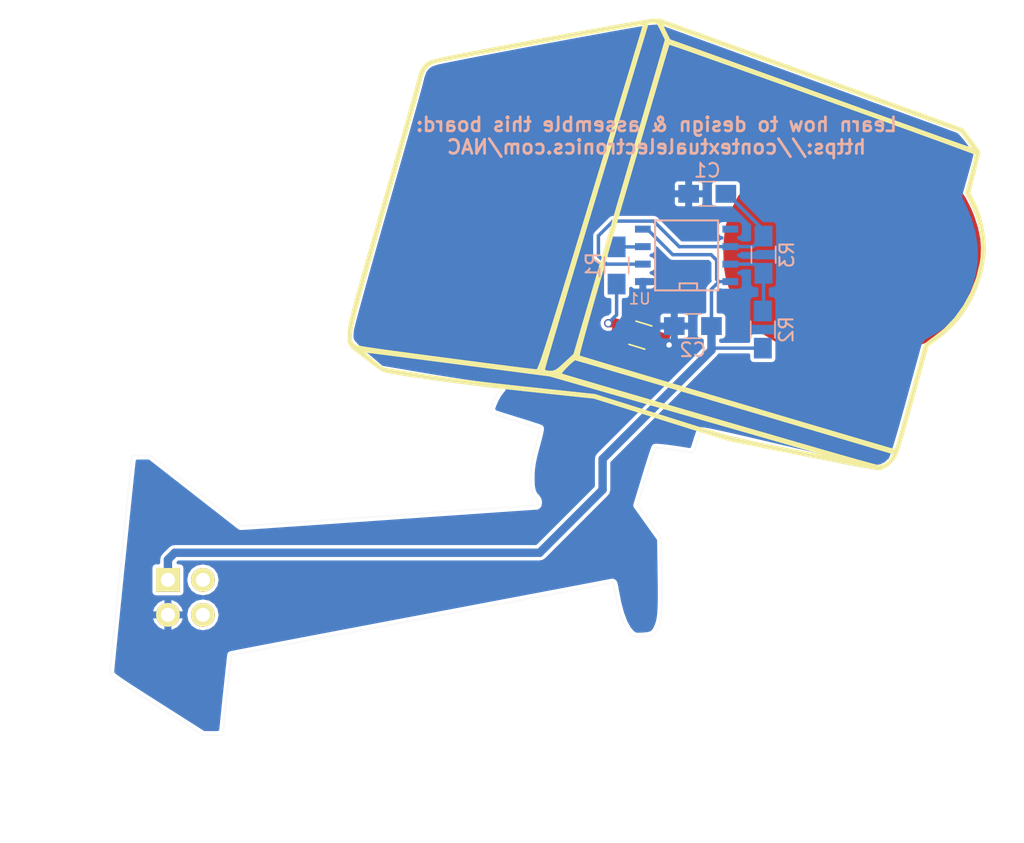
<source format=kicad_pcb>
(kicad_pcb (version 4) (host pcbnew 4.0.6)

  (general
    (links 15)
    (no_connects 0)
    (area 74.6125 84.328 148.971001 145.542001)
    (thickness 1.6)
    (drawings 1)
    (tracks 48)
    (zones 0)
    (modules 12)
    (nets 7)
  )

  (page A4)
  (layers
    (0 F.Cu signal hide)
    (31 B.Cu signal)
    (32 B.Adhes user)
    (33 F.Adhes user)
    (34 B.Paste user)
    (35 F.Paste user)
    (36 B.SilkS user)
    (37 F.SilkS user)
    (38 B.Mask user)
    (39 F.Mask user hide)
    (40 Dwgs.User user)
    (41 Cmts.User user)
    (42 Eco1.User user)
    (43 Eco2.User user)
    (44 Edge.Cuts user)
    (45 Margin user)
    (46 B.CrtYd user)
    (47 F.CrtYd user)
    (48 B.Fab user hide)
    (49 F.Fab user hide)
  )

  (setup
    (last_trace_width 0.25)
    (user_trace_width 0.6096)
    (trace_clearance 0.2)
    (zone_clearance 0.254)
    (zone_45_only no)
    (trace_min 0.2)
    (segment_width 0.2)
    (edge_width 0.15)
    (via_size 0.6)
    (via_drill 0.4)
    (via_min_size 0.4)
    (via_min_drill 0.3)
    (uvia_size 0.3)
    (uvia_drill 0.1)
    (uvias_allowed no)
    (uvia_min_size 0)
    (uvia_min_drill 0)
    (pcb_text_width 0.3)
    (pcb_text_size 1.5 1.5)
    (mod_edge_width 0.15)
    (mod_text_size 0.635 0.635)
    (mod_text_width 0.1016)
    (pad_size 1.524 1.524)
    (pad_drill 0.762)
    (pad_to_mask_clearance 0)
    (aux_axis_origin 0 0)
    (visible_elements 7FFEFFFF)
    (pcbplotparams
      (layerselection 0x010f0_80000001)
      (usegerberextensions false)
      (excludeedgelayer true)
      (linewidth 0.100000)
      (plotframeref false)
      (viasonmask false)
      (mode 1)
      (useauxorigin false)
      (hpglpennumber 1)
      (hpglpenspeed 20)
      (hpglpendiameter 15)
      (hpglpenoverlay 2)
      (psnegative false)
      (psa4output false)
      (plotreference true)
      (plotvalue false)
      (plotinvisibletext false)
      (padsonsilk false)
      (subtractmaskfromsilk false)
      (outputformat 1)
      (mirror false)
      (drillshape 0)
      (scaleselection 1)
      (outputdirectory GerberV1/))
  )

  (net 0 "")
  (net 1 /VCC)
  (net 2 /GND)
  (net 3 "Net-(C1-Pad1)")
  (net 4 "Net-(R1-Pad1)")
  (net 5 "Net-(R2-Pad2)")
  (net 6 "Net-(D1-Pad2)")

  (net_class Default "This is the default net class."
    (clearance 0.2)
    (trace_width 0.25)
    (via_dia 0.6)
    (via_drill 0.4)
    (uvia_dia 0.3)
    (uvia_drill 0.1)
    (add_net /GND)
    (add_net /VCC)
    (add_net "Net-(C1-Pad1)")
    (add_net "Net-(D1-Pad2)")
    (add_net "Net-(R1-Pad1)")
    (add_net "Net-(R2-Pad2)")
  )

  (module NAC:NAC-OL (layer F.Cu) (tedit 0) (tstamp 5B48D90B)
    (at 114.3 111.76)
    (fp_text reference EC*** (at 0 0) (layer F.SilkS) hide
      (effects (font (size 0.8 0.8) (thickness 0.12)))
    )
    (fp_text value LOGO (at 0.75 0) (layer F.SilkS) hide
      (effects (font (size 0.635 0.635) (thickness 0.1016)))
    )
    (fp_poly (pts (xy 30.188567 -18.01329) (xy 30.774837 -17.204254) (xy 31.025371 -16.841558) (xy 31.213234 -16.535168)
      (xy 31.322426 -16.312792) (xy 31.343303 -16.219776) (xy 31.315027 -16.08344) (xy 31.247715 -15.814694)
      (xy 31.149362 -15.443802) (xy 31.027963 -15.001025) (xy 30.916677 -14.605) (xy 30.507853 -13.165667)
      (xy 30.874472 -12.403667) (xy 31.288782 -11.36132) (xy 31.547992 -10.293631) (xy 31.654723 -9.217261)
      (xy 31.611597 -8.148867) (xy 31.421236 -7.10511) (xy 31.08626 -6.102649) (xy 30.609291 -5.158142)
      (xy 29.992949 -4.288251) (xy 29.515599 -3.767533) (xy 29.020842 -3.315863) (xy 28.566964 -2.983539)
      (xy 28.236333 -2.797936) (xy 27.954004 -2.658531) (xy 27.737967 -2.5514) (xy 27.62661 -2.495592)
      (xy 27.619831 -2.492013) (xy 27.59339 -2.410181) (xy 27.52648 -2.180496) (xy 27.423429 -1.818404)
      (xy 27.288568 -1.339354) (xy 27.126224 -0.758792) (xy 26.940728 -0.092165) (xy 26.736407 0.64508)
      (xy 26.517592 1.437495) (xy 26.45977 1.647349) (xy 26.191366 2.619565) (xy 25.962047 3.442102)
      (xy 25.76674 4.128755) (xy 25.600371 4.693321) (xy 25.45787 5.149594) (xy 25.334162 5.51137)
      (xy 25.224175 5.792445) (xy 25.122837 6.006614) (xy 25.025074 6.167672) (xy 24.925815 6.289416)
      (xy 24.819987 6.385641) (xy 24.702516 6.470141) (xy 24.681253 6.484182) (xy 24.481217 6.568227)
      (xy 24.194595 6.636268) (xy 24.030724 6.658763) (xy 23.907841 6.664964) (xy 23.756597 6.660279)
      (xy 23.56661 6.642519) (xy 23.327498 6.60949) (xy 23.02888 6.559002) (xy 22.660374 6.488864)
      (xy 22.211598 6.396882) (xy 21.672171 6.280866) (xy 21.031711 6.138625) (xy 20.279837 5.967966)
      (xy 19.406167 5.766698) (xy 18.400319 5.53263) (xy 17.251912 5.26357) (xy 15.950563 4.957325)
      (xy 15.775905 4.916152) (xy 14.943504 4.720432) (xy 14.159006 4.53702) (xy 13.438204 4.369536)
      (xy 12.796892 4.221601) (xy 12.250861 4.096834) (xy 11.815904 3.998855) (xy 11.507816 3.931285)
      (xy 11.342387 3.897744) (xy 11.319717 3.894666) (xy 11.225692 3.977822) (xy 11.107763 4.225096)
      (xy 10.967496 4.6332) (xy 10.966784 4.6355) (xy 10.859455 4.969018) (xy 10.764593 5.239685)
      (xy 10.696633 5.407343) (xy 10.677888 5.43935) (xy 10.578136 5.447723) (xy 10.341171 5.430108)
      (xy 9.996564 5.389793) (xy 9.573887 5.330068) (xy 9.281435 5.284053) (xy 8.827671 5.211884)
      (xy 8.436464 5.153351) (xy 8.13651 5.112451) (xy 7.956503 5.093183) (xy 7.917511 5.094036)
      (xy 7.883104 5.183451) (xy 7.809474 5.408546) (xy 7.70468 5.742401) (xy 7.576779 6.158098)
      (xy 7.43383 6.628717) (xy 7.283889 7.127339) (xy 7.135015 7.627045) (xy 6.995266 8.100917)
      (xy 6.872699 8.522034) (xy 6.775372 8.863478) (xy 6.711344 9.09833) (xy 6.688666 9.199296)
      (xy 6.735671 9.300946) (xy 6.865879 9.514776) (xy 7.063081 9.81589) (xy 7.311066 10.179387)
      (xy 7.526444 10.486156) (xy 8.364222 11.6653) (xy 8.39183 14.489817) (xy 8.398317 15.361117)
      (xy 8.397648 16.081306) (xy 8.387563 16.668533) (xy 8.365806 17.14095) (xy 8.330119 17.516707)
      (xy 8.278246 17.813956) (xy 8.207928 18.050846) (xy 8.116908 18.245528) (xy 8.002929 18.416153)
      (xy 7.886117 18.556041) (xy 7.750408 18.693436) (xy 7.614741 18.774892) (xy 7.427908 18.817353)
      (xy 7.138702 18.837764) (xy 7.021214 18.84223) (xy 6.59955 18.839297) (xy 6.316566 18.793344)
      (xy 6.196525 18.740035) (xy 5.927769 18.485733) (xy 5.669474 18.078557) (xy 5.428433 17.534927)
      (xy 5.211436 16.871264) (xy 5.025276 16.103987) (xy 4.95501 15.738496) (xy 4.810204 14.924659)
      (xy 4.161935 15.046777) (xy 2.160578 15.423943) (xy 0.187931 15.796015) (xy -1.749233 16.161701)
      (xy -3.644139 16.519713) (xy -5.490014 16.868761) (xy -7.280082 17.207557) (xy -9.007571 17.53481)
      (xy -10.665706 17.849233) (xy -12.247713 18.149534) (xy -13.746819 18.434426) (xy -15.156248 18.702618)
      (xy -16.469228 18.952822) (xy -17.678983 19.183748) (xy -18.778741 19.394107) (xy -19.761726 19.58261)
      (xy -20.621166 19.747967) (xy -21.350285 19.88889) (xy -21.942311 20.004088) (xy -22.390468 20.092272)
      (xy -22.687983 20.152154) (xy -22.828082 20.182444) (xy -22.838608 20.185718) (xy -22.854606 20.273891)
      (xy -22.88508 20.506705) (xy -22.927476 20.860327) (xy -22.979236 21.310923) (xy -23.037805 21.834661)
      (xy -23.100628 22.407706) (xy -23.165149 23.006226) (xy -23.228811 23.606387) (xy -23.28906 24.184355)
      (xy -23.343339 24.716297) (xy -23.389093 25.17838) (xy -23.423766 25.546771) (xy -23.444802 25.797636)
      (xy -23.449963 25.886833) (xy -23.507169 25.942079) (xy -23.687773 25.975999) (xy -24.010367 25.991218)
      (xy -24.199684 25.992666) (xy -24.9467 25.992666) (xy -28.34835 23.823263) (xy -29.135728 23.320569)
      (xy -29.791847 22.899941) (xy -30.328584 22.552967) (xy -30.757816 22.271237) (xy -31.09142 22.046339)
      (xy -31.341273 21.869862) (xy -31.519251 21.733397) (xy -31.637232 21.62853) (xy -31.707092 21.546853)
      (xy -31.740708 21.479952) (xy -31.749957 21.419418) (xy -31.75 21.414266) (xy -31.749599 21.408979)
      (xy -31.661062 21.408979) (xy -31.648852 21.468358) (xy -31.606504 21.53825) (xy -31.522182 21.626957)
      (xy -31.384045 21.742778) (xy -31.180256 21.894016) (xy -30.898977 22.08897) (xy -30.528368 22.335942)
      (xy -30.056592 22.643233) (xy -29.47181 23.019142) (xy -28.762183 23.471972) (xy -28.295562 23.768787)
      (xy -24.934334 25.905241) (xy -24.235834 25.90662) (xy -23.915821 25.904885) (xy -23.672836 25.899063)
      (xy -23.546372 25.89027) (xy -23.536935 25.886833) (xy -23.527583 25.761487) (xy -23.503002 25.497488)
      (xy -23.465683 25.118433) (xy -23.418117 24.647923) (xy -23.362793 24.109555) (xy -23.302202 23.52693)
      (xy -23.238836 22.923646) (xy -23.175184 22.323303) (xy -23.113737 21.749499) (xy -23.056986 21.225834)
      (xy -23.007421 20.775906) (xy -22.967533 20.423315) (xy -22.939812 20.191661) (xy -22.92675 20.104541)
      (xy -22.926684 20.10446) (xy -22.8415 20.085619) (xy -22.598618 20.037066) (xy -22.206739 19.960462)
      (xy -21.674567 19.857468) (xy -21.010804 19.729742) (xy -20.224153 19.578947) (xy -19.323317 19.406742)
      (xy -18.316998 19.214786) (xy -17.2139 19.004741) (xy -16.022726 18.778266) (xy -14.752177 18.537022)
      (xy -13.410958 18.282669) (xy -12.00777 18.016868) (xy -10.551317 17.741277) (xy -9.182996 17.482627)
      (xy -7.682921 17.19915) (xy -6.22659 16.923823) (xy -4.822832 16.65832) (xy -3.480472 16.404314)
      (xy -2.208337 16.163481) (xy -1.015255 15.937493) (xy 0.089949 15.728026) (xy 1.098447 15.536752)
      (xy 2.001412 15.365347) (xy 2.790019 15.215484) (xy 3.45544 15.088837) (xy 3.988848 14.98708)
      (xy 4.381416 14.911887) (xy 4.624319 14.864932) (xy 4.707579 14.848223) (xy 4.79881 14.840353)
      (xy 4.862339 14.891609) (xy 4.912688 15.033485) (xy 4.964376 15.297475) (xy 4.992069 15.465298)
      (xy 5.164719 16.359862) (xy 5.372445 17.130144) (xy 5.611027 17.764448) (xy 5.876243 18.251079)
      (xy 6.092588 18.514537) (xy 6.251328 18.657623) (xy 6.39288 18.735325) (xy 6.574632 18.763908)
      (xy 6.85397 18.75964) (xy 6.942679 18.755497) (xy 7.344511 18.721627) (xy 7.6196 18.651775)
      (xy 7.80999 18.523605) (xy 7.95772 18.31478) (xy 8.025392 18.180254) (xy 8.116143 17.965817)
      (xy 8.188714 17.736152) (xy 8.244596 17.471342) (xy 8.285283 17.151473) (xy 8.312264 16.75663)
      (xy 8.327032 16.266898) (xy 8.331079 15.662362) (xy 8.325896 14.923106) (xy 8.317119 14.2855)
      (xy 8.276395 11.680001) (xy 7.412319 10.47186) (xy 6.548243 9.263718) (xy 7.175029 7.193025)
      (xy 7.347907 6.627799) (xy 7.507908 6.115823) (xy 7.647725 5.679598) (xy 7.76005 5.34162)
      (xy 7.837575 5.12439) (xy 7.870592 5.051549) (xy 7.969196 5.043149) (xy 8.200185 5.057868)
      (xy 8.528879 5.091201) (xy 8.920597 5.138642) (xy 9.340658 5.195689) (xy 9.754383 5.257834)
      (xy 10.127092 5.320574) (xy 10.424103 5.379403) (xy 10.46276 5.388264) (xy 10.551051 5.391229)
      (xy 10.624351 5.333596) (xy 10.698841 5.187005) (xy 10.790701 4.923095) (xy 10.86493 4.683312)
      (xy 10.971547 4.344124) (xy 11.066583 4.063665) (xy 11.135504 3.883907) (xy 11.154836 3.846013)
      (xy 11.246546 3.839985) (xy 11.487524 3.873408) (xy 11.880117 3.946776) (xy 12.42667 4.060579)
      (xy 13.12953 4.215312) (xy 13.991044 4.411466) (xy 15.013556 4.649535) (xy 15.282333 4.712764)
      (xy 16.778397 5.06437) (xy 18.115361 5.376502) (xy 19.298507 5.650327) (xy 20.333119 5.88701)
      (xy 21.22448 6.087717) (xy 21.977875 6.253613) (xy 22.598586 6.385865) (xy 23.091896 6.485637)
      (xy 23.463091 6.554097) (xy 23.717452 6.592408) (xy 23.845781 6.60214) (xy 24.293715 6.529216)
      (xy 24.702601 6.333972) (xy 25.019765 6.044011) (xy 25.082096 5.954266) (xy 25.155106 5.78886)
      (xy 25.26687 5.469565) (xy 25.414314 5.006578) (xy 25.594363 4.410095) (xy 25.803944 3.690315)
      (xy 26.039982 2.857433) (xy 26.299404 1.921647) (xy 26.315586 1.862666) (xy 26.529691 1.081938)
      (xy 26.732627 0.342075) (xy 26.919463 -0.338965) (xy 27.085272 -0.943223) (xy 27.225125 -1.452741)
      (xy 27.334094 -1.849559) (xy 27.407251 -2.115718) (xy 27.437021 -2.223739) (xy 27.504357 -2.40561)
      (xy 27.613241 -2.542298) (xy 27.804377 -2.671655) (xy 28.060258 -2.803308) (xy 28.820075 -3.248755)
      (xy 29.487471 -3.804069) (xy 30.073214 -4.481972) (xy 30.588069 -5.295186) (xy 31.042804 -6.25643)
      (xy 31.097829 -6.392334) (xy 31.40314 -7.384381) (xy 31.555456 -8.425797) (xy 31.555843 -9.495672)
      (xy 31.405366 -10.573098) (xy 31.105091 -11.637164) (xy 30.791943 -12.393422) (xy 30.424137 -13.169867)
      (xy 30.831363 -14.607101) (xy 30.965216 -15.085435) (xy 31.082612 -15.516181) (xy 31.175581 -15.869196)
      (xy 31.236156 -16.114337) (xy 31.256061 -16.213667) (xy 31.212956 -16.364128) (xy 31.081426 -16.605299)
      (xy 30.88713 -16.902756) (xy 30.65573 -17.222077) (xy 30.412884 -17.528837) (xy 30.184253 -17.788613)
      (xy 29.995497 -17.966983) (xy 29.90779 -18.022392) (xy 29.801346 -18.062093) (xy 29.545159 -18.156127)
      (xy 29.148661 -18.30106) (xy 28.621285 -18.49346) (xy 27.972464 -18.729895) (xy 27.211631 -19.006933)
      (xy 26.348219 -19.321142) (xy 25.39166 -19.669088) (xy 24.351388 -20.04734) (xy 23.236835 -20.452465)
      (xy 22.057433 -20.881032) (xy 20.822616 -21.329607) (xy 19.541817 -21.794758) (xy 18.923 -22.019451)
      (xy 8.170333 -25.923496) (xy 7.493 -25.878372) (xy 7.32212 -25.856794) (xy 7.000004 -25.805958)
      (xy 6.541685 -25.728673) (xy 5.962196 -25.627748) (xy 5.276569 -25.505993) (xy 4.499839 -25.366217)
      (xy 3.647038 -25.211228) (xy 2.733199 -25.043837) (xy 1.773355 -24.866851) (xy 0.78254 -24.683081)
      (xy -0.224214 -24.495336) (xy -1.231874 -24.306425) (xy -2.225406 -24.119156) (xy -3.189778 -23.93634)
      (xy -4.109957 -23.760785) (xy -4.970908 -23.5953) (xy -5.7576 -23.442696) (xy -6.455 -23.30578)
      (xy -7.048073 -23.187363) (xy -7.521788 -23.090252) (xy -7.861111 -23.017259) (xy -8.021491 -22.979218)
      (xy -8.43445 -22.834554) (xy -8.737106 -22.628804) (xy -8.955236 -22.331834) (xy -9.114617 -21.91351)
      (xy -9.187598 -21.616031) (xy -9.230465 -21.443581) (xy -9.31686 -21.120264) (xy -9.443448 -20.657935)
      (xy -9.606891 -20.068447) (xy -9.803854 -19.363652) (xy -10.031 -18.555403) (xy -10.284991 -17.655553)
      (xy -10.562491 -16.675956) (xy -10.860164 -15.628464) (xy -11.174672 -14.52493) (xy -11.502679 -13.377208)
      (xy -11.745179 -12.530667) (xy -12.079925 -11.360357) (xy -12.402527 -10.226872) (xy -12.709734 -9.141937)
      (xy -12.998298 -8.117279) (xy -13.264968 -7.164626) (xy -13.506495 -6.295704) (xy -13.719627 -5.522239)
      (xy -13.901116 -4.855958) (xy -14.047711 -4.308587) (xy -14.156162 -3.891854) (xy -14.223219 -3.617484)
      (xy -14.244189 -3.513667) (xy -14.283896 -3.14697) (xy -14.277998 -2.888767) (xy -14.224447 -2.683916)
      (xy -14.212299 -2.654659) (xy -14.101828 -2.49666) (xy -13.879246 -2.255521) (xy -13.565785 -1.952475)
      (xy -13.182677 -1.608752) (xy -13.065164 -1.507554) (xy -12.033328 -0.626789) (xy -9.212831 -0.145711)
      (xy -8.462923 -0.019862) (xy -7.696029 0.105113) (xy -6.946336 0.223908) (xy -6.248029 0.331215)
      (xy -5.635295 0.421729) (xy -5.142319 0.490141) (xy -4.995334 0.509011) (xy -4.51362 0.569955)
      (xy -4.079184 0.626909) (xy -3.725014 0.675394) (xy -3.484097 0.710932) (xy -3.402965 0.725162)
      (xy -3.207596 0.76767) (xy -3.470855 1.100062) (xy -3.604412 1.304941) (xy -3.746063 1.578595)
      (xy -3.878364 1.878085) (xy -3.983875 2.160474) (xy -4.045153 2.382824) (xy -4.044755 2.502198)
      (xy -4.041851 2.505705) (xy -3.952337 2.541558) (xy -3.724858 2.618898) (xy -3.383459 2.729949)
      (xy -2.952181 2.866931) (xy -2.45507 3.022068) (xy -2.248029 3.085971) (xy -1.73156 3.246199)
      (xy -1.271391 3.39146) (xy -0.891604 3.513948) (xy -0.616277 3.605855) (xy -0.469491 3.659377)
      (xy -0.452283 3.668161) (xy -0.456512 3.761901) (xy -0.500514 3.983767) (xy -0.576673 4.299321)
      (xy -0.664572 4.628324) (xy -0.837802 5.270488) (xy -0.963916 5.791534) (xy -1.049778 6.230843)
      (xy -1.102251 6.627798) (xy -1.128198 7.02178) (xy -1.134296 7.323666) (xy -1.114773 7.842783)
      (xy -1.04286 8.229646) (xy -0.909305 8.515747) (xy -0.72525 8.716033) (xy -0.625308 8.867776)
      (xy -0.591235 9.059841) (xy -0.622161 9.229029) (xy -0.717221 9.312143) (xy -0.733448 9.313333)
      (xy -0.834339 9.319135) (xy -1.093697 9.336062) (xy -1.501069 9.363392) (xy -2.046004 9.400405)
      (xy -2.718049 9.44638) (xy -3.506753 9.500596) (xy -4.401664 9.562333) (xy -5.392329 9.630869)
      (xy -6.468298 9.705484) (xy -7.619116 9.785457) (xy -8.834334 9.870067) (xy -10.103499 9.958593)
      (xy -11.126282 10.030046) (xy -12.436596 10.121586) (xy -13.705228 10.21009) (xy -14.921344 10.294809)
      (xy -16.074106 10.374994) (xy -17.152679 10.449894) (xy -18.146228 10.51876) (xy -19.043915 10.580843)
      (xy -19.834906 10.635392) (xy -20.508364 10.681659) (xy -21.053454 10.718893) (xy -21.45934 10.746345)
      (xy -21.715185 10.763265) (xy -21.801667 10.768571) (xy -22.225 10.790383) (xy -25.501295 8.231524)
      (xy -28.77759 5.672666) (xy -30.046292 5.672666) (xy -30.095432 6.0325) (xy -30.116837 6.210361)
      (xy -30.152948 6.53567) (xy -30.202269 6.993731) (xy -30.263304 7.569847) (xy -30.334557 8.249323)
      (xy -30.414531 9.017464) (xy -30.501729 9.859575) (xy -30.594657 10.760959) (xy -30.691817 11.706921)
      (xy -30.791713 12.682765) (xy -30.892849 13.673796) (xy -30.993728 14.665319) (xy -31.092854 15.642638)
      (xy -31.188731 16.591057) (xy -31.279863 17.49588) (xy -31.364753 18.342413) (xy -31.441905 19.11596)
      (xy -31.509823 19.801824) (xy -31.56701 20.385311) (xy -31.611971 20.851725) (xy -31.643208 21.18637)
      (xy -31.659225 21.374551) (xy -31.661062 21.408979) (xy -31.749599 21.408979) (xy -31.741524 21.302567)
      (xy -31.717095 21.037117) (xy -31.678208 20.632601) (xy -31.626363 20.103699) (xy -31.563057 19.465095)
      (xy -31.489786 18.731471) (xy -31.408049 17.917508) (xy -31.319344 17.03789) (xy -31.225167 16.107298)
      (xy -31.127015 15.140414) (xy -31.026388 14.151921) (xy -30.924781 13.156501) (xy -30.823693 12.168837)
      (xy -30.724621 11.20361) (xy -30.629063 10.275504) (xy -30.538515 9.399199) (xy -30.454476 8.589378)
      (xy -30.378443 7.860724) (xy -30.311913 7.22792) (xy -30.256384 6.705646) (xy -30.213354 6.308585)
      (xy -30.184319 6.05142) (xy -30.176851 5.990166) (xy -30.125444 5.588) (xy -28.744334 5.591586)
      (xy -22.140334 10.724448) (xy -11.599334 9.979912) (xy -10.275779 9.886506) (xy -8.997213 9.79643)
      (xy -7.774001 9.710407) (xy -6.616509 9.62916) (xy -5.535103 9.55341) (xy -4.540151 9.483879)
      (xy -3.642016 9.421292) (xy -2.851067 9.366369) (xy -2.177668 9.319834) (xy -1.632187 9.282408)
      (xy -1.224988 9.254815) (xy -0.966439 9.237776) (xy -0.867834 9.232021) (xy -0.712567 9.177784)
      (xy -0.690956 9.028621) (xy -0.802645 8.793118) (xy -0.89131 8.667779) (xy -1.092837 8.30119)
      (xy -1.208026 7.836478) (xy -1.236733 7.263981) (xy -1.178815 6.574036) (xy -1.034128 5.75698)
      (xy -0.835648 4.927945) (xy -0.73344 4.532996) (xy -0.647906 4.192111) (xy -0.588058 3.941926)
      (xy -0.562959 3.819547) (xy -0.622707 3.755713) (xy -0.817495 3.661322) (xy -1.154677 3.533578)
      (xy -1.64161 3.369684) (xy -2.253989 3.176601) (xy -2.769776 3.017043) (xy -3.235731 2.872025)
      (xy -3.625701 2.749758) (xy -3.913534 2.658452) (xy -4.073078 2.606317) (xy -4.091369 2.599791)
      (xy -4.157621 2.555293) (xy -4.173271 2.46567) (xy -4.135409 2.292452) (xy -4.047101 2.015071)
      (xy -3.910311 1.674503) (xy -3.741317 1.347398) (xy -3.617682 1.160262) (xy -3.477796 0.969369)
      (xy -3.401945 0.841648) (xy -3.397627 0.814173) (xy -3.487728 0.796304) (xy -3.718379 0.761963)
      (xy -4.062013 0.714936) (xy -4.491063 0.659011) (xy -4.910667 0.606277) (xy -5.371904 0.544994)
      (xy -5.964829 0.459646) (xy -6.654384 0.355652) (xy -7.405511 0.238428) (xy -8.183152 0.11339)
      (xy -8.952246 -0.014044) (xy -9.228667 -0.060895) (xy -12.065 -0.544856) (xy -13.178964 -1.497562)
      (xy -13.620245 -1.879442) (xy -13.945538 -2.181174) (xy -14.169457 -2.43039) (xy -14.306618 -2.654723)
      (xy -14.371635 -2.881805) (xy -14.379121 -3.13927) (xy -14.343693 -3.45475) (xy -14.314251 -3.644136)
      (xy -14.278757 -3.801154) (xy -14.199464 -4.109042) (xy -14.079666 -4.556018) (xy -13.922661 -5.130299)
      (xy -13.731745 -5.820104) (xy -13.510214 -6.61365) (xy -13.261366 -7.499155) (xy -12.988496 -8.464838)
      (xy -12.694901 -9.498916) (xy -12.383877 -10.589607) (xy -12.058721 -11.725128) (xy -11.851616 -12.446)
      (xy -11.517767 -13.608272) (xy -11.1947 -14.736319) (xy -10.885838 -15.818013) (xy -10.594603 -16.841221)
      (xy -10.324417 -17.793814) (xy -10.078703 -18.663659) (xy -9.860882 -19.438627) (xy -9.674376 -20.106585)
      (xy -9.522607 -20.655405) (xy -9.408998 -21.072954) (xy -9.336971 -21.347101) (xy -9.315393 -21.436546)
      (xy -9.182176 -21.972337) (xy -9.040144 -22.366811) (xy -8.869996 -22.647661) (xy -8.652429 -22.842578)
      (xy -8.368139 -22.979255) (xy -8.203246 -23.032036) (xy -8.026299 -23.07436) (xy -7.69934 -23.143849)
      (xy -7.237227 -23.237726) (xy -6.654819 -23.353215) (xy -5.966977 -23.487538) (xy -5.18856 -23.637919)
      (xy -4.334426 -23.80158) (xy -3.419437 -23.975744) (xy -2.458451 -24.157635) (xy -1.466328 -24.344475)
      (xy -0.457928 -24.533488) (xy 0.551891 -24.721896) (xy 1.548269 -24.906922) (xy 2.516345 -25.08579)
      (xy 3.441261 -25.255723) (xy 4.308157 -25.413942) (xy 5.102174 -25.557673) (xy 5.808452 -25.684136)
      (xy 6.412131 -25.790556) (xy 6.898353 -25.874156) (xy 7.252256 -25.932158) (xy 7.458983 -25.961785)
      (xy 7.488993 -25.964654) (xy 8.170333 -26.010642) (xy 30.188567 -18.01329)) (layer Edge.Cuts) (width 0.01))
  )

  (module SMD_Packages:SOIC-8-N (layer B.Cu) (tedit 0) (tstamp 5B2D89CF)
    (at 124.46 102.87 90)
    (descr "Module Narrow CMS SOJ 8 pins large")
    (tags "CMS SOJ")
    (path /5B2D7917)
    (attr smd)
    (fp_text reference U1 (at -3.1496 -3.4036 360) (layer B.SilkS)
      (effects (font (size 0.8 0.8) (thickness 0.12)) (justify mirror))
    )
    (fp_text value 7555 (at 0 -1.27 90) (layer B.Fab)
      (effects (font (size 0.635 0.635) (thickness 0.1016)) (justify mirror))
    )
    (fp_line (start -2.54 2.286) (end 2.54 2.286) (layer B.SilkS) (width 0.15))
    (fp_line (start 2.54 2.286) (end 2.54 -2.286) (layer B.SilkS) (width 0.15))
    (fp_line (start 2.54 -2.286) (end -2.54 -2.286) (layer B.SilkS) (width 0.15))
    (fp_line (start -2.54 -2.286) (end -2.54 2.286) (layer B.SilkS) (width 0.15))
    (fp_line (start -2.54 0.762) (end -2.032 0.762) (layer B.SilkS) (width 0.15))
    (fp_line (start -2.032 0.762) (end -2.032 -0.508) (layer B.SilkS) (width 0.15))
    (fp_line (start -2.032 -0.508) (end -2.54 -0.508) (layer B.SilkS) (width 0.15))
    (pad 8 smd rect (at -1.905 3.175 90) (size 0.508 1.143) (layers B.Cu B.Paste B.Mask)
      (net 1 /VCC))
    (pad 7 smd rect (at -0.635 3.175 90) (size 0.508 1.143) (layers B.Cu B.Paste B.Mask)
      (net 5 "Net-(R2-Pad2)"))
    (pad 6 smd rect (at 0.635 3.175 90) (size 0.508 1.143) (layers B.Cu B.Paste B.Mask)
      (net 3 "Net-(C1-Pad1)"))
    (pad 5 smd rect (at 1.905 3.175 90) (size 0.508 1.143) (layers B.Cu B.Paste B.Mask))
    (pad 4 smd rect (at 1.905 -3.175 90) (size 0.508 1.143) (layers B.Cu B.Paste B.Mask)
      (net 1 /VCC))
    (pad 3 smd rect (at 0.635 -3.175 90) (size 0.508 1.143) (layers B.Cu B.Paste B.Mask)
      (net 4 "Net-(R1-Pad1)"))
    (pad 2 smd rect (at -0.635 -3.175 90) (size 0.508 1.143) (layers B.Cu B.Paste B.Mask)
      (net 3 "Net-(C1-Pad1)"))
    (pad 1 smd rect (at -1.905 -3.175 90) (size 0.508 1.143) (layers B.Cu B.Paste B.Mask)
      (net 2 /GND))
    (model SMD_Packages.3dshapes/SOIC-8-N.wrl
      (at (xyz 0 0 0))
      (scale (xyz 0.5 0.38 0.5))
      (rotate (xyz 0 0 0))
    )
  )

  (module NAC:NAC-SS (layer F.Cu) (tedit 0) (tstamp 5B47379D)
    (at 114.3 111.76)
    (fp_text reference G*** (at 0 0) (layer F.SilkS) hide
      (effects (font (size 0.8 0.8) (thickness 0.12)))
    )
    (fp_text value LOGO (at 0.75 0) (layer F.SilkS) hide
      (effects (font (size 0.635 0.635) (thickness 0.1016)))
    )
    (fp_poly (pts (xy 19.223046 -22.103477) (xy 20.53532 -21.628863) (xy 21.80324 -21.170077) (xy 23.017743 -20.730408)
      (xy 24.169767 -20.313147) (xy 25.250248 -19.921582) (xy 26.250122 -19.559005) (xy 27.160328 -19.228705)
      (xy 27.9718 -18.933972) (xy 28.675478 -18.678095) (xy 29.262296 -18.464364) (xy 29.723193 -18.296069)
      (xy 30.049105 -18.1765) (xy 30.230968 -18.108947) (xy 30.267729 -18.094405) (xy 30.317934 -18.023562)
      (xy 30.449524 -17.843527) (xy 30.642876 -17.581018) (xy 30.878368 -17.262753) (xy 30.893831 -17.241898)
      (xy 31.512617 -16.407462) (xy 30.761561 -13.406224) (xy 30.995267 -12.998175) (xy 31.283918 -12.392934)
      (xy 31.529984 -11.681044) (xy 31.721758 -10.915217) (xy 31.847536 -10.148169) (xy 31.89561 -9.432611)
      (xy 31.879356 -9.017) (xy 31.690536 -7.843724) (xy 31.354755 -6.717345) (xy 30.881785 -5.654932)
      (xy 30.281394 -4.673549) (xy 29.563354 -3.790264) (xy 28.737435 -3.022142) (xy 28.235051 -2.6511)
      (xy 27.72577 -2.306699) (xy 26.635586 1.633864) (xy 26.381993 2.54844) (xy 26.167885 3.314575)
      (xy 25.988445 3.947261) (xy 25.83886 4.461493) (xy 25.714314 4.872266) (xy 25.609991 5.194572)
      (xy 25.521076 5.443407) (xy 25.442754 5.633764) (xy 25.37021 5.780637) (xy 25.298628 5.89902)
      (xy 25.238751 5.98338) (xy 24.837296 6.393019) (xy 24.362135 6.656) (xy 24.172333 6.713657)
      (xy 24.061792 6.704468) (xy 23.799711 6.664157) (xy 23.400471 6.595415) (xy 22.878457 6.500934)
      (xy 22.248049 6.383406) (xy 21.52363 6.245521) (xy 20.719583 6.089972) (xy 19.850291 5.919449)
      (xy 18.930135 5.736645) (xy 18.626666 5.675867) (xy 17.907504 5.531555) (xy 19.755555 5.531555)
      (xy 19.767177 5.581889) (xy 19.812 5.588) (xy 19.88169 5.557021) (xy 19.868444 5.531555)
      (xy 19.767964 5.521422) (xy 19.755555 5.531555) (xy 17.907504 5.531555) (xy 13.250333 4.597016)
      (xy 8.339666 3.052782) (xy 3.429 1.508548) (xy -1.651 0.968008) (xy -2.961874 0.824802)
      (xy -4.259034 0.67594) (xy -5.524417 0.523838) (xy -6.73996 0.370913) (xy -7.887597 0.219581)
      (xy -8.949266 0.072257) (xy -9.906903 -0.068643) (xy -10.742444 -0.200702) (xy -11.437824 -0.321504)
      (xy -11.768667 -0.38523) (xy -11.909781 -0.451152) (xy -12.152658 -0.602978) (xy -12.46717 -0.820415)
      (xy -12.823187 -1.083169) (xy -12.954 -1.183617) (xy -13.43261 -1.552806) (xy -13.796578 -1.83455)
      (xy -13.798128 -1.835811) (xy -13.173876 -1.835811) (xy -13.117174 -1.779858) (xy -12.955464 -1.641125)
      (xy -12.715965 -1.442612) (xy -12.515708 -1.279672) (xy -11.846598 -0.739011) (xy -9.30156 -0.327063)
      (xy -8.340838 -0.180314) (xy -7.215849 -0.024373) (xy -5.931378 0.140163) (xy -4.492209 0.312698)
      (xy -2.903124 0.492634) (xy -1.621427 0.631486) (xy 3.513666 1.178087) (xy 8.382 2.713895)
      (xy 9.393051 3.032664) (xy 10.262299 3.305761) (xy 11.009405 3.538537) (xy 11.654028 3.736343)
      (xy 12.215829 3.904531) (xy 12.714467 4.048452) (xy 13.169604 4.173458) (xy 13.600898 4.2849)
      (xy 14.028011 4.38813) (xy 14.470603 4.488499) (xy 14.948333 4.591359) (xy 15.480862 4.702061)
      (xy 16.087849 4.825957) (xy 16.298333 4.868718) (xy 17.233651 5.057474) (xy 18.008612 5.211185)
      (xy 18.628329 5.330762) (xy 19.097915 5.417117) (xy 19.422486 5.47116) (xy 19.607153 5.493803)
      (xy 19.657033 5.485958) (xy 19.600333 5.457178) (xy 19.509571 5.430083) (xy 19.266139 5.359296)
      (xy 18.880162 5.247726) (xy 18.361765 5.098282) (xy 17.721073 4.913874) (xy 16.96821 4.697411)
      (xy 16.113302 4.451802) (xy 15.166473 4.179956) (xy 14.137849 3.884783) (xy 13.037553 3.569191)
      (xy 11.875712 3.23609) (xy 10.66245 2.888389) (xy 9.863666 2.659545) (xy 0.211666 -0.105302)
      (xy -1.353618 -0.309642) (xy 1.105627 -0.309642) (xy 1.140156 -0.296727) (xy 1.237223 -0.265884)
      (xy 1.402115 -0.21557) (xy 1.640121 -0.144244) (xy 1.956528 -0.050365) (xy 2.356624 0.067608)
      (xy 2.845697 0.211217) (xy 3.429033 0.382004) (xy 4.111922 0.58151) (xy 4.89965 0.811275)
      (xy 5.797505 1.072842) (xy 6.810775 1.367752) (xy 7.944748 1.697546) (xy 9.204711 2.063766)
      (xy 10.595952 2.467952) (xy 12.123759 2.911647) (xy 13.793419 3.396392) (xy 15.61022 3.923728)
      (xy 17.57945 4.495196) (xy 19.558 5.069283) (xy 20.390963 5.309973) (xy 21.179569 5.535947)
      (xy 21.907992 5.742803) (xy 22.560406 5.926134) (xy 23.120985 6.081535) (xy 23.573903 6.204601)
      (xy 23.903335 6.290928) (xy 24.093454 6.33611) (xy 24.13 6.341873) (xy 24.349155 6.302537)
      (xy 24.587393 6.197115) (xy 24.595666 6.192063) (xy 24.819742 6.005156) (xy 24.99245 5.786261)
      (xy 25.135234 5.537764) (xy 13.647117 2.131306) (xy 12.293693 1.730187) (xy 10.984388 1.342531)
      (xy 9.728429 0.971052) (xy 8.535042 0.618462) (xy 7.413453 0.287475) (xy 6.372888 -0.019197)
      (xy 5.422573 -0.298841) (xy 4.571733 -0.548743) (xy 3.829596 -0.766191) (xy 3.205388 -0.948471)
      (xy 2.708333 -1.092872) (xy 2.34766 -1.196679) (xy 2.132592 -1.257179) (xy 2.071441 -1.272576)
      (xy 1.97798 -1.217611) (xy 1.813059 -1.078179) (xy 1.610886 -0.888388) (xy 1.405671 -0.682344)
      (xy 1.231622 -0.494156) (xy 1.12295 -0.35793) (xy 1.105627 -0.309642) (xy -1.353618 -0.309642)
      (xy -3.461062 -0.584758) (xy -0.122112 -0.584758) (xy -0.01512 -0.537551) (xy 0.195414 -0.512021)
      (xy 0.280163 -0.510438) (xy 0.45161 -0.521888) (xy 0.603648 -0.567678) (xy 0.771201 -0.668943)
      (xy 0.989191 -0.846816) (xy 1.292542 -1.122429) (xy 1.294529 -1.124271) (xy 1.824307 -1.615386)
      (xy 2.401373 -1.615386) (xy 2.402651 -1.613989) (xy 2.505718 -1.581202) (xy 2.758777 -1.504015)
      (xy 3.150584 -1.38577) (xy 3.669895 -1.229806) (xy 4.305465 -1.039464) (xy 5.046051 -0.818082)
      (xy 5.880407 -0.569003) (xy 6.797289 -0.295566) (xy 7.785454 -0.00111) (xy 8.833656 0.311023)
      (xy 9.930651 0.637495) (xy 11.065196 0.974963) (xy 12.226045 1.32009) (xy 13.401954 1.669533)
      (xy 14.581679 2.019954) (xy 15.753976 2.368012) (xy 16.9076 2.710366) (xy 18.031306 3.043677)
      (xy 19.113852 3.364605) (xy 20.143991 3.669809) (xy 21.11048 3.95595) (xy 22.002075 4.219687)
      (xy 22.80753 4.457679) (xy 23.515603 4.666588) (xy 24.115047 4.843072) (xy 24.59462 4.983792)
      (xy 24.943077 5.085407) (xy 25.149173 5.144577) (xy 25.203794 5.159114) (xy 25.309309 5.094647)
      (xy 25.348731 5.0165) (xy 25.380094 4.90576) (xy 25.451585 4.649257) (xy 25.558362 4.264479)
      (xy 25.695586 3.768916) (xy 25.858415 3.180057) (xy 26.04201 2.515392) (xy 26.24153 1.792409)
      (xy 26.373922 1.312333) (xy 26.58097 0.561622) (xy 26.775107 -0.141717) (xy 26.951499 -0.780217)
      (xy 27.105315 -1.336411) (xy 27.23172 -1.792831) (xy 27.325884 -2.13201) (xy 27.382973 -2.336481)
      (xy 27.397767 -2.3884) (xy 27.485222 -2.499997) (xy 27.679665 -2.669665) (xy 27.94421 -2.866176)
      (xy 28.034647 -2.927636) (xy 28.866992 -3.57961) (xy 29.611638 -4.361843) (xy 30.255522 -5.252597)
      (xy 30.785582 -6.230134) (xy 31.188754 -7.272716) (xy 31.451978 -8.358604) (xy 31.502975 -8.6995)
      (xy 31.550591 -9.734446) (xy 31.42947 -10.770419) (xy 31.139423 -11.808422) (xy 30.737598 -12.737647)
      (xy 30.398436 -13.410294) (xy 30.754724 -14.785752) (xy 30.869381 -15.244631) (xy 30.961622 -15.645701)
      (xy 31.0256 -15.960753) (xy 31.055465 -16.161575) (xy 31.052081 -16.220142) (xy 30.964404 -16.257905)
      (xy 30.72895 -16.348343) (xy 30.356776 -16.487479) (xy 29.858939 -16.67134) (xy 29.246495 -16.89595)
      (xy 28.530503 -17.157333) (xy 27.722019 -17.451517) (xy 26.8321 -17.774525) (xy 25.871803 -18.122382)
      (xy 24.852187 -18.491115) (xy 23.784306 -18.876747) (xy 22.67922 -19.275305) (xy 21.547985 -19.682813)
      (xy 20.401657 -20.095296) (xy 19.251295 -20.50878) (xy 18.107956 -20.919289) (xy 16.982695 -21.322849)
      (xy 15.886572 -21.715486) (xy 14.830642 -22.093223) (xy 13.825963 -22.452086) (xy 12.883592 -22.788101)
      (xy 12.014586 -23.097293) (xy 11.230002 -23.375686) (xy 10.540898 -23.619305) (xy 9.95833 -23.824177)
      (xy 9.493355 -23.986326) (xy 9.157032 -24.101776) (xy 8.960416 -24.166555) (xy 8.911211 -24.179434)
      (xy 8.882917 -24.094617) (xy 8.810017 -23.85652) (xy 8.695248 -23.474443) (xy 8.541348 -22.957687)
      (xy 8.351057 -22.315551) (xy 8.127112 -21.557337) (xy 7.872253 -20.692344) (xy 7.589216 -19.729872)
      (xy 7.280741 -18.679221) (xy 6.949565 -17.549693) (xy 6.598428 -16.350586) (xy 6.230067 -15.091201)
      (xy 5.84722 -13.780838) (xy 5.588407 -12.894201) (xy 5.082667 -11.15842) (xy 4.61847 -9.559832)
      (xy 4.196452 -8.100692) (xy 3.81725 -6.783253) (xy 3.481501 -5.609767) (xy 3.189839 -4.58249)
      (xy 2.942903 -3.703674) (xy 2.741329 -2.975572) (xy 2.585752 -2.400439) (xy 2.476809 -1.980528)
      (xy 2.415138 -1.718092) (xy 2.401373 -1.615386) (xy 1.824307 -1.615386) (xy 1.954058 -1.735667)
      (xy 4.873849 -11.768011) (xy 5.250229 -13.06136) (xy 5.618992 -14.328756) (xy 5.976746 -15.558529)
      (xy 6.320099 -16.739011) (xy 6.64566 -17.858535) (xy 6.950037 -18.905432) (xy 7.229838 -19.868035)
      (xy 7.481671 -20.734674) (xy 7.702145 -21.493681) (xy 7.887868 -22.133389) (xy 8.035448 -22.642129)
      (xy 8.141493 -23.008232) (xy 8.189688 -23.175098) (xy 8.585737 -24.54984) (xy 8.298178 -25.144254)
      (xy 8.149265 -25.44315) (xy 8.047713 -25.607525) (xy 8.482289 -25.607525) (xy 8.503772 -25.527688)
      (xy 8.585776 -25.338661) (xy 8.710255 -25.081958) (xy 8.964931 -24.577448) (xy 11.234632 -23.759191)
      (xy 11.630893 -23.616307) (xy 12.172282 -23.421051) (xy 12.844649 -23.178529) (xy 13.633841 -22.893846)
      (xy 14.525707 -22.572107) (xy 15.506095 -22.218418) (xy 16.560854 -21.837885) (xy 17.675833 -21.435612)
      (xy 18.836879 -21.016706) (xy 20.029841 -20.586271) (xy 21.240569 -20.149414) (xy 22.140333 -19.82475)
      (xy 23.299148 -19.406871) (xy 24.412771 -19.005804) (xy 25.470925 -18.625223) (xy 26.463332 -18.268802)
      (xy 27.379713 -17.940214) (xy 28.20979 -17.643134) (xy 28.943285 -17.381236) (xy 29.56992 -17.158193)
      (xy 30.079415 -16.977681) (xy 30.461494 -16.843373) (xy 30.705877 -16.758943) (xy 30.802287 -16.728065)
      (xy 30.803382 -16.728055) (xy 30.770011 -16.800046) (xy 30.657327 -16.973764) (xy 30.487558 -17.215421)
      (xy 30.43701 -17.284939) (xy 30.043588 -17.822334) (xy 19.276294 -21.725458) (xy 17.980408 -22.194991)
      (xy 16.728706 -22.648079) (xy 15.530379 -23.081416) (xy 14.394617 -23.491698) (xy 13.33061 -23.875619)
      (xy 12.347547 -24.229874) (xy 11.45462 -24.551157) (xy 10.661018 -24.836164) (xy 9.975932 -25.081588)
      (xy 9.408552 -25.284125) (xy 8.968067 -25.44047) (xy 8.663669 -25.547318) (xy 8.504546 -25.601362)
      (xy 8.482289 -25.607525) (xy 8.047713 -25.607525) (xy 8.039942 -25.620102) (xy 7.938699 -25.706848)
      (xy 7.814024 -25.735128) (xy 7.709476 -25.737211) (xy 7.408333 -25.735755) (xy 3.619391 -13.198635)
      (xy 3.192746 -11.785435) (xy 2.780219 -10.41609) (xy 2.384418 -9.09939) (xy 2.007951 -7.844126)
      (xy 1.653425 -6.65909) (xy 1.323448 -5.553071) (xy 1.020627 -4.534862) (xy 0.74757 -3.613251)
      (xy 0.506884 -2.797032) (xy 0.301177 -2.094994) (xy 0.133056 -1.515928) (xy 0.005129 -1.068625)
      (xy -0.079997 -0.761876) (xy -0.119714 -0.604472) (xy -0.122112 -0.584758) (xy -3.461062 -0.584758)
      (xy -6.475634 -0.978295) (xy -7.519216 -1.114322) (xy -8.513129 -1.243473) (xy -9.444753 -1.364131)
      (xy -10.301468 -1.474681) (xy -11.070654 -1.573508) (xy -11.739691 -1.658995) (xy -12.29596 -1.729527)
      (xy -12.72684 -1.783489) (xy -13.019711 -1.819265) (xy -13.161953 -1.835239) (xy -13.173876 -1.835811)
      (xy -13.798128 -1.835811) (xy -14.061337 -2.04982) (xy -14.242324 -2.219585) (xy -14.354972 -2.364817)
      (xy -14.414717 -2.506484) (xy -14.436993 -2.665558) (xy -14.437234 -2.863008) (xy -14.432403 -3.058199)
      (xy -14.13741 -3.058199) (xy -14.136629 -2.897071) (xy -14.120091 -2.767406) (xy -14.090054 -2.65984)
      (xy -14.048782 -2.565009) (xy -14.035807 -2.54) (xy -14.012734 -2.500751) (xy -13.980415 -2.465019)
      (xy -13.927657 -2.430994) (xy -13.843269 -2.396867) (xy -13.716059 -2.360828) (xy -13.534835 -2.321068)
      (xy -13.288405 -2.275777) (xy -12.965577 -2.223146) (xy -12.55516 -2.161365) (xy -12.045962 -2.088625)
      (xy -11.426791 -2.003116) (xy -10.686455 -1.903029) (xy -9.813762 -1.786555) (xy -8.797521 -1.651883)
      (xy -7.626539 -1.497205) (xy -7.405991 -1.468092) (xy -6.371811 -1.332015) (xy -5.384206 -1.20291)
      (xy -4.456344 -1.082446) (xy -3.60139 -0.972295) (xy -2.832512 -0.874125) (xy -2.162874 -0.789608)
      (xy -1.605645 -0.720412) (xy -1.173989 -0.668209) (xy -0.881073 -0.634667) (xy -0.740064 -0.621458)
      (xy -0.730957 -0.621425) (xy -0.703952 -0.641757) (xy -0.666261 -0.703633) (xy -0.615645 -0.814152)
      (xy -0.549864 -0.980413) (xy -0.466678 -1.209514) (xy -0.363847 -1.508554) (xy -0.239132 -1.884629)
      (xy -0.090293 -2.34484) (xy 0.08491 -2.896284) (xy 0.288716 -3.546059) (xy 0.523366 -4.301264)
      (xy 0.791099 -5.168997) (xy 1.094156 -6.156356) (xy 1.434774 -7.27044) (xy 1.815196 -8.518347)
      (xy 2.237659 -9.907176) (xy 2.704405 -11.444024) (xy 3.213835 -13.123334) (xy 3.641049 -14.532667)
      (xy 4.054519 -15.897487) (xy 4.451606 -17.209041) (xy 4.829667 -18.458572) (xy 5.186063 -19.637325)
      (xy 5.518153 -20.736547) (xy 5.823296 -21.747481) (xy 6.098851 -22.661372) (xy 6.342178 -23.469466)
      (xy 6.550636 -24.163007) (xy 6.721584 -24.733241) (xy 6.852382 -25.171411) (xy 6.940389 -25.468765)
      (xy 6.982964 -25.616545) (xy 6.986658 -25.631912) (xy 6.904039 -25.619542) (xy 6.669363 -25.57905)
      (xy 6.297084 -25.513086) (xy 5.801659 -25.424297) (xy 5.197542 -25.315332) (xy 4.499191 -25.18884)
      (xy 3.721061 -25.047469) (xy 2.877607 -24.893869) (xy 1.983287 -24.730687) (xy 1.052554 -24.560572)
      (xy 0.099867 -24.386173) (xy -0.860321 -24.210139) (xy -1.813553 -24.035117) (xy -2.745372 -23.863757)
      (xy -3.641324 -23.698708) (xy -4.486953 -23.542617) (xy -5.267801 -23.398134) (xy -5.969415 -23.267908)
      (xy -6.577337 -23.154585) (xy -7.077112 -23.060816) (xy -7.454284 -22.989249) (xy -7.694398 -22.942533)
      (xy -7.720648 -22.937232) (xy -8.142743 -22.828751) (xy -8.461669 -22.681554) (xy -8.700405 -22.468696)
      (xy -8.881932 -22.16323) (xy -9.02923 -21.738209) (xy -9.143346 -21.268965) (xy -9.189218 -21.0847)
      (xy -9.278798 -20.749924) (xy -9.40866 -20.276768) (xy -9.575373 -19.677363) (xy -9.77551 -18.963838)
      (xy -10.005643 -18.148325) (xy -10.262344 -17.242953) (xy -10.542184 -16.259853) (xy -10.841734 -15.211154)
      (xy -11.157568 -14.108988) (xy -11.486257 -12.965484) (xy -11.68473 -12.276667) (xy -12.09457 -10.854388)
      (xy -12.459257 -9.585305) (xy -12.781053 -8.460054) (xy -13.062218 -7.46927) (xy -13.305014 -6.60359)
      (xy -13.511701 -5.85365) (xy -13.684541 -5.210085) (xy -13.825795 -4.663532) (xy -13.937724 -4.204627)
      (xy -14.022588 -3.824005) (xy -14.08265 -3.512302) (xy -14.12017 -3.260155) (xy -14.13741 -3.058199)
      (xy -14.432403 -3.058199) (xy -14.430877 -3.119803) (xy -14.430106 -3.189101) (xy -14.428757 -3.323602)
      (xy -14.424827 -3.452469) (xy -14.415671 -3.58576) (xy -14.398648 -3.733534) (xy -14.371114 -3.905849)
      (xy -14.330425 -4.112763) (xy -14.273939 -4.364334) (xy -14.199012 -4.67062) (xy -14.103001 -5.041679)
      (xy -13.983263 -5.487571) (xy -13.837155 -6.018351) (xy -13.662033 -6.64408) (xy -13.455254 -7.374815)
      (xy -13.214175 -8.220614) (xy -12.936153 -9.191535) (xy -12.618545 -10.297636) (xy -12.258707 -11.548976)
      (xy -11.964084 -12.573) (xy -11.625792 -13.750202) (xy -11.299279 -14.889271) (xy -10.987796 -15.978709)
      (xy -10.694594 -17.007019) (xy -10.422925 -17.962703) (xy -10.176041 -18.834265) (xy -9.957192 -19.610207)
      (xy -9.769629 -20.279031) (xy -9.616606 -20.829241) (xy -9.501371 -21.249339) (xy -9.427178 -21.527827)
      (xy -9.399056 -21.643384) (xy -9.252066 -22.182135) (xy -9.048703 -22.58238) (xy -8.772676 -22.870135)
      (xy -8.542481 -23.011215) (xy -8.424561 -23.055523) (xy -8.218671 -23.113544) (xy -7.917231 -23.186801)
      (xy -7.512666 -23.276815) (xy -6.997397 -23.385111) (xy -6.363847 -23.51321) (xy -5.604438 -23.662636)
      (xy -4.711592 -23.83491) (xy -3.677733 -24.031557) (xy -2.495282 -24.254099) (xy -1.156662 -24.504058)
      (xy -0.583814 -24.610569) (xy 0.538978 -24.818321) (xy 1.624614 -25.017665) (xy 2.660144 -25.20631)
      (xy 3.632621 -25.381967) (xy 4.529096 -25.542346) (xy 5.336622 -25.685156) (xy 6.042251 -25.808107)
      (xy 6.633034 -25.908909) (xy 7.096023 -25.985272) (xy 7.41827 -26.034906) (xy 7.585339 -26.055427)
      (xy 8.185678 -26.094479) (xy 19.223046 -22.103477)) (layer F.SilkS) (width 0.01))
  )

  (module NAC:NAC-CU (layer F.Cu) (tedit 0) (tstamp 5B4737E9)
    (at 114.3 111.76)
    (fp_text reference CU*** (at 0 0) (layer F.Cu) hide
      (effects (font (size 0.8 0.8) (thickness 0.12)))
    )
    (fp_text value LOGO (at 0.75 0) (layer F.Cu) hide
      (effects (font (size 0.635 0.635) (thickness 0.1016)))
    )
    (fp_poly (pts (xy 22.221922 -16.338399) (xy 22.879081 -16.307019) (xy 23.448012 -16.259229) (xy 23.893201 -16.195058)
      (xy 23.984783 -16.175581) (xy 24.381261 -16.095717) (xy 24.871138 -16.015331) (xy 25.378921 -15.946166)
      (xy 25.660228 -15.914993) (xy 26.282013 -15.841244) (xy 26.791014 -15.74745) (xy 27.243712 -15.61837)
      (xy 27.696588 -15.438765) (xy 28.057393 -15.268163) (xy 28.785043 -14.850368) (xy 29.407481 -14.362336)
      (xy 29.943385 -13.782241) (xy 30.411434 -13.088258) (xy 30.830309 -12.258561) (xy 31.018251 -11.808567)
      (xy 31.314881 -10.92794) (xy 31.487413 -10.077265) (xy 31.544167 -9.198242) (xy 31.507316 -8.382)
      (xy 31.459614 -7.923471) (xy 31.399114 -7.47786) (xy 31.333911 -7.098878) (xy 31.277558 -6.858)
      (xy 30.984979 -6.088629) (xy 30.575768 -5.322907) (xy 30.074 -4.590466) (xy 29.503755 -3.920938)
      (xy 28.889109 -3.343955) (xy 28.25414 -2.88915) (xy 27.897666 -2.69841) (xy 27.442175 -2.508388)
      (xy 26.96234 -2.357227) (xy 26.417848 -2.235224) (xy 25.768384 -2.132678) (xy 25.315333 -2.076882)
      (xy 24.857261 -2.016293) (xy 24.41203 -1.942549) (xy 24.033189 -1.865367) (xy 23.791333 -1.800352)
      (xy 23.633726 -1.751006) (xy 23.479761 -1.715252) (xy 23.304192 -1.692593) (xy 23.081773 -1.682531)
      (xy 22.787259 -1.684567) (xy 22.395404 -1.698203) (xy 21.880961 -1.722942) (xy 21.336 -1.751918)
      (xy 20.718843 -1.789404) (xy 20.10946 -1.833758) (xy 19.544595 -1.881759) (xy 19.060994 -1.930189)
      (xy 18.6954 -1.975829) (xy 18.592151 -1.992281) (xy 17.519509 -2.261508) (xy 16.534543 -2.672429)
      (xy 15.645353 -3.217265) (xy 14.86004 -3.888238) (xy 14.186706 -4.67757) (xy 13.633452 -5.577482)
      (xy 13.208379 -6.580197) (xy 12.982345 -7.378415) (xy 12.896213 -7.90847) (xy 12.847642 -8.54369)
      (xy 12.835962 -9.23118) (xy 12.860506 -9.918048) (xy 12.920606 -10.551403) (xy 13.015594 -11.078352)
      (xy 13.029771 -11.133667) (xy 13.392717 -12.201345) (xy 13.879158 -13.153521) (xy 14.486738 -13.987988)
      (xy 15.2131 -14.702538) (xy 16.05589 -15.294963) (xy 17.01275 -15.763056) (xy 18.081326 -16.104608)
      (xy 18.415 -16.180344) (xy 18.855719 -16.248068) (xy 19.421299 -16.299199) (xy 20.076223 -16.333767)
      (xy 20.784978 -16.351803) (xy 21.512049 -16.353337) (xy 22.221922 -16.338399)) (layer F.Cu) (width 0.01))
    (fp_poly (pts (xy -0.807304 -7.07973) (xy -0.577243 -7.029433) (xy -0.412828 -6.931191) (xy -0.311931 -6.767008)
      (xy -0.272426 -6.518886) (xy -0.292186 -6.168831) (xy -0.369084 -5.698845) (xy -0.500994 -5.090933)
      (xy -0.548463 -4.8895) (xy -0.650912 -4.469593) (xy -0.728656 -4.187724) (xy -0.793743 -4.016637)
      (xy -0.858223 -3.929074) (xy -0.934146 -3.897778) (xy -0.988232 -3.894667) (xy -1.162421 -3.938889)
      (xy -1.236272 -4.013561) (xy -1.291118 -4.086339) (xy -1.401097 -4.066415) (xy -1.508781 -4.014082)
      (xy -1.755615 -3.912881) (xy -1.940492 -3.92908) (xy -2.131737 -4.071917) (xy -2.162849 -4.102485)
      (xy -2.32519 -4.372208) (xy -2.354236 -4.631533) (xy -1.814305 -4.631533) (xy -1.8089 -4.615069)
      (xy -1.691762 -4.509482) (xy -1.503174 -4.498618) (xy -1.310363 -4.580025) (xy -1.249204 -4.6355)
      (xy -1.137764 -4.81756) (xy -1.041741 -5.063858) (xy -1.034319 -5.090017) (xy -0.951141 -5.396367)
      (xy -1.227584 -5.334019) (xy -1.448968 -5.272904) (xy -1.601256 -5.211545) (xy -1.603903 -5.209945)
      (xy -1.728727 -5.058188) (xy -1.809716 -4.833883) (xy -1.814305 -4.631533) (xy -2.354236 -4.631533)
      (xy -2.361166 -4.693396) (xy -2.288188 -5.028058) (xy -2.123667 -5.338204) (xy -1.885015 -5.585844)
      (xy -1.589642 -5.732989) (xy -1.404421 -5.757334) (xy -1.094158 -5.811917) (xy -0.87442 -5.958548)
      (xy -0.777687 -6.171543) (xy -0.778333 -6.252354) (xy -0.841055 -6.428835) (xy -1.007271 -6.499876)
      (xy -1.036451 -6.503722) (xy -1.22987 -6.485428) (xy -1.351945 -6.345377) (xy -1.3699 -6.308046)
      (xy -1.473291 -6.151533) (xy -1.616397 -6.125341) (xy -1.687942 -6.14004) (xy -1.870178 -6.193728)
      (xy -1.927097 -6.264518) (xy -1.877999 -6.406236) (xy -1.822466 -6.51521) (xy -1.572504 -6.836132)
      (xy -1.236918 -7.032926) (xy -0.85403 -7.084282) (xy -0.807304 -7.07973)) (layer F.Cu) (width 0.01))
    (fp_poly (pts (xy -2.769976 -7.197245) (xy -2.738794 -7.196667) (xy -2.587721 -7.175897) (xy -2.544869 -7.078714)
      (xy -2.557369 -6.947378) (xy -2.593957 -6.698089) (xy -2.310033 -6.947378) (xy -2.090331 -7.109949)
      (xy -1.907103 -7.192384) (xy -1.795968 -7.182234) (xy -1.778473 -7.133167) (xy -1.799679 -7.016969)
      (xy -1.851624 -6.808922) (xy -1.867119 -6.752167) (xy -1.951704 -6.534291) (xy -2.065557 -6.444447)
      (xy -2.148222 -6.434667) (xy -2.350298 -6.385359) (xy -2.525965 -6.226636) (xy -2.685141 -5.942299)
      (xy -2.837744 -5.516148) (xy -2.942862 -5.136942) (xy -3.045995 -4.742058) (xy -3.123219 -4.482995)
      (xy -3.189227 -4.33118) (xy -3.258712 -4.25804) (xy -3.346364 -4.235002) (xy -3.407494 -4.233334)
      (xy -3.595573 -4.275095) (xy -3.640667 -4.365286) (xy -3.620881 -4.494778) (xy -3.566917 -4.751812)
      (xy -3.486863 -5.099958) (xy -3.388812 -5.502785) (xy -3.382143 -5.529453) (xy -3.241308 -6.092786)
      (xy -3.134933 -6.513048) (xy -3.054976 -6.81108) (xy -2.993394 -7.007724) (xy -2.942146 -7.123821)
      (xy -2.893188 -7.180212) (xy -2.838479 -7.19774) (xy -2.769976 -7.197245)) (layer F.Cu) (width 0.01))
    (fp_poly (pts (xy -3.769453 -7.289844) (xy -3.573552 -7.078463) (xy -3.452378 -6.757487) (xy -3.416839 -6.352549)
      (xy -3.452552 -6.011334) (xy -3.521503 -5.630334) (xy -4.216085 -5.656083) (xy -4.910667 -5.681831)
      (xy -4.910667 -5.397849) (xy -4.858421 -5.11146) (xy -4.721866 -4.946132) (xy -4.531281 -4.916765)
      (xy -4.316944 -5.038256) (xy -4.272294 -5.083728) (xy -4.093421 -5.203115) (xy -3.903769 -5.223187)
      (xy -3.766491 -5.142115) (xy -3.74535 -5.098988) (xy -3.781277 -4.984351) (xy -3.911313 -4.802159)
      (xy -4.046258 -4.654488) (xy -4.372842 -4.400069) (xy -4.677239 -4.313104) (xy -4.961051 -4.393392)
      (xy -5.120571 -4.520208) (xy -5.323947 -4.834841) (xy -5.397443 -5.245801) (xy -5.34188 -5.75944)
      (xy -5.302226 -5.926667) (xy -5.192666 -6.236261) (xy -4.712839 -6.236261) (xy -4.577809 -6.179106)
      (xy -4.423834 -6.158428) (xy -4.150535 -6.137501) (xy -4.001637 -6.156418) (xy -3.934005 -6.230413)
      (xy -3.909334 -6.340126) (xy -3.932916 -6.582622) (xy -4.060386 -6.725279) (xy -4.250061 -6.754755)
      (xy -4.460256 -6.657709) (xy -4.565855 -6.550249) (xy -4.705 -6.349341) (xy -4.712839 -6.236261)
      (xy -5.192666 -6.236261) (xy -5.107381 -6.477255) (xy -4.848113 -6.9075) (xy -4.536707 -7.203513)
      (xy -4.185452 -7.3514) (xy -4.02917 -7.366) (xy -3.769453 -7.289844)) (layer F.Cu) (width 0.01))
    (fp_poly (pts (xy -7.52249 -7.604354) (xy -7.475142 -7.534591) (xy -7.495801 -7.441844) (xy -7.552346 -7.263687)
      (xy -7.301368 -7.449243) (xy -7.08148 -7.566757) (xy -6.876604 -7.608115) (xy -6.857009 -7.606233)
      (xy -6.719723 -7.561256) (xy -6.603293 -7.445895) (xy -6.465526 -7.217815) (xy -6.460293 -7.208181)
      (xy -6.390908 -7.233464) (xy -6.242581 -7.335769) (xy -6.216041 -7.356348) (xy -5.924683 -7.507492)
      (xy -5.66269 -7.504824) (xy -5.460184 -7.362695) (xy -5.347288 -7.095455) (xy -5.33374 -6.936)
      (xy -5.354593 -6.742379) (xy -5.411579 -6.428654) (xy -5.496016 -6.038022) (xy -5.599226 -5.613674)
      (xy -5.600385 -5.609167) (xy -5.711796 -5.181411) (xy -5.794622 -4.891142) (xy -5.861923 -4.711713)
      (xy -5.926755 -4.616479) (xy -6.002178 -4.578792) (xy -6.101248 -4.572007) (xy -6.108645 -4.572)
      (xy -6.281419 -4.591297) (xy -6.349692 -4.6355) (xy -6.329937 -4.738108) (xy -6.276415 -4.970044)
      (xy -6.197363 -5.296599) (xy -6.103768 -5.672156) (xy -5.98785 -6.17063) (xy -5.930649 -6.528467)
      (xy -5.932678 -6.76405) (xy -5.994454 -6.895758) (xy -6.116491 -6.941972) (xy -6.139361 -6.942667)
      (xy -6.272042 -6.885922) (xy -6.403665 -6.706897) (xy -6.540648 -6.392407) (xy -6.689411 -5.929267)
      (xy -6.764834 -5.657948) (xy -6.870017 -5.271581) (xy -6.948441 -5.019004) (xy -7.017088 -4.870421)
      (xy -7.092942 -4.796035) (xy -7.192987 -4.76605) (xy -7.278765 -4.756283) (xy -7.464167 -4.75092)
      (xy -7.520118 -4.799425) (xy -7.501306 -4.877221) (xy -7.425865 -5.108674) (xy -7.33934 -5.427073)
      (xy -7.250725 -5.791503) (xy -7.169012 -6.161045) (xy -7.103195 -6.494785) (xy -7.062268 -6.751805)
      (xy -7.055223 -6.89119) (xy -7.05711 -6.89814) (xy -7.172175 -7.010173) (xy -7.345824 -7.008922)
      (xy -7.51769 -6.901623) (xy -7.568526 -6.836834) (xy -7.640915 -6.676691) (xy -7.739066 -6.396673)
      (xy -7.848142 -6.041299) (xy -7.921203 -5.7785) (xy -8.025658 -5.393468) (xy -8.103628 -5.143336)
      (xy -8.170948 -4.999045) (xy -8.243451 -4.931535) (xy -8.336971 -4.911747) (xy -8.394059 -4.910667)
      (xy -8.567195 -4.930788) (xy -8.636 -4.977021) (xy -8.614957 -5.077899) (xy -8.55694 -5.31221)
      (xy -8.469625 -5.650044) (xy -8.360682 -6.061492) (xy -8.297334 -6.29719) (xy -8.18039 -6.732274)
      (xy -8.080926 -7.10639) (xy -8.006555 -7.39058) (xy -7.964889 -7.55589) (xy -7.958667 -7.585503)
      (xy -7.884817 -7.609539) (xy -7.706387 -7.619986) (xy -7.698962 -7.62) (xy -7.52249 -7.604354)) (layer F.Cu) (width 0.01))
    (fp_poly (pts (xy -8.847327 -7.757751) (xy -8.607897 -7.678984) (xy -8.562459 -7.65213) (xy -8.464319 -7.555979)
      (xy -8.409528 -7.419015) (xy -8.399639 -7.217797) (xy -8.436204 -6.928886) (xy -8.520779 -6.52884)
      (xy -8.654915 -5.994219) (xy -8.678212 -5.9055) (xy -8.784476 -5.509392) (xy -8.863654 -5.248915)
      (xy -8.930716 -5.095673) (xy -9.000635 -5.02127) (xy -9.08838 -4.99731) (xy -9.158078 -4.995334)
      (xy -9.347262 -5.033152) (xy -9.398 -5.132701) (xy -9.422338 -5.222196) (xy -9.518743 -5.16986)
      (xy -9.674578 -5.11307) (xy -9.917701 -5.092633) (xy -10.004005 -5.095993) (xy -10.247068 -5.130841)
      (xy -10.378038 -5.210526) (xy -10.445426 -5.342332) (xy -10.485842 -5.685402) (xy -10.448637 -5.848925)
      (xy -9.990667 -5.848925) (xy -9.933824 -5.622694) (xy -9.790198 -5.512498) (xy -9.600148 -5.522528)
      (xy -9.404031 -5.656974) (xy -9.312406 -5.7785) (xy -9.178353 -6.03416) (xy -9.162311 -6.185948)
      (xy -9.267983 -6.254922) (xy -9.398 -6.265334) (xy -9.616103 -6.214385) (xy -9.82552 -6.090045)
      (xy -9.965389 -5.935076) (xy -9.990667 -5.848925) (xy -10.448637 -5.848925) (xy -10.403431 -6.047612)
      (xy -10.21633 -6.354277) (xy -10.194046 -6.377531) (xy -9.958645 -6.540899) (xy -9.627087 -6.635009)
      (xy -9.516366 -6.651076) (xy -9.184818 -6.718128) (xy -9.002146 -6.820995) (xy -8.972264 -6.86249)
      (xy -8.896628 -7.07039) (xy -8.953153 -7.208978) (xy -9.0599 -7.281637) (xy -9.20043 -7.321435)
      (xy -9.339594 -7.25419) (xy -9.445266 -7.157099) (xy -9.646972 -7.005914) (xy -9.840918 -6.987618)
      (xy -9.868033 -6.993662) (xy -10.025106 -7.057888) (xy -10.057518 -7.156971) (xy -9.961486 -7.314763)
      (xy -9.787467 -7.501467) (xy -9.569672 -7.68868) (xy -9.362816 -7.772301) (xy -9.128973 -7.789334)
      (xy -8.847327 -7.757751)) (layer F.Cu) (width 0.01))
    (fp_poly (pts (xy -10.596555 -7.882918) (xy -10.373568 -7.676538) (xy -10.255953 -7.370829) (xy -10.244667 -7.227582)
      (xy -10.260326 -7.033541) (xy -10.338279 -6.955972) (xy -10.498667 -6.942667) (xy -10.686689 -6.970901)
      (xy -10.751181 -7.071766) (xy -10.752667 -7.101634) (xy -10.823826 -7.305117) (xy -10.998536 -7.41583)
      (xy -11.173357 -7.409173) (xy -11.352653 -7.279079) (xy -11.513879 -7.037439) (xy -11.641585 -6.732802)
      (xy -11.720319 -6.413713) (xy -11.734629 -6.12872) (xy -11.669064 -5.926371) (xy -11.651652 -5.906414)
      (xy -11.458873 -5.813721) (xy -11.252389 -5.86048) (xy -11.08757 -6.031541) (xy -11.070575 -6.065417)
      (xy -10.938625 -6.209151) (xy -10.754359 -6.269049) (xy -10.588266 -6.230002) (xy -10.540046 -6.179123)
      (xy -10.544368 -6.044515) (xy -10.641934 -5.845764) (xy -10.799403 -5.631197) (xy -10.983434 -5.449143)
      (xy -11.095303 -5.374281) (xy -11.450176 -5.259886) (xy -11.769527 -5.308332) (xy -11.996779 -5.453856)
      (xy -12.12866 -5.584939) (xy -12.199802 -5.726081) (xy -12.228047 -5.933539) (xy -12.2317 -6.194689)
      (xy -12.169276 -6.70835) (xy -12.000136 -7.165978) (xy -11.743623 -7.542012) (xy -11.419077 -7.810888)
      (xy -11.045842 -7.947043) (xy -10.896985 -7.958667) (xy -10.596555 -7.882918)) (layer F.Cu) (width 0.01))
    (fp_poly (pts (xy -0.767761 -13.958693) (xy -0.734998 -13.930903) (xy -0.651796 -13.813417) (xy -0.608874 -13.650668)
      (xy -0.607871 -13.418825) (xy -0.650422 -13.09406) (xy -0.738166 -12.652542) (xy -0.858836 -12.1285)
      (xy -0.96715 -11.679894) (xy -1.048199 -11.370333) (xy -1.113515 -11.174034) (xy -1.174633 -11.065215)
      (xy -1.243085 -11.018092) (xy -1.330404 -11.006882) (xy -1.360653 -11.006667) (xy -1.544904 -11.040831)
      (xy -1.633362 -11.1125) (xy -1.689898 -11.175876) (xy -1.78435 -11.1125) (xy -1.971631 -11.023447)
      (xy -2.219625 -11.004315) (xy -2.457145 -11.050178) (xy -2.613004 -11.156113) (xy -2.621688 -11.170434)
      (xy -2.714345 -11.508269) (xy -2.691788 -11.683334) (xy -2.150377 -11.683334) (xy -2.138992 -11.6205)
      (xy -2.032618 -11.525119) (xy -1.855587 -11.524439) (xy -1.670058 -11.608118) (xy -1.565355 -11.715946)
      (xy -1.442022 -11.95275) (xy -1.360023 -12.173326) (xy -1.319252 -12.347043) (xy -1.359591 -12.397185)
      (xy -1.511121 -12.361865) (xy -1.734856 -12.289082) (xy -1.877918 -12.236364) (xy -2.012545 -12.109229)
      (xy -2.115243 -11.896865) (xy -2.150377 -11.683334) (xy -2.691788 -11.683334) (xy -2.668269 -11.865853)
      (xy -2.504508 -12.206866) (xy -2.24411 -12.494984) (xy -1.908122 -12.693885) (xy -1.705911 -12.750833)
      (xy -1.367287 -12.862829) (xy -1.160443 -13.046772) (xy -1.100667 -13.254398) (xy -1.159395 -13.429211)
      (xy -1.302721 -13.503939) (xy -1.481363 -13.482177) (xy -1.646036 -13.36752) (xy -1.735639 -13.20809)
      (xy -1.846832 -13.072946) (xy -2.037706 -13.038667) (xy -2.213701 -13.052457) (xy -2.286 -13.085205)
      (xy -2.235361 -13.235146) (xy -2.109372 -13.44953) (xy -1.946932 -13.667811) (xy -1.83365 -13.789307)
      (xy -1.58599 -13.944819) (xy -1.285743 -14.030049) (xy -0.992977 -14.037254) (xy -0.767761 -13.958693)) (layer F.Cu) (width 0.01))
    (fp_poly (pts (xy -4.872061 -13.924947) (xy -4.673655 -13.777823) (xy -4.566599 -13.510683) (xy -4.537865 -13.105582)
      (xy -4.538049 -13.092825) (xy -4.619347 -12.493387) (xy -4.832144 -11.944459) (xy -5.159362 -11.486378)
      (xy -5.2597 -11.388375) (xy -5.589969 -11.165645) (xy -5.91407 -11.085595) (xy -6.204766 -11.151546)
      (xy -6.345278 -11.255945) (xy -6.521284 -11.543657) (xy -6.583833 -11.910281) (xy -6.562183 -12.152761)
      (xy -6.03565 -12.152761) (xy -6.025158 -11.902551) (xy -6.001023 -11.834068) (xy -5.851598 -11.697961)
      (xy -5.652727 -11.694148) (xy -5.449353 -11.814333) (xy -5.334809 -11.957024) (xy -5.213423 -12.216314)
      (xy -5.112411 -12.536746) (xy -5.045265 -12.859054) (xy -5.025475 -13.12397) (xy -5.043763 -13.235689)
      (xy -5.169773 -13.348228) (xy -5.336154 -13.377334) (xy -5.536163 -13.330564) (xy -5.702108 -13.165637)
      (xy -5.751102 -13.091084) (xy -5.887133 -12.804814) (xy -5.985812 -12.472778) (xy -6.03565 -12.152761)
      (xy -6.562183 -12.152761) (xy -6.546957 -12.323279) (xy -6.424687 -12.750115) (xy -6.231054 -13.158252)
      (xy -5.980089 -13.515155) (xy -5.685825 -13.788286) (xy -5.362292 -13.945109) (xy -5.174843 -13.97)
      (xy -4.872061 -13.924947)) (layer F.Cu) (width 0.01))
    (fp_poly (pts (xy -3.225676 -14.752949) (xy -3.241846 -14.586748) (xy -3.253961 -14.520975) (xy -3.304919 -14.28223)
      (xy -3.353232 -14.105191) (xy -3.358357 -14.090988) (xy -3.339093 -13.993389) (xy -3.216517 -13.97)
      (xy -3.081076 -13.94075) (xy -3.069167 -13.821162) (xy -3.079303 -13.7795) (xy -3.120093 -13.606563)
      (xy -3.131511 -13.531389) (xy -3.204304 -13.475796) (xy -3.320529 -13.446722) (xy -3.422866 -13.406831)
      (xy -3.508042 -13.299183) (xy -3.593457 -13.091392) (xy -3.696511 -12.751073) (xy -3.698972 -12.742334)
      (xy -3.817621 -12.290332) (xy -3.877247 -11.977858) (xy -3.879064 -11.786184) (xy -3.824289 -11.696582)
      (xy -3.767667 -11.684) (xy -3.666447 -11.641853) (xy -3.648971 -11.497297) (xy -3.694031 -11.281834)
      (xy -3.776028 -11.141495) (xy -3.952398 -11.0929) (xy -4.014609 -11.091334) (xy -4.235976 -11.1215)
      (xy -4.385734 -11.192934) (xy -4.454462 -11.298564) (xy -4.47912 -11.45434) (xy -4.457267 -11.688436)
      (xy -4.386463 -12.029027) (xy -4.275881 -12.461057) (xy -4.170091 -12.85826) (xy -4.105131 -13.120028)
      (xy -4.078386 -13.274592) (xy -4.087241 -13.350181) (xy -4.129081 -13.375027) (xy -4.191 -13.377334)
      (xy -4.294475 -13.409665) (xy -4.306577 -13.527787) (xy -4.238142 -13.745688) (xy -4.125936 -13.914532)
      (xy -4.009261 -13.984431) (xy -3.880101 -14.093807) (xy -3.776151 -14.361439) (xy -3.768043 -14.393732)
      (xy -3.695503 -14.633591) (xy -3.605186 -14.752942) (xy -3.458439 -14.799318) (xy -3.43592 -14.802154)
      (xy -3.28069 -14.809796) (xy -3.225676 -14.752949)) (layer F.Cu) (width 0.01))
    (fp_poly (pts (xy -6.740585 -13.905106) (xy -6.615943 -13.817761) (xy -6.543683 -13.678518) (xy -6.524384 -13.465655)
      (xy -6.558627 -13.157452) (xy -6.646989 -12.732189) (xy -6.786591 -12.181149) (xy -6.899663 -11.76145)
      (xy -6.983611 -11.478606) (xy -7.052077 -11.305629) (xy -7.118701 -11.21553) (xy -7.197123 -11.181318)
      (xy -7.294591 -11.176) (xy -7.466821 -11.19533) (xy -7.534282 -11.2395) (xy -7.512546 -11.34415)
      (xy -7.455128 -11.572021) (xy -7.372235 -11.883339) (xy -7.322615 -12.064405) (xy -7.190044 -12.587134)
      (xy -7.123169 -12.966765) (xy -7.121556 -13.216086) (xy -7.18477 -13.347885) (xy -7.278036 -13.377334)
      (xy -7.462098 -13.324422) (xy -7.627314 -13.155543) (xy -7.78273 -12.85548) (xy -7.937392 -12.40902)
      (xy -8.013443 -12.140388) (xy -8.119964 -11.752135) (xy -8.199526 -11.498985) (xy -8.267594 -11.352109)
      (xy -8.339631 -11.282676) (xy -8.431103 -11.261858) (xy -8.485339 -11.260667) (xy -8.655408 -11.288903)
      (xy -8.720667 -11.351583) (xy -8.69922 -11.455836) (xy -8.64115 -11.688214) (xy -8.555863 -12.013884)
      (xy -8.452769 -12.398014) (xy -8.341273 -12.80577) (xy -8.230782 -13.202322) (xy -8.130705 -13.552835)
      (xy -8.07639 -13.737167) (xy -7.956844 -13.858257) (xy -7.786286 -13.885334) (xy -7.614188 -13.862063)
      (xy -7.581606 -13.781907) (xy -7.588376 -13.760958) (xy -7.579271 -13.7041) (xy -7.46256 -13.737576)
      (xy -7.298969 -13.821248) (xy -7.066528 -13.932465) (xy -6.901585 -13.955863) (xy -6.740585 -13.905106)) (layer F.Cu) (width 0.01))
    (fp_poly (pts (xy -5.265409 -21.03703) (xy -5.265041 -21.036752) (xy -5.261558 -20.947974) (xy -5.287038 -20.757295)
      (xy -5.295228 -20.711796) (xy -5.355154 -20.504172) (xy -5.470348 -20.403772) (xy -5.660521 -20.357881)
      (xy -5.888646 -20.317042) (xy -6.045817 -20.283488) (xy -6.058681 -20.279926) (xy -6.109994 -20.193176)
      (xy -6.194667 -19.970384) (xy -6.3034 -19.63938) (xy -6.426895 -19.227993) (xy -6.516163 -18.91069)
      (xy -6.644708 -18.448872) (xy -6.763125 -18.036952) (xy -6.862169 -17.706071) (xy -6.932594 -17.487375)
      (xy -6.958628 -17.420167) (xy -7.104198 -17.302129) (xy -7.278403 -17.272) (xy -7.440631 -17.283412)
      (xy -7.487739 -17.351117) (xy -7.449855 -17.525322) (xy -7.443531 -17.547167) (xy -7.390898 -17.73215)
      (xy -7.304673 -18.039466) (xy -7.196288 -18.428211) (xy -7.077175 -18.85748) (xy -7.062616 -18.910087)
      (xy -6.947386 -19.323297) (xy -6.845351 -19.68307) (xy -6.766405 -19.954953) (xy -6.720442 -20.104492)
      (xy -6.716271 -20.116188) (xy -6.719792 -20.185181) (xy -6.825186 -20.204614) (xy -7.058045 -20.181465)
      (xy -7.445234 -20.128395) (xy -7.364762 -20.408987) (xy -7.292425 -20.616427) (xy -7.224339 -20.744776)
      (xy -7.219311 -20.750015) (xy -7.119389 -20.781149) (xy -6.895313 -20.825806) (xy -6.588545 -20.8779)
      (xy -6.240544 -20.931349) (xy -5.892769 -20.980069) (xy -5.586682 -21.017979) (xy -5.363742 -21.038993)
      (xy -5.265409 -21.03703)) (layer F.Cu) (width 0.01))
    (fp_poly (pts (xy -4.610181 -21.148403) (xy -4.618139 -21.06019) (xy -4.663752 -20.852237) (xy -4.737485 -20.56743)
      (xy -4.747171 -20.532282) (xy -4.843012 -20.180786) (xy -4.891097 -19.972007) (xy -4.889647 -19.885689)
      (xy -4.836884 -19.901577) (xy -4.731029 -19.999415) (xy -4.702849 -20.027516) (xy -4.465968 -20.182002)
      (xy -4.203257 -20.23328) (xy -3.974231 -20.175455) (xy -3.894072 -20.107617) (xy -3.844098 -20.014977)
      (xy -3.82608 -19.87727) (xy -3.843332 -19.670404) (xy -3.899165 -19.370284) (xy -3.996892 -18.952818)
      (xy -4.118318 -18.476388) (xy -4.227297 -18.075258) (xy -4.314581 -17.808585) (xy -4.394323 -17.64533)
      (xy -4.480671 -17.554456) (xy -4.556191 -17.515916) (xy -4.727197 -17.472356) (xy -4.811237 -17.483014)
      (xy -4.810243 -17.578937) (xy -4.771483 -17.802435) (xy -4.701956 -18.117777) (xy -4.630161 -18.407254)
      (xy -4.510315 -18.885086) (xy -4.437798 -19.223557) (xy -4.411533 -19.445574) (xy -4.43044 -19.574042)
      (xy -4.493443 -19.631868) (xy -4.572 -19.642667) (xy -4.806209 -19.560443) (xy -5.008734 -19.320091)
      (xy -5.172009 -18.931089) (xy -5.190556 -18.867971) (xy -5.291838 -18.508289) (xy -5.403819 -18.110838)
      (xy -5.452724 -17.937341) (xy -5.566927 -17.616976) (xy -5.702486 -17.435439) (xy -5.887076 -17.362347)
      (xy -5.981631 -17.356667) (xy -6.070534 -17.415059) (xy -6.062866 -17.504834) (xy -6.025935 -17.635258)
      (xy -5.953564 -17.896884) (xy -5.854612 -18.257476) (xy -5.737938 -18.684798) (xy -5.673117 -18.923)
      (xy -5.497781 -19.568339) (xy -5.360603 -20.069286) (xy -5.254605 -20.444656) (xy -5.172809 -20.713265)
      (xy -5.108239 -20.893929) (xy -5.053916 -21.005463) (xy -5.002863 -21.066682) (xy -4.948102 -21.096402)
      (xy -4.882655 -21.113437) (xy -4.85867 -21.119194) (xy -4.68659 -21.151601) (xy -4.610181 -21.148403)) (layer F.Cu) (width 0.01))
    (fp_poly (pts (xy -2.947976 -20.313575) (xy -2.880916 -20.298834) (xy -2.902383 -20.214226) (xy -2.960365 -19.993511)
      (xy -3.047594 -19.664159) (xy -3.156799 -19.253636) (xy -3.245013 -18.923) (xy -3.379679 -18.423264)
      (xy -3.481797 -18.063696) (xy -3.561495 -17.820599) (xy -3.628902 -17.670274) (xy -3.694145 -17.589023)
      (xy -3.767354 -17.553147) (xy -3.835431 -17.541543) (xy -4.005233 -17.552196) (xy -4.064 -17.611314)
      (xy -4.042935 -17.722544) (xy -3.984761 -17.967013) (xy -3.897015 -18.314619) (xy -3.787231 -18.735258)
      (xy -3.712905 -19.013938) (xy -3.580827 -19.502193) (xy -3.481803 -19.850504) (xy -3.40511 -20.082502)
      (xy -3.340023 -20.221818) (xy -3.27582 -20.292086) (xy -3.201776 -20.316936) (xy -3.120239 -20.32)
      (xy -2.947976 -20.313575)) (layer F.Cu) (width 0.01))
    (fp_poly (pts (xy -1.467025 -20.509563) (xy -1.298661 -20.341789) (xy -1.272556 -20.284389) (xy -1.231433 -20.03519)
      (xy -1.290343 -19.842383) (xy -1.41631 -19.732285) (xy -1.576361 -19.731212) (xy -1.737523 -19.865483)
      (xy -1.758352 -19.896667) (xy -1.888236 -20.040599) (xy -2.029013 -20.035272) (xy -2.199413 -19.898588)
      (xy -2.318603 -19.716999) (xy -2.276371 -19.566333) (xy -2.0698 -19.440956) (xy -1.939014 -19.396178)
      (xy -1.644428 -19.256923) (xy -1.494596 -19.047753) (xy -1.479501 -18.748721) (xy -1.519128 -18.560096)
      (xy -1.698504 -18.141375) (xy -1.969586 -17.822239) (xy -2.304785 -17.623087) (xy -2.676512 -17.564314)
      (xy -2.836334 -17.586269) (xy -3.068912 -17.718188) (xy -3.196558 -17.972331) (xy -3.217334 -18.168124)
      (xy -3.166136 -18.374906) (xy -3.042705 -18.510251) (xy -2.892285 -18.558307) (xy -2.760121 -18.503217)
      (xy -2.694056 -18.3515) (xy -2.603169 -18.190882) (xy -2.432024 -18.125023) (xy -2.245294 -18.161112)
      (xy -2.117008 -18.287363) (xy -2.045542 -18.509713) (xy -2.113088 -18.680637) (xy -2.332441 -18.822279)
      (xy -2.454585 -18.871679) (xy -2.717852 -18.996825) (xy -2.848776 -19.154214) (xy -2.871797 -19.390331)
      (xy -2.840801 -19.606297) (xy -2.72517 -19.916492) (xy -2.522441 -20.180886) (xy -2.26394 -20.385933)
      (xy -1.980987 -20.518091) (xy -1.704908 -20.563815) (xy -1.467025 -20.509563)) (layer F.Cu) (width 0.01))
    (fp_poly (pts (xy 0.445652 -20.718297) (xy 0.508 -20.66255) (xy 0.488293 -20.553399) (xy 0.433719 -20.309162)
      (xy 0.351095 -19.958878) (xy 0.247238 -19.531584) (xy 0.158816 -19.17526) (xy -0.190368 -17.78)
      (xy -0.435464 -17.78) (xy -0.605158 -17.796207) (xy -0.64757 -17.879307) (xy -0.621704 -18.012834)
      (xy -0.580567 -18.176335) (xy -0.507366 -18.46801) (xy -0.411154 -18.851763) (xy -0.300983 -19.291503)
      (xy -0.255447 -19.473334) (xy -0.135635 -19.946407) (xy -0.045073 -20.280031) (xy 0.026953 -20.499307)
      (xy 0.091156 -20.629337) (xy 0.158249 -20.695222) (xy 0.238947 -20.722063) (xy 0.279977 -20.727791)
      (xy 0.445652 -20.718297)) (layer F.Cu) (width 0.01))
    (fp_poly (pts (xy 1.955712 -20.892252) (xy 2.028172 -20.831828) (xy 2.167005 -20.614325) (xy 2.198693 -20.384199)
      (xy 2.129338 -20.191707) (xy 1.965039 -20.087108) (xy 1.937232 -20.082611) (xy 1.753922 -20.101373)
      (xy 1.669992 -20.230778) (xy 1.571921 -20.370775) (xy 1.417058 -20.399312) (xy 1.255725 -20.336077)
      (xy 1.138247 -20.200759) (xy 1.114841 -20.013584) (xy 1.208813 -19.887489) (xy 1.395558 -19.787267)
      (xy 1.397 -19.786802) (xy 1.727724 -19.622975) (xy 1.908454 -19.388933) (xy 1.94069 -19.079495)
      (xy 1.82593 -18.689482) (xy 1.756833 -18.54373) (xy 1.50547 -18.178936) (xy 1.199102 -17.934395)
      (xy 0.865799 -17.825501) (xy 0.533634 -17.867648) (xy 0.527935 -17.869848) (xy 0.339802 -18.023734)
      (xy 0.219857 -18.273359) (xy 0.198311 -18.54944) (xy 0.208584 -18.602196) (xy 0.313029 -18.76213)
      (xy 0.474611 -18.80423) (xy 0.631034 -18.730708) (xy 0.712101 -18.584334) (xy 0.814353 -18.420328)
      (xy 0.978011 -18.378318) (xy 1.160832 -18.446396) (xy 1.320571 -18.612651) (xy 1.394778 -18.776795)
      (xy 1.408812 -18.903058) (xy 1.337422 -18.999466) (xy 1.147389 -19.103396) (xy 1.075846 -19.135643)
      (xy 0.75953 -19.298398) (xy 0.58403 -19.458809) (xy 0.524441 -19.649314) (xy 0.540982 -19.832239)
      (xy 0.666162 -20.208133) (xy 0.872993 -20.52948) (xy 1.133418 -20.777422) (xy 1.419384 -20.933103)
      (xy 1.702833 -20.977665) (xy 1.955712 -20.892252)) (layer F.Cu) (width 0.01))
    (fp_poly (pts (xy -2.665141 -21.394193) (xy -2.645952 -21.285435) (xy -2.67023 -21.1455) (xy -2.730851 -20.903607)
      (xy -2.801626 -20.785116) (xy -2.920624 -20.746413) (xy -3.021247 -20.743334) (xy -3.166629 -20.759917)
      (xy -3.208668 -20.843622) (xy -3.184309 -21.014292) (xy -3.087126 -21.27572) (xy -2.913872 -21.400197)
      (xy -2.766107 -21.419371) (xy -2.665141 -21.394193)) (layer F.Cu) (width 0.01))
    (fp_poly (pts (xy 0.753852 -21.831837) (xy 0.799315 -21.761607) (xy 0.759902 -21.582698) (xy 0.757636 -21.574787)
      (xy 0.636731 -21.310118) (xy 0.45245 -21.185739) (xy 0.311794 -21.167964) (xy 0.197784 -21.214654)
      (xy 0.199243 -21.314834) (xy 0.282096 -21.5995) (xy 0.348111 -21.757811) (xy 0.424827 -21.826828)
      (xy 0.539783 -21.843609) (xy 0.592461 -21.844) (xy 0.753852 -21.831837)) (layer F.Cu) (width 0.01))
  )

  (module NAC:NAC-SM-invert (layer F.Cu) (tedit 0) (tstamp 5B4A7D76)
    (at 114.3 111.76)
    (fp_text reference SM*** (at 0 0) (layer F.SilkS) hide
      (effects (font (size 0.8 0.8) (thickness 0.12)))
    )
    (fp_text value LOGO (at 0.75 0) (layer F.SilkS) hide
      (effects (font (size 0.635 0.635) (thickness 0.1016)))
    )
    (fp_poly (pts (xy 4.021666 1.669915) (xy 7.535333 2.708427) (xy 8.276611 2.928528) (xy 8.967994 3.135752)
      (xy 9.592476 3.324861) (xy 10.133052 3.490616) (xy 10.572719 3.627779) (xy 10.894471 3.731111)
      (xy 11.081303 3.795374) (xy 11.121968 3.813338) (xy 11.127343 3.916537) (xy 11.083786 4.142117)
      (xy 10.999643 4.453103) (xy 10.922203 4.698388) (xy 10.795091 5.069281) (xy 10.701328 5.305146)
      (xy 10.625107 5.432998) (xy 10.55062 5.479849) (xy 10.468234 5.474215) (xy 10.254251 5.430565)
      (xy 9.940385 5.375121) (xy 9.561196 5.313024) (xy 9.151244 5.249413) (xy 8.745088 5.189429)
      (xy 8.377288 5.138212) (xy 8.082403 5.100901) (xy 7.894992 5.082638) (xy 7.845976 5.084202)
      (xy 7.799514 5.190402) (xy 7.718646 5.430672) (xy 7.610826 5.778318) (xy 7.483506 6.206644)
      (xy 7.344141 6.688956) (xy 7.200184 7.198561) (xy 7.059088 7.708762) (xy 6.928307 8.192866)
      (xy 6.815294 8.624179) (xy 6.727504 8.976005) (xy 6.672389 9.22165) (xy 6.657403 9.33442)
      (xy 6.65842 9.337398) (xy 6.725937 9.439163) (xy 6.872864 9.653308) (xy 7.081141 9.953745)
      (xy 7.33271 10.314386) (xy 7.498477 10.551033) (xy 8.277702 11.661733) (xy 8.339666 17.568333)
      (xy 8.099073 18.058299) (xy 7.912797 18.39881) (xy 7.727633 18.616695) (xy 7.500281 18.736102)
      (xy 7.187443 18.78118) (xy 6.807611 18.778559) (xy 6.146209 18.753666) (xy 5.881447 18.406055)
      (xy 5.702784 18.10811) (xy 5.514145 17.687203) (xy 5.330187 17.187906) (xy 5.165566 16.65479)
      (xy 5.034936 16.132427) (xy 4.952954 15.665386) (xy 4.940071 15.543129) (xy 4.905804 15.238019)
      (xy 4.864218 15.01153) (xy 4.823265 14.90472) (xy 4.815782 14.901333) (xy 4.718114 14.916875)
      (xy 4.465421 14.962161) (xy 4.068247 15.035182) (xy 3.537135 15.133928) (xy 2.88263 15.256391)
      (xy 2.115275 15.40056) (xy 1.245613 15.564428) (xy 0.28419 15.745984) (xy -0.758452 15.943219)
      (xy -1.87177 16.154123) (xy -3.045218 16.376689) (xy -4.268254 16.608905) (xy -5.530334 16.848764)
      (xy -6.820913 17.094255) (xy -8.129449 17.343369) (xy -9.445398 17.594098) (xy -10.758215 17.844431)
      (xy -12.057357 18.09236) (xy -13.332281 18.335874) (xy -14.572443 18.572966) (xy -15.767298 18.801626)
      (xy -16.906303 19.019843) (xy -17.978915 19.22561) (xy -18.97459 19.416916) (xy -19.882784 19.591753)
      (xy -20.692953 19.748111) (xy -21.394553 19.883981) (xy -21.977041 19.997353) (xy -22.429873 20.086219)
      (xy -22.742506 20.148568) (xy -22.904395 20.182392) (xy -22.925473 20.187917) (xy -22.943832 20.280359)
      (xy -22.974677 20.521529) (xy -23.01592 20.891447) (xy -23.065475 21.370136) (xy -23.121254 21.937616)
      (xy -23.18117 22.573911) (xy -23.224492 23.049979) (xy -23.285416 23.721679) (xy -23.342558 24.337814)
      (xy -23.393981 24.878557) (xy -23.437747 25.32408) (xy -23.471921 25.654557) (xy -23.494565 25.850162)
      (xy -23.502551 25.89626) (xy -23.592642 25.916175) (xy -23.811288 25.943059) (xy -24.118114 25.972236)
      (xy -24.254502 25.983347) (xy -24.981038 26.03984) (xy -28.285728 23.911644) (xy -28.959969 23.476856)
      (xy -29.591313 23.068607) (xy -30.16531 22.696323) (xy -30.667511 22.369426) (xy -31.083467 22.097341)
      (xy -31.398731 21.889491) (xy -31.598851 21.7553) (xy -31.668453 21.705414) (xy -31.668941 21.614553)
      (xy -31.653292 21.369541) (xy -31.622921 20.984649) (xy -31.579245 20.474147) (xy -31.523679 19.852304)
      (xy -31.457641 19.133392) (xy -31.382545 18.33168) (xy -31.299807 17.46144) (xy -31.210844 16.53694)
      (xy -31.117072 15.572451) (xy -31.019907 14.582244) (xy -30.920765 13.580589) (xy -30.821061 12.581756)
      (xy -30.722212 11.600016) (xy -30.625633 10.649638) (xy -30.532741 9.744893) (xy -30.444952 8.900051)
      (xy -30.363682 8.129382) (xy -30.290347 7.447157) (xy -30.226362 6.867647) (xy -30.173144 6.40512)
      (xy -30.132108 6.073848) (xy -30.104672 5.888101) (xy -30.095407 5.852517) (xy -30.001535 5.822861)
      (xy -29.783518 5.775017) (xy -29.484308 5.718224) (xy -29.411092 5.705314) (xy -28.760918 5.592252)
      (xy -25.535293 8.172412) (xy -22.309667 10.752572) (xy -21.928667 10.709712) (xy -21.796547 10.698678)
      (xy -21.506275 10.677189) (xy -21.068661 10.645986) (xy -20.494517 10.605804) (xy -19.794654 10.557384)
      (xy -18.979882 10.501462) (xy -18.061013 10.438777) (xy -17.048858 10.370066) (xy -15.954227 10.296069)
      (xy -14.787931 10.217523) (xy -13.560781 10.135166) (xy -12.283589 10.049737) (xy -11.345334 9.987155)
      (xy -10.041329 9.900077) (xy -8.781179 9.81553) (xy -7.57555 9.734252) (xy -6.435109 9.656979)
      (xy -5.37052 9.584445) (xy -4.392449 9.517386) (xy -3.511563 9.45654) (xy -2.738526 9.402642)
      (xy -2.084006 9.356427) (xy -1.558667 9.318631) (xy -1.173176 9.289991) (xy -0.938197 9.271243)
      (xy -0.867834 9.264225) (xy -0.667346 9.208678) (xy -0.606662 9.110885) (xy -0.682345 8.946132)
      (xy -0.802246 8.792373) (xy -1.01042 8.447443) (xy -1.166803 7.993706) (xy -1.25475 7.488001)
      (xy -1.267898 7.202466) (xy -1.245041 6.947307) (xy -1.182499 6.563709) (xy -1.086914 6.086109)
      (xy -0.964926 5.548939) (xy -0.8912 5.249333) (xy -0.774493 4.7724) (xy -0.679214 4.352995)
      (xy -0.610916 4.018194) (xy -0.575152 3.795072) (xy -0.575802 3.71167) (xy -0.671112 3.670904)
      (xy -0.90357 3.589007) (xy -1.248347 3.474201) (xy -1.68061 3.334711) (xy -2.175529 3.17876)
      (xy -2.328334 3.131287) (xy -2.837876 2.971446) (xy -3.292888 2.824819) (xy -3.668297 2.699804)
      (xy -3.939029 2.604799) (xy -4.080012 2.548202) (xy -4.092985 2.540231) (xy -4.112102 2.420763)
      (xy -4.069718 2.195326) (xy -3.981975 1.908436) (xy -3.865014 1.604608) (xy -3.734976 1.328358)
      (xy -3.608002 1.124201) (xy -3.560443 1.071549) (xy -3.344334 0.873463) (xy 4.021666 1.669915)) (layer F.Mask) (width 0.01))
    (fp_poly (pts (xy 22.221922 -16.338399) (xy 22.879081 -16.307019) (xy 23.448012 -16.259229) (xy 23.893201 -16.195058)
      (xy 23.984783 -16.175581) (xy 24.381261 -16.095717) (xy 24.871138 -16.015331) (xy 25.378921 -15.946166)
      (xy 25.660228 -15.914993) (xy 26.282013 -15.841244) (xy 26.791014 -15.74745) (xy 27.243712 -15.61837)
      (xy 27.696588 -15.438765) (xy 28.057393 -15.268163) (xy 28.785043 -14.850368) (xy 29.407481 -14.362336)
      (xy 29.943385 -13.782241) (xy 30.411434 -13.088258) (xy 30.830309 -12.258561) (xy 31.018251 -11.808567)
      (xy 31.314881 -10.92794) (xy 31.487413 -10.077265) (xy 31.544167 -9.198242) (xy 31.507316 -8.382)
      (xy 31.459614 -7.923471) (xy 31.399114 -7.47786) (xy 31.333911 -7.098878) (xy 31.277558 -6.858)
      (xy 30.984979 -6.088629) (xy 30.575768 -5.322907) (xy 30.074 -4.590466) (xy 29.503755 -3.920938)
      (xy 28.889109 -3.343955) (xy 28.25414 -2.88915) (xy 27.897666 -2.69841) (xy 27.461062 -2.514928)
      (xy 27.006912 -2.368905) (xy 26.496455 -2.251276) (xy 25.89093 -2.152978) (xy 25.219998 -2.07219)
      (xy 24.190439 -2.008173) (xy 23.251344 -2.052826) (xy 22.358839 -2.211737) (xy 21.469049 -2.490491)
      (xy 21.245212 -2.578206) (xy 20.453666 -2.980759) (xy 19.704876 -3.516528) (xy 19.022315 -4.159107)
      (xy 18.429453 -4.882089) (xy 17.949761 -5.659064) (xy 17.606713 -6.463627) (xy 17.5165 -6.773334)
      (xy 17.461199 -7.102139) (xy 17.422105 -7.559534) (xy 17.398864 -8.107213) (xy 17.391126 -8.70687)
      (xy 17.394934 -9.021977) (xy 21.587799 -9.021977) (xy 21.618367 -8.354474) (xy 21.715756 -7.789974)
      (xy 21.98493 -7.044692) (xy 22.371545 -6.353) (xy 22.853976 -5.739801) (xy 23.410599 -5.229997)
      (xy 24.019789 -4.848491) (xy 24.408217 -4.689331) (xy 24.933172 -4.593927) (xy 25.524797 -4.615363)
      (xy 26.132941 -4.747901) (xy 26.623937 -4.942907) (xy 27.369792 -5.401008) (xy 27.994798 -5.972568)
      (xy 28.491387 -6.645183) (xy 28.851992 -7.406453) (xy 29.069049 -8.243975) (xy 29.135433 -9.059334)
      (xy 29.07738 -10.050618) (xy 28.900292 -10.947734) (xy 28.608366 -11.742086) (xy 28.2058 -12.425083)
      (xy 27.696789 -12.988128) (xy 27.08553 -13.422628) (xy 26.976463 -13.480694) (xy 26.347268 -13.710149)
      (xy 25.672814 -13.795782) (xy 24.979255 -13.747309) (xy 24.292742 -13.574447) (xy 23.639429 -13.286912)
      (xy 23.04547 -12.894421) (xy 22.537017 -12.40669) (xy 22.140224 -11.833436) (xy 22.048533 -11.649874)
      (xy 21.854965 -11.104382) (xy 21.710632 -10.449513) (xy 21.620065 -9.737851) (xy 21.587799 -9.021977)
      (xy 17.394934 -9.021977) (xy 17.398538 -9.3202) (xy 17.420749 -9.908895) (xy 17.457406 -10.434649)
      (xy 17.508158 -10.859158) (xy 17.556171 -11.091334) (xy 17.905531 -12.032667) (xy 18.404601 -12.917339)
      (xy 19.037809 -13.725491) (xy 19.789582 -14.437268) (xy 20.644345 -15.032813) (xy 20.650183 -15.036248)
      (xy 21.087864 -15.276198) (xy 21.493712 -15.453366) (xy 21.910666 -15.578766) (xy 22.381666 -15.663409)
      (xy 22.949651 -15.718309) (xy 23.410333 -15.74414) (xy 23.873624 -15.766756) (xy 24.18693 -15.787125)
      (xy 24.369504 -15.808601) (xy 24.440602 -15.834537) (xy 24.419478 -15.868288) (xy 24.341666 -15.906362)
      (xy 24.000044 -16.021817) (xy 23.61137 -16.089222) (xy 23.139506 -16.11177) (xy 22.548317 -16.092653)
      (xy 22.365865 -16.080923) (xy 21.700609 -16.014363) (xy 21.156213 -15.907473) (xy 20.686061 -15.744926)
      (xy 20.243536 -15.511396) (xy 19.877636 -15.262838) (xy 19.119846 -14.643268) (xy 18.488172 -13.97997)
      (xy 17.962159 -13.243766) (xy 17.521351 -12.405478) (xy 17.145292 -11.43593) (xy 17.101477 -11.303)
      (xy 16.975182 -10.887473) (xy 16.88971 -10.526549) (xy 16.834853 -10.158456) (xy 16.800403 -9.72142)
      (xy 16.784712 -9.386141) (xy 16.80014 -8.222923) (xy 16.9377 -7.128075) (xy 17.192042 -6.112808)
      (xy 17.557816 -5.188332) (xy 18.029671 -4.365857) (xy 18.602257 -3.656596) (xy 19.270225 -3.071757)
      (xy 20.007953 -2.632167) (xy 21.008525 -2.240838) (xy 22.078067 -1.981271) (xy 22.987 -1.874996)
      (xy 23.384367 -1.849787) (xy 23.630624 -1.827692) (xy 23.743845 -1.804682) (xy 23.742101 -1.776728)
      (xy 23.643466 -1.7398) (xy 23.622 -1.733404) (xy 23.436748 -1.704936) (xy 23.123441 -1.692705)
      (xy 22.671895 -1.696797) (xy 22.071923 -1.717302) (xy 21.336 -1.75309) (xy 20.718835 -1.790233)
      (xy 20.109444 -1.834283) (xy 19.544574 -1.882037) (xy 19.06097 -1.93029) (xy 18.695379 -1.97584)
      (xy 18.592151 -1.992281) (xy 17.519509 -2.261508) (xy 16.534543 -2.672429) (xy 15.645353 -3.217265)
      (xy 14.86004 -3.888238) (xy 14.186706 -4.67757) (xy 13.633452 -5.577482) (xy 13.208379 -6.580197)
      (xy 12.982345 -7.378415) (xy 12.896213 -7.90847) (xy 12.847642 -8.54369) (xy 12.835962 -9.23118)
      (xy 12.860506 -9.918048) (xy 12.920606 -10.551403) (xy 13.015594 -11.078352) (xy 13.029771 -11.133667)
      (xy 13.392717 -12.201345) (xy 13.879158 -13.153521) (xy 14.486738 -13.987988) (xy 15.2131 -14.702538)
      (xy 16.05589 -15.294963) (xy 17.01275 -15.763056) (xy 18.081326 -16.104608) (xy 18.415 -16.180344)
      (xy 18.855719 -16.248068) (xy 19.421299 -16.299199) (xy 20.076223 -16.333767) (xy 20.784978 -16.351803)
      (xy 21.512049 -16.353337) (xy 22.221922 -16.338399)) (layer F.Mask) (width 0.01))
    (fp_poly (pts (xy -0.642487 -7.029805) (xy -0.453656 -6.942548) (xy -0.328047 -6.812077) (xy -0.263562 -6.616391)
      (xy -0.258103 -6.33349) (xy -0.309574 -5.941373) (xy -0.415875 -5.418041) (xy -0.467318 -5.192611)
      (xy -0.583359 -4.694462) (xy -0.669909 -4.337975) (xy -0.737061 -4.100167) (xy -0.794906 -3.95806)
      (xy -0.853535 -3.888672) (xy -0.923039 -3.869022) (xy -1.013511 -3.876129) (xy -1.043821 -3.879766)
      (xy -1.213465 -3.927252) (xy -1.238091 -4.024158) (xy -1.234264 -4.035008) (xy -1.222705 -4.128871)
      (xy -1.248776 -4.131859) (xy -1.364497 -4.074415) (xy -1.538924 -3.987038) (xy -1.825539 -3.915545)
      (xy -2.089735 -3.973398) (xy -2.278611 -4.146705) (xy -2.299478 -4.186769) (xy -2.357598 -4.482052)
      (xy -2.320839 -4.838064) (xy -2.313094 -4.860969) (xy -1.800131 -4.860969) (xy -1.785793 -4.628273)
      (xy -1.667616 -4.489747) (xy -1.490705 -4.458997) (xy -1.300162 -4.549634) (xy -1.191985 -4.67748)
      (xy -1.083565 -4.896862) (xy -1.009071 -5.104163) (xy -0.938114 -5.351574) (xy -1.252224 -5.292877)
      (xy -1.544076 -5.214318) (xy -1.709797 -5.094035) (xy -1.792412 -4.898112) (xy -1.800131 -4.860969)
      (xy -2.313094 -4.860969) (xy -2.203228 -5.185867) (xy -2.047174 -5.426888) (xy -1.834112 -5.606003)
      (xy -1.557751 -5.712021) (xy -1.366574 -5.749002) (xy -1.037368 -5.824704) (xy -0.850515 -5.939871)
      (xy -0.779821 -6.117653) (xy -0.782401 -6.265334) (xy -0.859782 -6.448153) (xy -1.014048 -6.50637)
      (xy -1.204272 -6.437013) (xy -1.340954 -6.30587) (xy -1.512195 -6.158285) (xy -1.690036 -6.103125)
      (xy -1.827996 -6.140366) (xy -1.879595 -6.269985) (xy -1.875611 -6.306145) (xy -1.738821 -6.638202)
      (xy -1.484136 -6.892124) (xy -1.15451 -7.042702) (xy -0.792899 -7.064729) (xy -0.642487 -7.029805)) (layer F.Mask) (width 0.01))
    (fp_poly (pts (xy -2.813691 -7.188715) (xy -2.76815 -7.180775) (xy -2.600898 -7.083485) (xy -2.554975 -6.961518)
      (xy -2.527616 -6.768702) (xy -2.273312 -6.982685) (xy -2.031819 -7.155882) (xy -1.882885 -7.188095)
      (xy -1.823473 -7.077242) (xy -1.850546 -6.821243) (xy -1.876364 -6.710747) (xy -1.96343 -6.471849)
      (xy -2.060459 -6.400749) (xy -2.076488 -6.404876) (xy -2.261617 -6.396198) (xy -2.46849 -6.276335)
      (xy -2.635545 -6.081528) (xy -2.640416 -6.072893) (xy -2.70588 -5.91246) (xy -2.797745 -5.633098)
      (xy -2.901645 -5.280233) (xy -2.966304 -5.042574) (xy -3.065646 -4.69104) (xy -3.158342 -4.408663)
      (xy -3.232061 -4.230636) (xy -3.266115 -4.186883) (xy -3.406887 -4.19029) (xy -3.524246 -4.207644)
      (xy -3.593965 -4.22579) (xy -3.635659 -4.265573) (xy -3.646928 -4.352988) (xy -3.625372 -4.514026)
      (xy -3.56859 -4.774682) (xy -3.474181 -5.16095) (xy -3.413946 -5.402002) (xy -3.266565 -5.991757)
      (xy -3.154208 -6.437288) (xy -3.069699 -6.758362) (xy -3.005861 -6.974746) (xy -2.955518 -7.106207)
      (xy -2.911493 -7.17251) (xy -2.866609 -7.193424) (xy -2.813691 -7.188715)) (layer F.Mask) (width 0.01))
    (fp_poly (pts (xy -3.784078 -7.249689) (xy -3.678787 -7.172186) (xy -3.5383 -7.031132) (xy -3.464618 -6.878628)
      (xy -3.436471 -6.653643) (xy -3.432629 -6.465866) (xy -3.441455 -6.152534) (xy -3.466977 -5.877412)
      (xy -3.490478 -5.752596) (xy -3.533768 -5.632489) (xy -3.606823 -5.574731) (xy -3.754882 -5.566543)
      (xy -4.023183 -5.595148) (xy -4.040324 -5.597285) (xy -4.429709 -5.644146) (xy -4.681196 -5.663065)
      (xy -4.82493 -5.646977) (xy -4.891055 -5.588815) (xy -4.909715 -5.481514) (xy -4.910667 -5.393267)
      (xy -4.855236 -5.10745) (xy -4.710031 -4.943055) (xy -4.506682 -4.915145) (xy -4.276823 -5.038784)
      (xy -4.239617 -5.073717) (xy -4.033968 -5.192041) (xy -3.90095 -5.190842) (xy -3.768679 -5.141311)
      (xy -3.74 -5.06115) (xy -3.813781 -4.908302) (xy -3.890124 -4.789376) (xy -4.152233 -4.50536)
      (xy -4.459543 -4.348673) (xy -4.776478 -4.326332) (xy -5.067462 -4.445353) (xy -5.171075 -4.536718)
      (xy -5.326655 -4.816665) (xy -5.387574 -5.193132) (xy -5.361012 -5.627354) (xy -5.254148 -6.080565)
      (xy -5.176986 -6.26638) (xy -4.691174 -6.26638) (xy -4.665881 -6.192577) (xy -4.517634 -6.158072)
      (xy -4.507801 -6.156576) (xy -4.192879 -6.114391) (xy -4.00931 -6.113806) (xy -3.922003 -6.1653)
      (xy -3.895863 -6.27935) (xy -3.894667 -6.339634) (xy -3.95116 -6.591878) (xy -4.094187 -6.726017)
      (xy -4.28407 -6.736838) (xy -4.481131 -6.619128) (xy -4.614563 -6.434223) (xy -4.691174 -6.26638)
      (xy -5.176986 -6.26638) (xy -5.074159 -6.513998) (xy -4.828227 -6.888887) (xy -4.712212 -7.014529)
      (xy -4.382765 -7.260456) (xy -4.073926 -7.338761) (xy -3.784078 -7.249689)) (layer F.Mask) (width 0.01))
    (fp_poly (pts (xy -7.52249 -7.604354) (xy -7.475142 -7.534591) (xy -7.495801 -7.441844) (xy -7.525548 -7.330782)
      (xy -7.492921 -7.316686) (xy -7.366479 -7.401273) (xy -7.296649 -7.452731) (xy -7.042144 -7.574884)
      (xy -6.79806 -7.584679) (xy -6.612162 -7.487855) (xy -6.542858 -7.362145) (xy -6.496944 -7.233918)
      (xy -6.425518 -7.214015) (xy -6.285092 -7.30293) (xy -6.20377 -7.366) (xy -5.947462 -7.511689)
      (xy -5.712322 -7.505464) (xy -5.522173 -7.403533) (xy -5.406588 -7.276603) (xy -5.347442 -7.083312)
      (xy -5.345616 -6.803347) (xy -5.401989 -6.416397) (xy -5.51744 -5.902148) (xy -5.601258 -5.577149)
      (xy -5.714329 -5.15745) (xy -5.798278 -4.874606) (xy -5.866744 -4.701629) (xy -5.933368 -4.61153)
      (xy -6.01179 -4.577318) (xy -6.109258 -4.572) (xy -6.281919 -4.586682) (xy -6.35 -4.620157)
      (xy -6.33088 -4.717449) (xy -6.279216 -4.942496) (xy -6.20355 -5.258778) (xy -6.137072 -5.530324)
      (xy -6.045132 -5.903836) (xy -5.966425 -6.226003) (xy -5.91117 -6.454853) (xy -5.892027 -6.536566)
      (xy -5.912187 -6.721568) (xy -5.963492 -6.822452) (xy -6.079891 -6.916469) (xy -6.235666 -6.873868)
      (xy -6.239258 -6.871956) (xy -6.32726 -6.812582) (xy -6.4051 -6.722248) (xy -6.481206 -6.57868)
      (xy -6.564002 -6.359601) (xy -6.661916 -6.042736) (xy -6.783374 -5.60581) (xy -6.935618 -5.031067)
      (xy -7.003831 -4.814246) (xy -7.084723 -4.722682) (xy -7.222917 -4.715338) (xy -7.271824 -4.721878)
      (xy -7.517633 -4.757955) (xy -7.269635 -5.702144) (xy -7.146582 -6.195165) (xy -7.076031 -6.549432)
      (xy -7.056986 -6.78685) (xy -7.08845 -6.929324) (xy -7.169426 -6.998762) (xy -7.210133 -7.010027)
      (xy -7.377526 -6.979459) (xy -7.535399 -6.814808) (xy -7.68941 -6.506104) (xy -7.845218 -6.043381)
      (xy -7.926353 -5.74811) (xy -8.032186 -5.347385) (xy -8.110029 -5.084333) (xy -8.173587 -4.932504)
      (xy -8.236563 -4.865451) (xy -8.312663 -4.856727) (xy -8.380801 -4.871092) (xy -8.55022 -4.920694)
      (xy -8.620842 -4.951953) (xy -8.609434 -5.038748) (xy -8.560025 -5.260463) (xy -8.479479 -5.588735)
      (xy -8.374664 -5.995203) (xy -8.303516 -6.262828) (xy -8.185695 -6.703532) (xy -8.085189 -7.083726)
      (xy -8.00949 -7.374728) (xy -7.96609 -7.547857) (xy -7.958667 -7.583091) (xy -7.884822 -7.608807)
      (xy -7.7064 -7.619985) (xy -7.698962 -7.62) (xy -7.52249 -7.604354)) (layer F.Mask) (width 0.01))
    (fp_poly (pts (xy -8.699742 -7.724424) (xy -8.490022 -7.584433) (xy -8.386744 -7.368946) (xy -8.382 -7.303487)
      (xy -8.40097 -7.146524) (xy -8.45207 -6.880899) (xy -8.526586 -6.541673) (xy -8.615806 -6.163907)
      (xy -8.711016 -5.782663) (xy -8.803503 -5.433003) (xy -8.884554 -5.149988) (xy -8.945454 -4.968681)
      (xy -8.974211 -4.920489) (xy -9.082454 -4.946818) (xy -9.186334 -4.972616) (xy -9.346582 -5.03947)
      (xy -9.401458 -5.087305) (xy -9.5035 -5.111478) (xy -9.699322 -5.080867) (xy -9.756648 -5.06473)
      (xy -9.992898 -5.013578) (xy -10.169961 -5.048179) (xy -10.292314 -5.11803) (xy -10.425601 -5.22233)
      (xy -10.485236 -5.343652) (xy -10.490192 -5.541449) (xy -10.477169 -5.697282) (xy -10.453968 -5.789376)
      (xy -9.994135 -5.789376) (xy -9.975021 -5.613024) (xy -9.934223 -5.559778) (xy -9.774954 -5.50308)
      (xy -9.563762 -5.535304) (xy -9.383497 -5.642851) (xy -9.375386 -5.6515) (xy -9.254737 -5.845502)
      (xy -9.18047 -6.045576) (xy -9.149164 -6.209454) (xy -9.197052 -6.263538) (xy -9.364374 -6.242377)
      (xy -9.401151 -6.23507) (xy -9.681106 -6.133456) (xy -9.887466 -5.973872) (xy -9.994135 -5.789376)
      (xy -10.453968 -5.789376) (xy -10.375802 -6.099642) (xy -10.154987 -6.387876) (xy -9.806456 -6.569905)
      (xy -9.496961 -6.636446) (xy -9.162943 -6.724014) (xy -8.959242 -6.872887) (xy -8.901077 -7.069154)
      (xy -8.923157 -7.16095) (xy -9.038254 -7.261839) (xy -9.224899 -7.271782) (xy -9.416067 -7.197144)
      (xy -9.511891 -7.105023) (xy -9.665019 -6.988011) (xy -9.854095 -6.957813) (xy -10.00884 -7.017151)
      (xy -10.05235 -7.08411) (xy -10.020714 -7.203366) (xy -9.90232 -7.38351) (xy -9.844568 -7.452267)
      (xy -9.588317 -7.65284) (xy -9.286814 -7.762486) (xy -8.977981 -7.785061) (xy -8.699742 -7.724424)) (layer F.Mask) (width 0.01))
    (fp_poly (pts (xy -10.631127 -7.883384) (xy -10.385722 -7.67921) (xy -10.256532 -7.378662) (xy -10.244667 -7.242849)
      (xy -10.258365 -7.042069) (xy -10.328278 -6.959038) (xy -10.497632 -6.942667) (xy -10.498667 -6.942667)
      (xy -10.686689 -6.970901) (xy -10.751181 -7.071766) (xy -10.752667 -7.101634) (xy -10.823826 -7.305117)
      (xy -10.998536 -7.41583) (xy -11.173357 -7.409173) (xy -11.345827 -7.280435) (xy -11.506378 -7.036922)
      (xy -11.638445 -6.728053) (xy -11.725461 -6.403246) (xy -11.750859 -6.111919) (xy -11.698072 -5.903491)
      (xy -11.684381 -5.884793) (xy -11.522894 -5.770516) (xy -11.339249 -5.807181) (xy -11.115445 -5.998641)
      (xy -11.106316 -6.008573) (xy -10.909702 -6.180117) (xy -10.736682 -6.219556) (xy -10.687756 -6.210365)
      (xy -10.553398 -6.166606) (xy -10.512782 -6.101544) (xy -10.564729 -5.972015) (xy -10.676174 -5.786441)
      (xy -10.916691 -5.511084) (xy -11.218345 -5.32695) (xy -11.537244 -5.248863) (xy -11.829492 -5.291644)
      (xy -11.945337 -5.35786) (xy -12.172745 -5.63485) (xy -12.267126 -6.009401) (xy -12.227624 -6.473217)
      (xy -12.103713 -6.890577) (xy -11.893204 -7.306315) (xy -11.615973 -7.641705) (xy -11.302317 -7.868447)
      (xy -10.982536 -7.958241) (xy -10.960241 -7.958667) (xy -10.631127 -7.883384)) (layer F.Mask) (width 0.01))
    (fp_poly (pts (xy -0.782373 -13.944883) (xy -0.760101 -13.925948) (xy -0.667969 -13.815143) (xy -0.615827 -13.668494)
      (xy -0.605024 -13.461448) (xy -0.636909 -13.169454) (xy -0.71283 -12.76796) (xy -0.834135 -12.232414)
      (xy -0.858836 -12.1285) (xy -1.12675 -11.006667) (xy -1.376767 -11.006667) (xy -1.554767 -11.032632)
      (xy -1.584843 -11.115707) (xy -1.58305 -11.120636) (xy -1.597923 -11.17359) (xy -1.728361 -11.134872)
      (xy -1.845894 -11.078303) (xy -2.114353 -10.958531) (xy -2.297847 -10.935545) (xy -2.451068 -11.01037)
      (xy -2.54 -11.091334) (xy -2.668725 -11.283019) (xy -2.701857 -11.529829) (xy -2.674635 -11.689266)
      (xy -2.155721 -11.689266) (xy -2.138992 -11.6205) (xy -2.032618 -11.525119) (xy -1.855587 -11.524439)
      (xy -1.670058 -11.608118) (xy -1.565355 -11.715946) (xy -1.442089 -11.952639) (xy -1.35992 -12.173685)
      (xy -1.286368 -12.430145) (xy -1.652934 -12.305244) (xy -1.939016 -12.149309) (xy -2.115085 -11.932046)
      (xy -2.155721 -11.689266) (xy -2.674635 -11.689266) (xy -2.643289 -11.872851) (xy -2.621718 -11.953725)
      (xy -2.442136 -12.302642) (xy -2.139466 -12.573994) (xy -1.754699 -12.732063) (xy -1.720552 -12.73894)
      (xy -1.37217 -12.855346) (xy -1.161924 -13.04433) (xy -1.100667 -13.263456) (xy -1.130637 -13.405687)
      (xy -1.253709 -13.457722) (xy -1.356482 -13.462) (xy -1.575981 -13.416047) (xy -1.707198 -13.253694)
      (xy -1.708739 -13.250334) (xy -1.848026 -13.080986) (xy -2.045591 -13.038667) (xy -2.219966 -13.048877)
      (xy -2.2736 -13.106637) (xy -2.221859 -13.252643) (xy -2.167045 -13.360372) (xy -1.94322 -13.669254)
      (xy -1.655113 -13.897312) (xy -1.340451 -14.029381) (xy -1.036962 -14.050293) (xy -0.782373 -13.944883)) (layer F.Mask) (width 0.01))
    (fp_poly (pts (xy -4.97774 -13.952839) (xy -4.73428 -13.811343) (xy -4.573662 -13.543244) (xy -4.512151 -13.161633)
      (xy -4.527257 -12.901635) (xy -4.617462 -12.496356) (xy -4.77611 -12.078017) (xy -4.978696 -11.694803)
      (xy -5.200714 -11.394893) (xy -5.365554 -11.253423) (xy -5.695845 -11.12027) (xy -6.021287 -11.105561)
      (xy -6.290405 -11.209165) (xy -6.345278 -11.255945) (xy -6.505375 -11.527794) (xy -6.563588 -11.890299)
      (xy -6.542669 -12.149029) (xy -6.038871 -12.149029) (xy -6.006219 -11.84186) (xy -5.896012 -11.670845)
      (xy -5.732923 -11.637144) (xy -5.541628 -11.741918) (xy -5.3468 -11.986329) (xy -5.278336 -12.11325)
      (xy -5.111226 -12.529748) (xy -5.038861 -12.882083) (xy -5.058713 -13.15096) (xy -5.168251 -13.317082)
      (xy -5.364949 -13.361154) (xy -5.440119 -13.347807) (xy -5.632614 -13.222195) (xy -5.809717 -12.971674)
      (xy -5.949304 -12.640536) (xy -6.029254 -12.273071) (xy -6.038871 -12.149029) (xy -6.542669 -12.149029)
      (xy -6.529896 -12.306993) (xy -6.414279 -12.741407) (xy -6.226716 -13.157075) (xy -5.977186 -13.517528)
      (xy -5.675667 -13.786299) (xy -5.648112 -13.803656) (xy -5.287773 -13.95464) (xy -4.97774 -13.952839)) (layer F.Mask) (width 0.01))
    (fp_poly (pts (xy -3.225676 -14.752949) (xy -3.241846 -14.586748) (xy -3.253961 -14.520975) (xy -3.304919 -14.28223)
      (xy -3.353232 -14.105191) (xy -3.358357 -14.090988) (xy -3.338354 -13.991956) (xy -3.226392 -13.97)
      (xy -3.079487 -13.916962) (xy -3.048 -13.837434) (xy -3.101673 -13.608706) (xy -3.233613 -13.435581)
      (xy -3.37925 -13.377334) (xy -3.465254 -13.345257) (xy -3.541992 -13.230112) (xy -3.622759 -13.003524)
      (xy -3.714938 -12.660731) (xy -3.815844 -12.243971) (xy -3.87178 -11.964016) (xy -3.884152 -11.794812)
      (xy -3.854367 -11.710304) (xy -3.783831 -11.68444) (xy -3.767667 -11.684) (xy -3.666447 -11.641853)
      (xy -3.648971 -11.497297) (xy -3.694031 -11.281834) (xy -3.763769 -11.151088) (xy -3.913359 -11.097861)
      (xy -4.059764 -11.091334) (xy -4.280178 -11.105271) (xy -4.419431 -11.139621) (xy -4.430889 -11.147778)
      (xy -4.478931 -11.275277) (xy -4.47208 -11.517407) (xy -4.408637 -11.888379) (xy -4.286905 -12.402404)
      (xy -4.275667 -12.446) (xy -4.172059 -12.847683) (xy -4.107815 -13.113325) (xy -4.080658 -13.271019)
      (xy -4.088311 -13.348856) (xy -4.128497 -13.374931) (xy -4.198939 -13.377334) (xy -4.200179 -13.377334)
      (xy -4.291071 -13.414081) (xy -4.291312 -13.551645) (xy -4.277964 -13.609994) (xy -4.231413 -13.7806)
      (xy -4.205285 -13.851507) (xy -4.129425 -13.893271) (xy -4.022068 -13.951334) (xy -3.888814 -14.097264)
      (xy -3.780598 -14.348469) (xy -3.764491 -14.408321) (xy -3.691796 -14.643061) (xy -3.597289 -14.757993)
      (xy -3.440509 -14.801613) (xy -3.43592 -14.802154) (xy -3.28069 -14.809796) (xy -3.225676 -14.752949)) (layer F.Mask) (width 0.01))
    (fp_poly (pts (xy -6.652381 -13.836953) (xy -6.568775 -13.712656) (xy -6.531451 -13.535859) (xy -6.542367 -13.282414)
      (xy -6.603481 -12.928175) (xy -6.716749 -12.448996) (xy -6.786591 -12.181149) (xy -6.899663 -11.76145)
      (xy -6.983611 -11.478606) (xy -7.052077 -11.305629) (xy -7.118701 -11.21553) (xy -7.197123 -11.181318)
      (xy -7.294591 -11.176) (xy -7.466821 -11.19533) (xy -7.534282 -11.2395) (xy -7.512546 -11.34415)
      (xy -7.455128 -11.572021) (xy -7.372235 -11.883339) (xy -7.322615 -12.064405) (xy -7.195098 -12.563542)
      (xy -7.129679 -12.924233) (xy -7.125251 -13.165124) (xy -7.18071 -13.304866) (xy -7.24636 -13.34954)
      (xy -7.430189 -13.335651) (xy -7.612987 -13.152862) (xy -7.794483 -12.801604) (xy -7.974409 -12.28231)
      (xy -8.024337 -12.107334) (xy -8.138721 -11.70706) (xy -8.228112 -11.443387) (xy -8.305766 -11.287959)
      (xy -8.384941 -11.212419) (xy -8.452639 -11.191229) (xy -8.619006 -11.218043) (xy -8.683563 -11.286097)
      (xy -8.677484 -11.408119) (xy -8.628758 -11.666019) (xy -8.543868 -12.033624) (xy -8.429297 -12.484763)
      (xy -8.291529 -12.993263) (xy -8.137046 -13.532954) (xy -8.07639 -13.737167) (xy -7.981274 -13.844435)
      (xy -7.826427 -13.88596) (xy -7.682467 -13.858276) (xy -7.62 -13.759578) (xy -7.594409 -13.692479)
      (xy -7.49445 -13.716952) (xy -7.344834 -13.801595) (xy -7.051863 -13.941575) (xy -6.828711 -13.94918)
      (xy -6.652381 -13.836953)) (layer F.Mask) (width 0.01))
    (fp_poly (pts (xy -5.261561 -20.948191) (xy -5.287058 -20.757187) (xy -5.295228 -20.711796) (xy -5.355154 -20.504172)
      (xy -5.470348 -20.403772) (xy -5.660521 -20.357881) (xy -5.888884 -20.316962) (xy -6.04649 -20.283237)
      (xy -6.059384 -20.279656) (xy -6.109633 -20.193109) (xy -6.194289 -19.969128) (xy -6.30466 -19.634036)
      (xy -6.432054 -19.214154) (xy -6.560501 -18.762253) (xy -6.971234 -17.272) (xy -7.247374 -17.272)
      (xy -7.431179 -17.281846) (xy -7.48787 -17.345144) (xy -7.453546 -17.512536) (xy -7.443531 -17.547167)
      (xy -7.390898 -17.73215) (xy -7.304673 -18.039466) (xy -7.196288 -18.428211) (xy -7.077175 -18.85748)
      (xy -7.062616 -18.910087) (xy -6.947757 -19.322223) (xy -6.846508 -19.679889) (xy -6.76863 -19.949004)
      (xy -6.723885 -20.095485) (xy -6.71988 -20.106784) (xy -6.734771 -20.170519) (xy -6.865625 -20.187727)
      (xy -7.073912 -20.171111) (xy -7.311435 -20.149086) (xy -7.418349 -20.165891) (xy -7.432056 -20.239231)
      (xy -7.407634 -20.329081) (xy -7.342145 -20.518428) (xy -7.261413 -20.650856) (xy -7.133692 -20.742654)
      (xy -6.927238 -20.810113) (xy -6.610306 -20.869524) (xy -6.250275 -20.92301) (xy -5.868799 -20.975476)
      (xy -5.554461 -21.014564) (xy -5.341632 -21.036282) (xy -5.265041 -21.037495) (xy -5.261561 -20.948191)) (layer F.Mask) (width 0.01))
    (fp_poly (pts (xy -4.610181 -21.148403) (xy -4.618139 -21.06019) (xy -4.663752 -20.852237) (xy -4.737485 -20.56743)
      (xy -4.747171 -20.532282) (xy -4.843012 -20.180786) (xy -4.891097 -19.972007) (xy -4.889647 -19.885689)
      (xy -4.836884 -19.901577) (xy -4.731029 -19.999415) (xy -4.702849 -20.027516) (xy -4.465968 -20.182002)
      (xy -4.203257 -20.23328) (xy -3.974231 -20.175455) (xy -3.894072 -20.107617) (xy -3.84411 -20.015027)
      (xy -3.82608 -19.877415) (xy -3.843295 -19.670693) (xy -3.899068 -19.370774) (xy -3.996712 -18.953572)
      (xy -4.118564 -18.475441) (xy -4.230917 -18.065559) (xy -4.323014 -17.79135) (xy -4.408151 -17.622514)
      (xy -4.499626 -17.528749) (xy -4.545053 -17.503585) (xy -4.712788 -17.455189) (xy -4.79793 -17.469708)
      (xy -4.800253 -17.568956) (xy -4.765073 -17.797535) (xy -4.698671 -18.121202) (xy -4.609387 -18.497543)
      (xy -4.497835 -18.971958) (xy -4.442012 -19.304013) (xy -4.44397 -19.511949) (xy -4.505762 -19.614005)
      (xy -4.62944 -19.628423) (xy -4.73374 -19.602744) (xy -4.869772 -19.524893) (xy -4.990544 -19.368957)
      (xy -5.107744 -19.110866) (xy -5.233061 -18.726548) (xy -5.33104 -18.372667) (xy -5.448475 -17.945831)
      (xy -5.543022 -17.657567) (xy -5.629363 -17.481338) (xy -5.722175 -17.390602) (xy -5.83614 -17.35882)
      (xy -5.893018 -17.356667) (xy -6.046859 -17.383605) (xy -6.068811 -17.482698) (xy -6.062866 -17.504834)
      (xy -6.025935 -17.635258) (xy -5.953564 -17.896884) (xy -5.854612 -18.257476) (xy -5.737938 -18.684798)
      (xy -5.673117 -18.923) (xy -5.497781 -19.568339) (xy -5.360603 -20.069286) (xy -5.254605 -20.444656)
      (xy -5.172809 -20.713265) (xy -5.108239 -20.893929) (xy -5.053916 -21.005463) (xy -5.002863 -21.066682)
      (xy -4.948102 -21.096402) (xy -4.882655 -21.113437) (xy -4.85867 -21.119194) (xy -4.68659 -21.151601)
      (xy -4.610181 -21.148403)) (layer F.Mask) (width 0.01))
    (fp_poly (pts (xy -2.949969 -20.301767) (xy -2.908364 -20.220226) (xy -2.926024 -20.1295) (xy -2.965175 -19.981074)
      (xy -3.037981 -19.704178) (xy -3.135163 -19.334142) (xy -3.247438 -18.906295) (xy -3.287471 -18.753667)
      (xy -3.410308 -18.290679) (xy -3.502779 -17.966322) (xy -3.576308 -17.755132) (xy -3.642314 -17.631645)
      (xy -3.712222 -17.570397) (xy -3.797452 -17.545922) (xy -3.831167 -17.541543) (xy -4.003684 -17.551798)
      (xy -4.064 -17.611314) (xy -4.042935 -17.722544) (xy -3.984761 -17.967013) (xy -3.897015 -18.314619)
      (xy -3.787231 -18.735258) (xy -3.712905 -19.013938) (xy -3.580859 -19.502168) (xy -3.481895 -19.850467)
      (xy -3.405261 -20.082462) (xy -3.340205 -20.221784) (xy -3.275977 -20.292061) (xy -3.201824 -20.316924)
      (xy -3.118626 -20.32) (xy -2.949969 -20.301767)) (layer F.Mask) (width 0.01))
    (fp_poly (pts (xy -1.558843 -20.537353) (xy -1.364783 -20.411455) (xy -1.239804 -20.188626) (xy -1.218514 -19.937722)
      (xy -1.231216 -19.885484) (xy -1.343106 -19.757316) (xy -1.519554 -19.736515) (xy -1.695324 -19.821695)
      (xy -1.758352 -19.896667) (xy -1.888236 -20.040599) (xy -2.029013 -20.035272) (xy -2.199413 -19.898588)
      (xy -2.318658 -19.716438) (xy -2.27587 -19.565328) (xy -2.068424 -19.440103) (xy -1.944291 -19.397759)
      (xy -1.708145 -19.292325) (xy -1.539953 -19.155942) (xy -1.517632 -19.122767) (xy -1.463752 -18.86279)
      (xy -1.515479 -18.540827) (xy -1.652828 -18.208474) (xy -1.855814 -17.917325) (xy -2.049125 -17.750578)
      (xy -2.310304 -17.633243) (xy -2.602924 -17.569083) (xy -2.846336 -17.574306) (xy -2.878667 -17.583854)
      (xy -3.093908 -17.746953) (xy -3.205406 -18.026207) (xy -3.217334 -18.177183) (xy -3.200503 -18.366973)
      (xy -3.15942 -18.457306) (xy -3.153834 -18.45849) (xy -3.028354 -18.479399) (xy -2.906779 -18.508882)
      (xy -2.760947 -18.512095) (xy -2.699691 -18.388361) (xy -2.695112 -18.359559) (xy -2.602928 -18.193317)
      (xy -2.429583 -18.12463) (xy -2.240334 -18.165989) (xy -2.142578 -18.253809) (xy -2.038974 -18.457552)
      (xy -2.072974 -18.622265) (xy -2.256069 -18.769793) (xy -2.466357 -18.869268) (xy -2.900714 -19.049779)
      (xy -2.857819 -19.430349) (xy -2.747046 -19.825979) (xy -2.529815 -20.161479) (xy -2.237853 -20.409809)
      (xy -1.902891 -20.54393) (xy -1.558843 -20.537353)) (layer F.Mask) (width 0.01))
    (fp_poly (pts (xy 0.445652 -20.718297) (xy 0.508 -20.66255) (xy 0.488293 -20.553399) (xy 0.433719 -20.309162)
      (xy 0.351095 -19.958878) (xy 0.247238 -19.531584) (xy 0.158816 -19.17526) (xy -0.190368 -17.78)
      (xy -0.435464 -17.78) (xy -0.605158 -17.796207) (xy -0.64757 -17.879307) (xy -0.621704 -18.012834)
      (xy -0.580567 -18.176335) (xy -0.507366 -18.46801) (xy -0.411154 -18.851763) (xy -0.300983 -19.291503)
      (xy -0.255447 -19.473334) (xy -0.135635 -19.946407) (xy -0.045073 -20.280031) (xy 0.026953 -20.499307)
      (xy 0.091156 -20.629337) (xy 0.158249 -20.695222) (xy 0.238947 -20.722063) (xy 0.279977 -20.727791)
      (xy 0.445652 -20.718297)) (layer F.Mask) (width 0.01))
    (fp_poly (pts (xy 1.962671 -20.88761) (xy 2.028172 -20.831828) (xy 2.167005 -20.614325) (xy 2.198693 -20.384199)
      (xy 2.129338 -20.191707) (xy 1.965039 -20.087108) (xy 1.937232 -20.082611) (xy 1.753922 -20.101373)
      (xy 1.669992 -20.230778) (xy 1.57214 -20.372092) (xy 1.418342 -20.400793) (xy 1.257977 -20.336859)
      (xy 1.140422 -20.200269) (xy 1.115053 -20.011003) (xy 1.115873 -20.006568) (xy 1.210502 -19.876393)
      (xy 1.398842 -19.772034) (xy 1.406331 -19.769546) (xy 1.723466 -19.625793) (xy 1.895996 -19.435274)
      (xy 1.947333 -19.176973) (xy 1.870947 -18.729555) (xy 1.660384 -18.328273) (xy 1.343537 -18.01486)
      (xy 1.073988 -17.870307) (xy 0.874065 -17.802232) (xy 0.735907 -17.796712) (xy 0.564103 -17.853302)
      (xy 0.527935 -17.867761) (xy 0.339045 -18.024254) (xy 0.219222 -18.275837) (xy 0.198796 -18.552757)
      (xy 0.208584 -18.602196) (xy 0.313029 -18.76213) (xy 0.474611 -18.80423) (xy 0.631034 -18.730708)
      (xy 0.712101 -18.584334) (xy 0.814353 -18.420328) (xy 0.978011 -18.378318) (xy 1.160832 -18.446396)
      (xy 1.320571 -18.612651) (xy 1.394778 -18.776795) (xy 1.408812 -18.903058) (xy 1.337422 -18.999466)
      (xy 1.147389 -19.103396) (xy 1.075846 -19.135643) (xy 0.765293 -19.293733) (xy 0.593432 -19.447536)
      (xy 0.534231 -19.632005) (xy 0.552841 -19.837929) (xy 0.677898 -20.217237) (xy 0.883929 -20.539732)
      (xy 1.143177 -20.786715) (xy 1.427887 -20.939487) (xy 1.710304 -20.979352) (xy 1.962671 -20.88761)) (layer F.Mask) (width 0.01))
    (fp_poly (pts (xy -2.665141 -21.394193) (xy -2.645952 -21.285435) (xy -2.67023 -21.1455) (xy -2.730851 -20.903607)
      (xy -2.801626 -20.785116) (xy -2.920624 -20.746413) (xy -3.021247 -20.743334) (xy -3.166629 -20.759917)
      (xy -3.208668 -20.843622) (xy -3.184309 -21.014292) (xy -3.087126 -21.27572) (xy -2.913872 -21.400197)
      (xy -2.766107 -21.419371) (xy -2.665141 -21.394193)) (layer F.Mask) (width 0.01))
    (fp_poly (pts (xy 0.753852 -21.831837) (xy 0.799315 -21.761607) (xy 0.759902 -21.582698) (xy 0.757636 -21.574787)
      (xy 0.636731 -21.310118) (xy 0.45245 -21.185739) (xy 0.311794 -21.167964) (xy 0.197784 -21.214654)
      (xy 0.199243 -21.314834) (xy 0.282096 -21.5995) (xy 0.348111 -21.757811) (xy 0.424827 -21.826828)
      (xy 0.539783 -21.843609) (xy 0.592461 -21.844) (xy 0.753852 -21.831837)) (layer F.Mask) (width 0.01))
    (fp_poly (pts (xy 27.348169 -11.200314) (xy 27.503722 -11.115348) (xy 27.694202 -10.956237) (xy 27.73134 -10.918862)
      (xy 27.880771 -10.732064) (xy 27.93357 -10.545524) (xy 27.92181 -10.312677) (xy 27.858514 -10.000563)
      (xy 27.7504 -9.662995) (xy 27.710954 -9.567334) (xy 27.541326 -9.186334) (xy 27.5425 -9.821334)
      (xy 27.518635 -10.296226) (xy 27.437922 -10.671668) (xy 27.370185 -10.848129) (xy 27.273123 -11.076967)
      (xy 27.245941 -11.186984) (xy 27.286485 -11.212611) (xy 27.348169 -11.200314)) (layer F.Mask) (width 0.01))
  )

  (module NAC:Pin_Header_Straight_2x02_SAO (layer F.Cu) (tedit 5B46C393) (tstamp 5B4A7C95)
    (at 86.8045 126.4285)
    (descr "Through hole pin header")
    (tags "pin header")
    (path /5B458FE1)
    (fp_text reference P1 (at 0 -5.1) (layer F.SilkS) hide
      (effects (font (size 0.8 0.8) (thickness 0.12)))
    )
    (fp_text value SAO (at 0 -3.1) (layer F.Fab)
      (effects (font (size 0.635 0.635) (thickness 0.1016)))
    )
    (fp_line (start -1.75 -1.75) (end -1.75 4.3) (layer F.CrtYd) (width 0.05))
    (fp_line (start 4.3 -1.75) (end 4.3 4.3) (layer F.CrtYd) (width 0.05))
    (fp_line (start -1.75 -1.75) (end 4.3 -1.75) (layer F.CrtYd) (width 0.05))
    (fp_line (start -1.75 4.3) (end 4.3 4.3) (layer F.CrtYd) (width 0.05))
    (pad 1 thru_hole rect (at 0 0) (size 1.7272 1.7272) (drill 1.016) (layers *.Cu *.Mask F.SilkS)
      (net 1 /VCC))
    (pad 2 thru_hole oval (at 2.54 0) (size 1.7272 1.7272) (drill 1.016) (layers *.Cu *.Mask F.SilkS))
    (pad 3 thru_hole oval (at 0 2.54) (size 1.7272 1.7272) (drill 1.016) (layers *.Cu *.Mask F.SilkS)
      (net 2 /GND))
    (pad 4 thru_hole oval (at 2.54 2.54) (size 1.7272 1.7272) (drill 1.016) (layers *.Cu *.Mask F.SilkS))
    (model Pin_Headers.3dshapes/Pin_Header_Straight_2x02.wrl
      (at (xyz 0.05 -0.05 0))
      (scale (xyz 1 1 1))
      (rotate (xyz 0 0 90))
    )
  )

  (module Resistors_SMD:R_0805_HandSoldering (layer B.Cu) (tedit 58E0A804) (tstamp 5B5FB76F)
    (at 125.9624 98.3996 180)
    (descr "Resistor SMD 0805, hand soldering")
    (tags "resistor 0805")
    (path /5B2D73B0)
    (attr smd)
    (fp_text reference C1 (at 0 1.7 180) (layer B.SilkS)
      (effects (font (size 1 1) (thickness 0.15)) (justify mirror))
    )
    (fp_text value 10U (at 0 -1.75 180) (layer B.Fab)
      (effects (font (size 0.635 0.635) (thickness 0.1016)) (justify mirror))
    )
    (fp_text user %R (at 0 0 180) (layer B.Fab)
      (effects (font (size 0.635 0.635) (thickness 0.1016)) (justify mirror))
    )
    (fp_line (start -1 -0.62) (end -1 0.62) (layer B.Fab) (width 0.1))
    (fp_line (start 1 -0.62) (end -1 -0.62) (layer B.Fab) (width 0.1))
    (fp_line (start 1 0.62) (end 1 -0.62) (layer B.Fab) (width 0.1))
    (fp_line (start -1 0.62) (end 1 0.62) (layer B.Fab) (width 0.1))
    (fp_line (start 0.6 -0.88) (end -0.6 -0.88) (layer B.SilkS) (width 0.12))
    (fp_line (start -0.6 0.88) (end 0.6 0.88) (layer B.SilkS) (width 0.12))
    (fp_line (start -2.35 0.9) (end 2.35 0.9) (layer B.CrtYd) (width 0.05))
    (fp_line (start -2.35 0.9) (end -2.35 -0.9) (layer B.CrtYd) (width 0.05))
    (fp_line (start 2.35 -0.9) (end 2.35 0.9) (layer B.CrtYd) (width 0.05))
    (fp_line (start 2.35 -0.9) (end -2.35 -0.9) (layer B.CrtYd) (width 0.05))
    (pad 1 smd rect (at -1.35 0 180) (size 1.5 1.3) (layers B.Cu B.Paste B.Mask)
      (net 3 "Net-(C1-Pad1)"))
    (pad 2 smd rect (at 1.35 0 180) (size 1.5 1.3) (layers B.Cu B.Paste B.Mask)
      (net 2 /GND))
    (model ${KISYS3DMOD}/Resistors_SMD.3dshapes/R_0805.wrl
      (at (xyz 0 0 0))
      (scale (xyz 1 1 1))
      (rotate (xyz 0 0 0))
    )
  )

  (module Resistors_SMD:R_0805_HandSoldering (layer B.Cu) (tedit 58E0A804) (tstamp 5B5FB780)
    (at 124.9172 108.0008 180)
    (descr "Resistor SMD 0805, hand soldering")
    (tags "resistor 0805")
    (path /5B2D75CB)
    (attr smd)
    (fp_text reference C2 (at 0 -1.7272 360) (layer B.SilkS)
      (effects (font (size 1 1) (thickness 0.15)) (justify mirror))
    )
    (fp_text value 10U (at 0 -1.75 180) (layer B.Fab)
      (effects (font (size 0.635 0.635) (thickness 0.1016)) (justify mirror))
    )
    (fp_text user %R (at 0 0 180) (layer B.Fab)
      (effects (font (size 0.635 0.635) (thickness 0.1016)) (justify mirror))
    )
    (fp_line (start -1 -0.62) (end -1 0.62) (layer B.Fab) (width 0.1))
    (fp_line (start 1 -0.62) (end -1 -0.62) (layer B.Fab) (width 0.1))
    (fp_line (start 1 0.62) (end 1 -0.62) (layer B.Fab) (width 0.1))
    (fp_line (start -1 0.62) (end 1 0.62) (layer B.Fab) (width 0.1))
    (fp_line (start 0.6 -0.88) (end -0.6 -0.88) (layer B.SilkS) (width 0.12))
    (fp_line (start -0.6 0.88) (end 0.6 0.88) (layer B.SilkS) (width 0.12))
    (fp_line (start -2.35 0.9) (end 2.35 0.9) (layer B.CrtYd) (width 0.05))
    (fp_line (start -2.35 0.9) (end -2.35 -0.9) (layer B.CrtYd) (width 0.05))
    (fp_line (start 2.35 -0.9) (end 2.35 0.9) (layer B.CrtYd) (width 0.05))
    (fp_line (start 2.35 -0.9) (end -2.35 -0.9) (layer B.CrtYd) (width 0.05))
    (pad 1 smd rect (at -1.35 0 180) (size 1.5 1.3) (layers B.Cu B.Paste B.Mask)
      (net 1 /VCC))
    (pad 2 smd rect (at 1.35 0 180) (size 1.5 1.3) (layers B.Cu B.Paste B.Mask)
      (net 2 /GND))
    (model ${KISYS3DMOD}/Resistors_SMD.3dshapes/R_0805.wrl
      (at (xyz 0 0 0))
      (scale (xyz 1 1 1))
      (rotate (xyz 0 0 0))
    )
  )

  (module Resistors_SMD:R_0805_HandSoldering (layer B.Cu) (tedit 58E0A804) (tstamp 5B5FB791)
    (at 119.38 103.6028 270)
    (descr "Resistor SMD 0805, hand soldering")
    (tags "resistor 0805")
    (path /5B2D79F0)
    (attr smd)
    (fp_text reference R1 (at 0 1.7 270) (layer B.SilkS)
      (effects (font (size 1 1) (thickness 0.15)) (justify mirror))
    )
    (fp_text value 100 (at 0 -1.75 270) (layer B.Fab)
      (effects (font (size 0.635 0.635) (thickness 0.1016)) (justify mirror))
    )
    (fp_text user %R (at 0 0 270) (layer B.Fab)
      (effects (font (size 0.635 0.635) (thickness 0.1016)) (justify mirror))
    )
    (fp_line (start -1 -0.62) (end -1 0.62) (layer B.Fab) (width 0.1))
    (fp_line (start 1 -0.62) (end -1 -0.62) (layer B.Fab) (width 0.1))
    (fp_line (start 1 0.62) (end 1 -0.62) (layer B.Fab) (width 0.1))
    (fp_line (start -1 0.62) (end 1 0.62) (layer B.Fab) (width 0.1))
    (fp_line (start 0.6 -0.88) (end -0.6 -0.88) (layer B.SilkS) (width 0.12))
    (fp_line (start -0.6 0.88) (end 0.6 0.88) (layer B.SilkS) (width 0.12))
    (fp_line (start -2.35 0.9) (end 2.35 0.9) (layer B.CrtYd) (width 0.05))
    (fp_line (start -2.35 0.9) (end -2.35 -0.9) (layer B.CrtYd) (width 0.05))
    (fp_line (start 2.35 -0.9) (end 2.35 0.9) (layer B.CrtYd) (width 0.05))
    (fp_line (start 2.35 -0.9) (end -2.35 -0.9) (layer B.CrtYd) (width 0.05))
    (pad 1 smd rect (at -1.35 0 270) (size 1.5 1.3) (layers B.Cu B.Paste B.Mask)
      (net 4 "Net-(R1-Pad1)"))
    (pad 2 smd rect (at 1.35 0 270) (size 1.5 1.3) (layers B.Cu B.Paste B.Mask)
      (net 6 "Net-(D1-Pad2)"))
    (model ${KISYS3DMOD}/Resistors_SMD.3dshapes/R_0805.wrl
      (at (xyz 0 0 0))
      (scale (xyz 1 1 1))
      (rotate (xyz 0 0 0))
    )
  )

  (module Resistors_SMD:R_0805_HandSoldering (layer B.Cu) (tedit 58E0A804) (tstamp 5B5FB7A2)
    (at 129.9972 108.2548 90)
    (descr "Resistor SMD 0805, hand soldering")
    (tags "resistor 0805")
    (path /5B2D7368)
    (attr smd)
    (fp_text reference R2 (at 0 1.7 90) (layer B.SilkS)
      (effects (font (size 1 1) (thickness 0.15)) (justify mirror))
    )
    (fp_text value 100 (at 0 -1.75 90) (layer B.Fab)
      (effects (font (size 0.635 0.635) (thickness 0.1016)) (justify mirror))
    )
    (fp_text user %R (at 0 0 90) (layer B.Fab)
      (effects (font (size 0.635 0.635) (thickness 0.1016)) (justify mirror))
    )
    (fp_line (start -1 -0.62) (end -1 0.62) (layer B.Fab) (width 0.1))
    (fp_line (start 1 -0.62) (end -1 -0.62) (layer B.Fab) (width 0.1))
    (fp_line (start 1 0.62) (end 1 -0.62) (layer B.Fab) (width 0.1))
    (fp_line (start -1 0.62) (end 1 0.62) (layer B.Fab) (width 0.1))
    (fp_line (start 0.6 -0.88) (end -0.6 -0.88) (layer B.SilkS) (width 0.12))
    (fp_line (start -0.6 0.88) (end 0.6 0.88) (layer B.SilkS) (width 0.12))
    (fp_line (start -2.35 0.9) (end 2.35 0.9) (layer B.CrtYd) (width 0.05))
    (fp_line (start -2.35 0.9) (end -2.35 -0.9) (layer B.CrtYd) (width 0.05))
    (fp_line (start 2.35 -0.9) (end 2.35 0.9) (layer B.CrtYd) (width 0.05))
    (fp_line (start 2.35 -0.9) (end -2.35 -0.9) (layer B.CrtYd) (width 0.05))
    (pad 1 smd rect (at -1.35 0 90) (size 1.5 1.3) (layers B.Cu B.Paste B.Mask)
      (net 1 /VCC))
    (pad 2 smd rect (at 1.35 0 90) (size 1.5 1.3) (layers B.Cu B.Paste B.Mask)
      (net 5 "Net-(R2-Pad2)"))
    (model ${KISYS3DMOD}/Resistors_SMD.3dshapes/R_0805.wrl
      (at (xyz 0 0 0))
      (scale (xyz 1 1 1))
      (rotate (xyz 0 0 0))
    )
  )

  (module Resistors_SMD:R_0805_HandSoldering (layer B.Cu) (tedit 58E0A804) (tstamp 5B5FB7B3)
    (at 130.048 102.8192 90)
    (descr "Resistor SMD 0805, hand soldering")
    (tags "resistor 0805")
    (path /5B2D7385)
    (attr smd)
    (fp_text reference R3 (at 0 1.7 90) (layer B.SilkS)
      (effects (font (size 1 1) (thickness 0.15)) (justify mirror))
    )
    (fp_text value 68K (at 0 -1.75 90) (layer B.Fab)
      (effects (font (size 0.635 0.635) (thickness 0.1016)) (justify mirror))
    )
    (fp_text user %R (at 0 0 90) (layer B.Fab)
      (effects (font (size 0.635 0.635) (thickness 0.1016)) (justify mirror))
    )
    (fp_line (start -1 -0.62) (end -1 0.62) (layer B.Fab) (width 0.1))
    (fp_line (start 1 -0.62) (end -1 -0.62) (layer B.Fab) (width 0.1))
    (fp_line (start 1 0.62) (end 1 -0.62) (layer B.Fab) (width 0.1))
    (fp_line (start -1 0.62) (end 1 0.62) (layer B.Fab) (width 0.1))
    (fp_line (start 0.6 -0.88) (end -0.6 -0.88) (layer B.SilkS) (width 0.12))
    (fp_line (start -0.6 0.88) (end 0.6 0.88) (layer B.SilkS) (width 0.12))
    (fp_line (start -2.35 0.9) (end 2.35 0.9) (layer B.CrtYd) (width 0.05))
    (fp_line (start -2.35 0.9) (end -2.35 -0.9) (layer B.CrtYd) (width 0.05))
    (fp_line (start 2.35 -0.9) (end 2.35 0.9) (layer B.CrtYd) (width 0.05))
    (fp_line (start 2.35 -0.9) (end -2.35 -0.9) (layer B.CrtYd) (width 0.05))
    (pad 1 smd rect (at -1.35 0 90) (size 1.5 1.3) (layers B.Cu B.Paste B.Mask)
      (net 5 "Net-(R2-Pad2)"))
    (pad 2 smd rect (at 1.35 0 90) (size 1.5 1.3) (layers B.Cu B.Paste B.Mask)
      (net 3 "Net-(C1-Pad1)"))
    (model ${KISYS3DMOD}/Resistors_SMD.3dshapes/R_0805.wrl
      (at (xyz 0 0 0))
      (scale (xyz 1 1 1))
      (rotate (xyz 0 0 0))
    )
  )

  (module Resistors_SMD:R_0805_HandSoldering (layer F.Cu) (tedit 5B5FB719) (tstamp 5B5FBA60)
    (at 121.1072 108.6612 163)
    (descr "Resistor SMD 0805, hand soldering")
    (tags "resistor 0805")
    (path /5B2D76A7)
    (attr smd)
    (fp_text reference D1 (at 0 -1.7 163) (layer F.SilkS) hide
      (effects (font (size 1 1) (thickness 0.15)))
    )
    (fp_text value "GREEN LED" (at 0 1.75 163) (layer F.Fab)
      (effects (font (size 0.635 0.635) (thickness 0.1016)))
    )
    (fp_text user %R (at 0 0 163) (layer F.Fab)
      (effects (font (size 0.635 0.635) (thickness 0.1016)))
    )
    (fp_line (start -1 0.62) (end -1 -0.62) (layer F.Fab) (width 0.1))
    (fp_line (start 1 0.62) (end -1 0.62) (layer F.Fab) (width 0.1))
    (fp_line (start 1 -0.62) (end 1 0.62) (layer F.Fab) (width 0.1))
    (fp_line (start -1 -0.62) (end 1 -0.62) (layer F.Fab) (width 0.1))
    (fp_line (start 0.6 0.88) (end -0.6 0.88) (layer F.SilkS) (width 0.12))
    (fp_line (start -0.6 -0.88) (end 0.6 -0.88) (layer F.SilkS) (width 0.12))
    (fp_line (start -2.35 -0.9) (end 2.35 -0.9) (layer F.CrtYd) (width 0.05))
    (fp_line (start -2.35 -0.9) (end -2.35 0.9) (layer F.CrtYd) (width 0.05))
    (fp_line (start 2.35 0.9) (end 2.35 -0.9) (layer F.CrtYd) (width 0.05))
    (fp_line (start 2.35 0.9) (end -2.35 0.9) (layer F.CrtYd) (width 0.05))
    (pad 1 smd rect (at -1.35 0 163) (size 1.5 1.3) (layers F.Cu F.Paste F.Mask)
      (net 2 /GND))
    (pad 2 smd rect (at 1.35 0 163) (size 1.5 1.3) (layers F.Cu F.Paste F.Mask)
      (net 6 "Net-(D1-Pad2)"))
    (model ${KISYS3DMOD}/Resistors_SMD.3dshapes/R_0805.wrl
      (at (xyz 0 0 0))
      (scale (xyz 1 1 1))
      (rotate (xyz 0 0 0))
    )
  )

  (gr_text "Learn how to design & assemble this board:\nhttps://contextualelectronics.com/NAC" (at 122.2756 94.1832) (layer B.SilkS)
    (effects (font (size 1.016 1.016) (thickness 0.2032)) (justify mirror))
  )

  (segment (start 121.285 100.965) (end 121.6025 100.965) (width 0.25) (layer B.Cu) (net 1))
  (segment (start 121.6025 100.965) (end 123.4567 102.8192) (width 0.25) (layer B.Cu) (net 1))
  (segment (start 123.4567 102.8192) (end 126.238 102.8192) (width 0.25) (layer B.Cu) (net 1))
  (segment (start 126.238 102.8192) (end 126.6444 103.2256) (width 0.25) (layer B.Cu) (net 1))
  (segment (start 126.6444 103.2256) (end 126.6444 104.6059) (width 0.25) (layer B.Cu) (net 1))
  (segment (start 126.6444 104.6059) (end 126.8135 104.775) (width 0.25) (layer B.Cu) (net 1))
  (segment (start 129.9972 109.6048) (end 126.412 109.6048) (width 0.25) (layer B.Cu) (net 1))
  (segment (start 126.412 109.6048) (end 126.2672 109.7496) (width 0.25) (layer B.Cu) (net 1))
  (segment (start 127.635 104.775) (end 126.8135 104.775) (width 0.25) (layer B.Cu) (net 1))
  (segment (start 126.8135 104.775) (end 126.2672 105.3213) (width 0.25) (layer B.Cu) (net 1))
  (segment (start 126.2672 105.3213) (end 126.2672 107.1008) (width 0.25) (layer B.Cu) (net 1))
  (segment (start 126.2672 107.1008) (end 126.2672 108.0008) (width 0.25) (layer B.Cu) (net 1))
  (segment (start 86.8045 126.4285) (end 86.8045 124.9553) (width 0.6096) (layer B.Cu) (net 1))
  (segment (start 86.8045 124.9553) (end 87.2998 124.46) (width 0.6096) (layer B.Cu) (net 1))
  (segment (start 87.2998 124.46) (end 113.792 124.46) (width 0.6096) (layer B.Cu) (net 1))
  (segment (start 118.364 119.888) (end 118.364 117.6528) (width 0.6096) (layer B.Cu) (net 1))
  (segment (start 118.364 117.6528) (end 119.9388 116.078) (width 0.6096) (layer B.Cu) (net 1))
  (segment (start 113.792 124.46) (end 118.364 119.888) (width 0.6096) (layer B.Cu) (net 1))
  (segment (start 119.9388 116.078) (end 126.2672 109.7496) (width 0.6096) (layer B.Cu) (net 1))
  (segment (start 126.2672 109.7496) (end 126.2672 108.0008) (width 0.6096) (layer B.Cu) (net 1))
  (segment (start 123.19 109.3724) (end 123.1392 109.3216) (width 0.6096) (layer B.Cu) (net 2))
  (segment (start 123.1392 109.3216) (end 122.8344 109.3216) (width 0.6096) (layer B.Cu) (net 2))
  (segment (start 122.398211 109.055902) (end 122.873502 109.055902) (width 0.6096) (layer F.Cu) (net 2))
  (segment (start 122.873502 109.055902) (end 123.19 109.3724) (width 0.6096) (layer F.Cu) (net 2))
  (via (at 123.19 109.3724) (size 0.6) (drill 0.4) (layers F.Cu B.Cu) (net 2))
  (segment (start 127.3124 98.3996) (end 127.4124 98.3996) (width 0.25) (layer B.Cu) (net 3))
  (segment (start 127.4124 98.3996) (end 130.048 101.0352) (width 0.25) (layer B.Cu) (net 3))
  (segment (start 130.048 101.0352) (end 130.048 101.4692) (width 0.25) (layer B.Cu) (net 3))
  (segment (start 127.635 102.235) (end 129.2822 102.235) (width 0.25) (layer B.Cu) (net 3))
  (segment (start 129.2822 102.235) (end 130.048 101.4692) (width 0.25) (layer B.Cu) (net 3))
  (segment (start 121.285 103.505) (end 118.647198 103.505) (width 0.25) (layer B.Cu) (net 3))
  (segment (start 118.647198 103.505) (end 118.0592 102.917002) (width 0.25) (layer B.Cu) (net 3))
  (segment (start 123.9266 102.235) (end 127.635 102.235) (width 0.25) (layer B.Cu) (net 3))
  (segment (start 118.0592 102.917002) (end 118.0592 101.4476) (width 0.25) (layer B.Cu) (net 3))
  (segment (start 118.0592 101.4476) (end 119.126 100.3808) (width 0.25) (layer B.Cu) (net 3))
  (segment (start 119.126 100.3808) (end 122.0724 100.3808) (width 0.25) (layer B.Cu) (net 3))
  (segment (start 122.0724 100.3808) (end 123.9266 102.235) (width 0.25) (layer B.Cu) (net 3))
  (segment (start 119.38 102.2528) (end 121.2672 102.2528) (width 0.25) (layer B.Cu) (net 4))
  (segment (start 121.2672 102.2528) (end 121.285 102.235) (width 0.25) (layer B.Cu) (net 4))
  (segment (start 130.048 104.1692) (end 130.048 106.854) (width 0.25) (layer B.Cu) (net 5))
  (segment (start 130.048 106.854) (end 129.9972 106.9048) (width 0.25) (layer B.Cu) (net 5))
  (segment (start 127.635 103.505) (end 129.3838 103.505) (width 0.25) (layer B.Cu) (net 5))
  (segment (start 129.3838 103.505) (end 130.048 104.1692) (width 0.25) (layer B.Cu) (net 5))
  (segment (start 119.38 104.9528) (end 119.38 107.188) (width 0.25) (layer B.Cu) (net 6))
  (segment (start 119.38 107.188) (end 118.7704 107.7976) (width 0.25) (layer B.Cu) (net 6))
  (segment (start 118.7704 107.7976) (end 119.347291 107.7976) (width 0.6096) (layer F.Cu) (net 6))
  (segment (start 119.347291 107.7976) (end 119.816189 108.266498) (width 0.6096) (layer F.Cu) (net 6))
  (via (at 118.7704 107.7976) (size 0.6) (drill 0.4) (layers F.Cu B.Cu) (net 6))

  (zone (net 2) (net_name /GND) (layer B.Cu) (tstamp 0) (hatch edge 0.508)
    (connect_pads (clearance 0.254))
    (min_thickness 0.254)
    (fill yes (arc_segments 16) (thermal_gap 0.254) (thermal_bridge_width 0.508))
    (polygon
      (pts
        (xy 148.844 84.836) (xy 148.971 145.288) (xy 138.489751 143.844475) (xy 74.6125 145.542) (xy 76.454 84.328)
      )
    )
    (filled_polygon
      (pts
        (xy 133.091257 90.103371) (xy 133.091259 90.103372) (xy 133.710053 90.328056) (xy 134.990817 90.793194) (xy 134.99082 90.793196)
        (xy 136.225603 91.241759) (xy 137.405005 91.670326) (xy 137.405006 91.670326) (xy 138.519523 92.075438) (xy 138.519527 92.075439)
        (xy 139.559756 92.453676) (xy 139.559761 92.453677) (xy 140.516214 92.801584) (xy 140.516217 92.801586) (xy 141.379629 93.115795)
        (xy 141.379632 93.115795) (xy 142.140303 93.392775) (xy 142.140304 93.392775) (xy 142.78899 93.629161) (xy 142.788992 93.629162)
        (xy 143.316367 93.821562) (xy 143.316369 93.821562) (xy 143.712626 93.966407) (xy 143.967362 94.059908) (xy 144.035434 94.085298)
        (xy 144.057632 94.099321) (xy 144.206227 94.239739) (xy 144.416485 94.47864) (xy 144.647985 94.771068) (xy 144.869081 95.07617)
        (xy 145.049881 95.352965) (xy 145.15364 95.543215) (xy 145.159128 95.562371) (xy 145.101551 95.795378) (xy 145.009764 96.143907)
        (xy 144.893143 96.571807) (xy 144.759824 97.048232) (xy 144.352757 98.484906) (xy 144.347767 98.547347) (xy 144.338614 98.609306)
        (xy 144.3418 98.621994) (xy 144.340758 98.635037) (xy 144.360042 98.694632) (xy 144.375297 98.75538) (xy 144.738984 99.52313)
        (xy 145.039767 100.249525) (xy 145.326719 101.266377) (xy 145.469833 102.291086) (xy 145.469466 103.306058) (xy 145.325494 104.290421)
        (xy 145.0338 105.238222) (xy 144.989158 105.348482) (xy 144.549268 106.278345) (xy 144.06241 107.047338) (xy 143.516165 107.679529)
        (xy 142.897533 108.194269) (xy 142.174213 108.618319) (xy 141.92778 108.745111) (xy 141.909523 108.759621) (xy 141.88803 108.768673)
        (xy 141.696894 108.89803) (xy 141.655881 108.939532) (xy 141.611324 108.977198) (xy 141.50244 109.113886) (xy 141.47439 109.168253)
        (xy 141.442371 109.220368) (xy 141.375035 109.402239) (xy 141.3724 109.418755) (xy 141.364894 109.433705) (xy 141.335124 109.541726)
        (xy 141.335114 109.541861) (xy 141.335055 109.541979) (xy 141.261898 109.808138) (xy 141.261895 109.808184) (xy 141.261873 109.808227)
        (xy 141.152904 110.205045) (xy 141.152902 110.205067) (xy 141.152892 110.205088) (xy 141.013039 110.714606) (xy 141.013038 110.714622)
        (xy 141.013032 110.714634) (xy 140.847223 111.318892) (xy 140.847222 111.318904) (xy 140.847217 111.318914) (xy 140.660381 111.999953)
        (xy 140.66038 111.999962) (xy 140.660376 111.999971) (xy 140.45744 112.739834) (xy 140.457439 112.739842) (xy 140.457435 112.739851)
        (xy 140.243342 113.520537) (xy 140.227299 113.579011) (xy 139.968296 114.513285) (xy 139.732933 115.343784) (xy 139.524281 116.060373)
        (xy 139.345622 116.65225) (xy 139.200728 117.10723) (xy 139.095816 117.406947) (xy 139.043928 117.524501) (xy 139.027397 117.548303)
        (xy 138.784496 117.77037) (xy 138.477202 117.917103) (xy 138.129132 117.973769) (xy 138.060851 117.968591) (xy 137.826847 117.933346)
        (xy 137.465186 117.866644) (xy 136.977047 117.767918) (xy 136.359562 117.636353) (xy 135.608434 117.470956) (xy 134.718584 117.27059)
        (xy 133.684883 117.034115) (xy 132.502673 116.760506) (xy 131.166434 116.448543) (xy 129.670645 116.097002) (xy 129.670644 116.097002)
        (xy 129.401948 116.033792) (xy 129.401499 116.033776) (xy 129.401087 116.03359) (xy 128.378574 115.795521) (xy 128.377615 115.79549)
        (xy 128.376738 115.795098) (xy 127.515223 115.598944) (xy 127.513812 115.598905) (xy 127.51252 115.598339) (xy 126.80966 115.443606)
        (xy 126.807418 115.44356) (xy 126.805355 115.442684) (xy 126.258802 115.328881) (xy 126.254769 115.328845) (xy 126.251026 115.327345)
        (xy 125.858432 115.253977) (xy 125.84924 115.254084) (xy 125.840554 115.251068) (xy 125.599576 115.217645) (xy 125.560268 115.219949)
        (xy 125.521229 115.214816) (xy 125.429519 115.220844) (xy 125.383276 115.233244) (xy 125.33574 115.238846) (xy 125.311205 115.25257)
        (xy 125.284048 115.259852) (xy 125.246074 115.289001) (xy 125.204297 115.31237) (xy 125.186881 115.33444) (xy 125.164579 115.351559)
        (xy 125.140651 115.393021) (xy 125.110996 115.4306) (xy 125.091664 115.468493) (xy 125.086066 115.488303) (xy 125.075087 115.505719)
        (xy 125.006166 115.685478) (xy 125.004861 115.693094) (xy 125.001002 115.699785) (xy 124.905966 115.980244) (xy 124.9054 115.984558)
        (xy 124.90331 115.988376) (xy 124.796693 116.327564) (xy 124.796601 116.328412) (xy 124.796194 116.329163) (xy 124.723946 116.562546)
        (xy 124.664251 116.734049) (xy 124.50209 116.70193) (xy 124.496446 116.701935) (xy 124.491168 116.699929) (xy 124.118459 116.637189)
        (xy 124.114987 116.637292) (xy 124.11172 116.636116) (xy 123.697995 116.573971) (xy 123.695224 116.574102) (xy 123.692602 116.5732)
        (xy 123.272541 116.516153) (xy 123.269705 116.516327) (xy 123.267006 116.515442) (xy 122.875288 116.468001) (xy 122.871477 116.468291)
        (xy 122.867824 116.467171) (xy 122.53913 116.433838) (xy 122.531825 116.434536) (xy 122.524731 116.432649) (xy 122.293743 116.41793)
        (xy 122.265123 116.421751) (xy 122.236431 116.418542) (xy 122.137828 116.426942) (xy 122.08694 116.441649) (xy 122.034678 116.450269)
        (xy 122.015187 116.462385) (xy 121.993139 116.468757) (xy 121.951753 116.501818) (xy 121.906768 116.529782) (xy 121.893397 116.548435)
        (xy 121.875466 116.562759) (xy 121.849883 116.60914) (xy 121.819023 116.652191) (xy 121.786005 116.725032) (xy 121.782332 116.740776)
        (xy 121.774032 116.754649) (xy 121.696507 116.971879) (xy 121.695878 116.97614) (xy 121.69375 116.979882) (xy 121.581425 117.31786)
        (xy 121.581164 117.319944) (xy 121.580144 117.321783) (xy 121.440327 117.758008) (xy 121.440165 117.759427) (xy 121.43948 117.760683)
        (xy 121.279479 118.272659) (xy 121.279352 118.273848) (xy 121.278786 118.274901) (xy 121.105908 118.840127) (xy 121.105851 118.840694)
        (xy 121.105583 118.841196) (xy 120.478797 120.911889) (xy 120.476345 120.936941) (xy 120.467456 120.960493) (xy 120.469071 121.011249)
        (xy 120.464125 121.061783) (xy 120.471446 121.085866) (xy 120.472247 121.111026) (xy 120.493162 121.157299) (xy 120.507931 121.205881)
        (xy 120.52391 121.225328) (xy 120.534279 121.248268) (xy 121.398355 122.45641) (xy 122.192325 123.56653) (xy 122.231165 126.051477)
        (xy 122.239913 126.68698) (xy 122.24507 127.422484) (xy 122.241072 128.019756) (xy 122.22666 128.497656) (xy 122.200948 128.873927)
        (xy 122.163665 129.167035) (xy 122.114944 129.397913) (xy 122.053568 129.592148) (xy 121.974864 129.778121) (xy 121.92589 129.875476)
        (xy 121.835735 130.002915) (xy 121.759638 130.054143) (xy 121.580366 130.099665) (xy 121.217465 130.130254) (xy 121.142007 130.133778)
        (xy 120.901863 130.137447) (xy 120.819487 130.124492) (xy 120.776425 130.100854) (xy 120.672529 130.007203) (xy 120.497712 129.794318)
        (xy 120.262839 129.363362) (xy 120.040286 128.771674) (xy 119.841064 128.032926) (xy 119.672067 127.157291) (xy 119.645226 126.99463)
        (xy 119.643165 126.989154) (xy 119.643183 126.983307) (xy 119.591495 126.719316) (xy 119.580596 126.692778) (xy 119.57646 126.664389)
        (xy 119.526111 126.522513) (xy 119.510391 126.49613) (xy 119.501231 126.466817) (xy 119.472204 126.432043) (xy 119.449018 126.393131)
        (xy 119.424398 126.374772) (xy 119.404717 126.351195) (xy 119.341188 126.299939) (xy 119.277912 126.266793) (xy 119.21533 126.23236)
        (xy 119.211335 126.231918) (xy 119.207774 126.230052) (xy 119.136634 126.223644) (xy 119.065635 126.215781) (xy 118.974404 126.223651)
        (xy 118.953447 126.229732) (xy 118.931629 126.229769) (xy 118.849725 126.246206) (xy 118.608305 126.292874) (xy 118.216249 126.367969)
        (xy 117.68327 126.469644) (xy 117.017849 126.596291) (xy 117.017848 126.596291) (xy 116.229427 126.746119) (xy 115.32646 126.917524)
        (xy 115.326459 126.917524) (xy 114.318075 127.108777) (xy 113.212867 127.318244) (xy 113.212863 127.318245) (xy 112.019863 127.544218)
        (xy 110.747765 127.785044) (xy 109.405433 128.039044) (xy 108.001675 128.304547) (xy 108.001672 128.304548) (xy 106.545406 128.579863)
        (xy 105.045328 128.86334) (xy 105.045318 128.863344) (xy 103.676988 129.121994) (xy 103.676955 129.122007) (xy 102.220464 129.397598)
        (xy 102.220428 129.397612) (xy 100.817201 129.663413) (xy 100.817163 129.663428) (xy 99.475903 129.917781) (xy 99.475862 129.917797)
        (xy 98.205269 130.159041) (xy 98.205223 130.159059) (xy 97.014002 130.385534) (xy 97.013951 130.385554) (xy 95.9108 130.595599)
        (xy 95.910739 130.595623) (xy 94.904357 130.787578) (xy 94.904284 130.787608) (xy 94.904207 130.787607) (xy 94.003371 130.959812)
        (xy 94.003278 130.95985) (xy 94.003177 130.959849) (xy 93.216526 131.110644) (xy 93.216396 131.110697) (xy 93.216257 131.110696)
        (xy 92.552494 131.238422) (xy 92.5523 131.238501) (xy 92.55209 131.2385) (xy 92.019917 131.341494) (xy 92.019576 131.341633)
        (xy 92.019208 131.341632) (xy 91.627329 131.418236) (xy 91.626554 131.418554) (xy 91.625716 131.418555) (xy 91.382834 131.467108)
        (xy 91.379139 131.468643) (xy 91.375139 131.468728) (xy 91.289955 131.487569) (xy 91.285049 131.489725) (xy 91.280044 131.489963)
        (xy 91.236676 131.510392) (xy 91.190162 131.52468) (xy 91.172751 131.539072) (xy 91.152071 131.548159) (xy 91.148427 131.551961)
        (xy 91.143794 131.554144) (xy 91.111366 131.589811) (xy 91.074075 131.620635) (xy 91.074009 131.620715) (xy 91.063444 131.640649)
        (xy 91.047869 131.656903) (xy 91.045997 131.661709) (xy 91.042477 131.665581) (xy 91.026119 131.711074) (xy 91.00348 131.75379)
        (xy 91.001334 131.776396) (xy 90.993214 131.797245) (xy 90.993322 131.802288) (xy 90.991517 131.807307) (xy 90.978455 131.894427)
        (xy 90.978732 131.900251) (xy 90.976922 131.905797) (xy 90.949201 132.137451) (xy 90.949299 132.138718) (xy 90.948914 132.139924)
        (xy 90.909026 132.492515) (xy 90.909074 132.493088) (xy 90.9089 132.493639) (xy 90.859335 132.943567) (xy 90.859365 132.943914)
        (xy 90.859261 132.944246) (xy 90.80251 133.467911) (xy 90.802532 133.468158) (xy 90.802457 133.468398) (xy 90.74101 134.042202)
        (xy 90.741028 134.042408) (xy 90.740967 134.042605) (xy 90.677315 134.642948) (xy 90.677333 134.643142) (xy 90.677276 134.643324)
        (xy 90.61391 135.246608) (xy 90.613929 135.24681) (xy 90.613869 135.247003) (xy 90.553278 135.829628) (xy 90.5533 135.829866)
        (xy 90.553229 135.830097) (xy 90.497905 136.368465) (xy 90.497935 136.368787) (xy 90.49784 136.369099) (xy 90.450274 136.839608)
        (xy 90.450323 136.840121) (xy 90.450174 136.840613) (xy 90.412855 137.219668) (xy 90.412957 137.220704) (xy 90.41266 137.221702)
        (xy 90.407398 137.278218) (xy 90.378505 137.27891) (xy 90.063511 137.280618) (xy 89.478307 137.279463) (xy 86.211612 135.203096)
        (xy 86.21161 135.203094) (xy 85.745441 134.906567) (xy 85.036294 134.454043) (xy 84.45305 134.079122) (xy 83.984015 133.773617)
        (xy 83.617989 133.529699) (xy 83.344756 133.34032) (xy 83.155184 133.199633) (xy 83.042547 133.105193) (xy 83.031645 133.093724)
        (xy 83.041266 132.980686) (xy 83.072291 132.648321) (xy 83.117209 132.182349) (xy 83.174336 131.599475) (xy 83.242216 130.913997)
        (xy 83.31932 130.140931) (xy 83.319321 130.140928) (xy 83.404211 129.294394) (xy 83.404211 129.294393) (xy 83.404893 129.287618)
        (xy 85.601507 129.287618) (xy 85.728195 129.593501) (xy 86.049301 129.95781) (xy 86.48538 130.171505) (xy 86.6775 130.111365)
        (xy 86.6775 129.0955) (xy 86.9315 129.0955) (xy 86.9315 130.111365) (xy 87.12362 130.171505) (xy 87.559699 129.95781)
        (xy 87.880805 129.593501) (xy 88.007493 129.287618) (xy 87.946812 129.0955) (xy 86.9315 129.0955) (xy 86.6775 129.0955)
        (xy 85.662188 129.0955) (xy 85.601507 129.287618) (xy 83.404893 129.287618) (xy 83.437034 128.9685) (xy 88.075517 128.9685)
        (xy 88.170257 129.444788) (xy 88.440052 129.848565) (xy 88.843829 130.11836) (xy 89.320117 130.2131) (xy 89.368883 130.2131)
        (xy 89.845171 130.11836) (xy 90.248948 129.848565) (xy 90.518743 129.444788) (xy 90.613483 128.9685) (xy 90.518743 128.492212)
        (xy 90.248948 128.088435) (xy 89.845171 127.81864) (xy 89.368883 127.7239) (xy 89.320117 127.7239) (xy 88.843829 127.81864)
        (xy 88.440052 128.088435) (xy 88.170257 128.492212) (xy 88.075517 128.9685) (xy 83.437034 128.9685) (xy 83.469175 128.649382)
        (xy 85.601507 128.649382) (xy 85.662188 128.8415) (xy 86.6775 128.8415) (xy 86.6775 127.825635) (xy 86.9315 127.825635)
        (xy 86.9315 128.8415) (xy 87.946812 128.8415) (xy 88.007493 128.649382) (xy 87.880805 128.343499) (xy 87.559699 127.97919)
        (xy 87.12362 127.765495) (xy 86.9315 127.825635) (xy 86.6775 127.825635) (xy 86.48538 127.765495) (xy 86.049301 127.97919)
        (xy 85.728195 128.343499) (xy 85.601507 128.649382) (xy 83.469175 128.649382) (xy 83.495326 128.389738) (xy 83.591189 127.441461)
        (xy 83.690302 126.46427) (xy 83.781805 125.5649) (xy 85.552436 125.5649) (xy 85.552436 127.2921) (xy 85.579003 127.43329)
        (xy 85.662446 127.562965) (xy 85.789766 127.649959) (xy 85.9409 127.680564) (xy 87.6681 127.680564) (xy 87.80929 127.653997)
        (xy 87.938965 127.570554) (xy 88.025959 127.443234) (xy 88.056564 127.2921) (xy 88.056564 126.4285) (xy 88.075517 126.4285)
        (xy 88.170257 126.904788) (xy 88.440052 127.308565) (xy 88.843829 127.57836) (xy 89.320117 127.6731) (xy 89.368883 127.6731)
        (xy 89.845171 127.57836) (xy 90.248948 127.308565) (xy 90.518743 126.904788) (xy 90.613483 126.4285) (xy 90.518743 125.952212)
        (xy 90.248948 125.548435) (xy 89.845171 125.27864) (xy 89.368883 125.1839) (xy 89.320117 125.1839) (xy 88.843829 125.27864)
        (xy 88.440052 125.548435) (xy 88.170257 125.952212) (xy 88.075517 126.4285) (xy 88.056564 126.4285) (xy 88.056564 125.5649)
        (xy 88.029997 125.42371) (xy 87.946554 125.294035) (xy 87.819234 125.207041) (xy 87.6681 125.176436) (xy 87.553232 125.176436)
        (xy 87.583868 125.1458) (xy 113.792 125.1458) (xy 114.054445 125.093597) (xy 114.276934 124.944934) (xy 118.848934 120.372934)
        (xy 118.891296 120.309535) (xy 118.997597 120.150444) (xy 119.0498 119.888) (xy 119.0498 117.936868) (xy 120.423731 116.562936)
        (xy 120.423734 116.562934) (xy 126.752134 110.234534) (xy 126.834811 110.1108) (xy 128.958736 110.1108) (xy 128.958736 110.3548)
        (xy 128.985303 110.49599) (xy 129.068746 110.625665) (xy 129.196066 110.712659) (xy 129.3472 110.743264) (xy 130.6472 110.743264)
        (xy 130.78839 110.716697) (xy 130.918065 110.633254) (xy 131.005059 110.505934) (xy 131.035664 110.3548) (xy 131.035664 108.8548)
        (xy 131.009097 108.71361) (xy 130.925654 108.583935) (xy 130.798334 108.496941) (xy 130.6472 108.466336) (xy 129.3472 108.466336)
        (xy 129.20601 108.492903) (xy 129.076335 108.576346) (xy 128.989341 108.703666) (xy 128.958736 108.8548) (xy 128.958736 109.0988)
        (xy 126.953 109.0988) (xy 126.953 109.039264) (xy 127.0172 109.039264) (xy 127.15839 109.012697) (xy 127.288065 108.929254)
        (xy 127.375059 108.801934) (xy 127.405664 108.6508) (xy 127.405664 107.3508) (xy 127.379097 107.20961) (xy 127.295654 107.079935)
        (xy 127.168334 106.992941) (xy 127.0172 106.962336) (xy 126.7732 106.962336) (xy 126.7732 105.530892) (xy 126.916413 105.387679)
        (xy 127.0635 105.417464) (xy 128.2065 105.417464) (xy 128.34769 105.390897) (xy 128.477365 105.307454) (xy 128.564359 105.180134)
        (xy 128.594964 105.029) (xy 128.594964 104.521) (xy 128.568397 104.37981) (xy 128.484954 104.250135) (xy 128.357634 104.163141)
        (xy 128.244712 104.140274) (xy 128.34769 104.120897) (xy 128.477365 104.037454) (xy 128.49544 104.011) (xy 129.009536 104.011)
        (xy 129.009536 104.9192) (xy 129.036103 105.06039) (xy 129.119546 105.190065) (xy 129.246866 105.277059) (xy 129.398 105.307664)
        (xy 129.542 105.307664) (xy 129.542 105.766336) (xy 129.3472 105.766336) (xy 129.20601 105.792903) (xy 129.076335 105.876346)
        (xy 128.989341 106.003666) (xy 128.958736 106.1548) (xy 128.958736 107.6548) (xy 128.985303 107.79599) (xy 129.068746 107.925665)
        (xy 129.196066 108.012659) (xy 129.3472 108.043264) (xy 130.6472 108.043264) (xy 130.78839 108.016697) (xy 130.918065 107.933254)
        (xy 131.005059 107.805934) (xy 131.035664 107.6548) (xy 131.035664 106.1548) (xy 131.009097 106.01361) (xy 130.925654 105.883935)
        (xy 130.798334 105.796941) (xy 130.6472 105.766336) (xy 130.554 105.766336) (xy 130.554 105.307664) (xy 130.698 105.307664)
        (xy 130.83919 105.281097) (xy 130.968865 105.197654) (xy 131.055859 105.070334) (xy 131.086464 104.9192) (xy 131.086464 103.4192)
        (xy 131.059897 103.27801) (xy 130.976454 103.148335) (xy 130.849134 103.061341) (xy 130.698 103.030736) (xy 129.543348 103.030736)
        (xy 129.3838 102.999) (xy 128.497093 102.999) (xy 128.484954 102.980135) (xy 128.357634 102.893141) (xy 128.244712 102.870274)
        (xy 128.34769 102.850897) (xy 128.477365 102.767454) (xy 128.49544 102.741) (xy 129.2822 102.741) (xy 129.475838 102.702483)
        (xy 129.617744 102.607664) (xy 130.698 102.607664) (xy 130.83919 102.581097) (xy 130.968865 102.497654) (xy 131.055859 102.370334)
        (xy 131.086464 102.2192) (xy 131.086464 100.7192) (xy 131.059897 100.57801) (xy 130.976454 100.448335) (xy 130.849134 100.361341)
        (xy 130.698 100.330736) (xy 130.059128 100.330736) (xy 128.450864 98.722472) (xy 128.450864 97.7496) (xy 128.424297 97.60841)
        (xy 128.340854 97.478735) (xy 128.213534 97.391741) (xy 128.0624 97.361136) (xy 126.5624 97.361136) (xy 126.42121 97.387703)
        (xy 126.291535 97.471146) (xy 126.204541 97.598466) (xy 126.173936 97.7496) (xy 126.173936 99.0496) (xy 126.200503 99.19079)
        (xy 126.283946 99.320465) (xy 126.411266 99.407459) (xy 126.5624 99.438064) (xy 127.735272 99.438064) (xy 129.010693 100.713485)
        (xy 129.009536 100.7192) (xy 129.009536 101.729) (xy 128.497093 101.729) (xy 128.484954 101.710135) (xy 128.357634 101.623141)
        (xy 128.244712 101.600274) (xy 128.34769 101.580897) (xy 128.477365 101.497454) (xy 128.564359 101.370134) (xy 128.594964 101.219)
        (xy 128.594964 100.711) (xy 128.568397 100.56981) (xy 128.484954 100.440135) (xy 128.357634 100.353141) (xy 128.2065 100.322536)
        (xy 127.0635 100.322536) (xy 126.92231 100.349103) (xy 126.792635 100.432546) (xy 126.705641 100.559866) (xy 126.675036 100.711)
        (xy 126.675036 101.219) (xy 126.701603 101.36019) (xy 126.785046 101.489865) (xy 126.912366 101.576859) (xy 127.025288 101.599726)
        (xy 126.92231 101.619103) (xy 126.792635 101.702546) (xy 126.77456 101.729) (xy 124.136192 101.729) (xy 122.430196 100.023004)
        (xy 122.266038 99.913317) (xy 122.0724 99.8748) (xy 119.126 99.8748) (xy 118.932362 99.913317) (xy 118.768204 100.023004)
        (xy 117.701404 101.089804) (xy 117.591717 101.253962) (xy 117.5532 101.4476) (xy 117.5532 102.917002) (xy 117.591717 103.11064)
        (xy 117.701404 103.274798) (xy 118.289402 103.862796) (xy 118.434806 103.959952) (xy 118.372141 104.051666) (xy 118.341536 104.2028)
        (xy 118.341536 105.7028) (xy 118.368103 105.84399) (xy 118.451546 105.973665) (xy 118.578866 106.060659) (xy 118.73 106.091264)
        (xy 118.874 106.091264) (xy 118.874 106.978408) (xy 118.735839 107.116569) (xy 118.635535 107.116482) (xy 118.385148 107.219939)
        (xy 118.193413 107.411341) (xy 118.089518 107.661546) (xy 118.089282 107.932465) (xy 118.192739 108.182852) (xy 118.384141 108.374587)
        (xy 118.634346 108.478482) (xy 118.905265 108.478718) (xy 119.155652 108.375261) (xy 119.308127 108.22305) (xy 122.4362 108.22305)
        (xy 122.4362 108.726585) (xy 122.494204 108.866619) (xy 122.60138 108.973796) (xy 122.741414 109.0318) (xy 123.34495 109.0318)
        (xy 123.4402 108.93655) (xy 123.4402 108.1278) (xy 123.6942 108.1278) (xy 123.6942 108.93655) (xy 123.78945 109.0318)
        (xy 124.392986 109.0318) (xy 124.53302 108.973796) (xy 124.640196 108.866619) (xy 124.6982 108.726585) (xy 124.6982 108.22305)
        (xy 124.60295 108.1278) (xy 123.6942 108.1278) (xy 123.4402 108.1278) (xy 122.53145 108.1278) (xy 122.4362 108.22305)
        (xy 119.308127 108.22305) (xy 119.347387 108.183859) (xy 119.451282 107.933654) (xy 119.45137 107.832222) (xy 119.737796 107.545796)
        (xy 119.748087 107.530395) (xy 119.847483 107.381638) (xy 119.868691 107.275015) (xy 122.4362 107.275015) (xy 122.4362 107.77855)
        (xy 122.53145 107.8738) (xy 123.4402 107.8738) (xy 123.4402 107.06505) (xy 123.6942 107.06505) (xy 123.6942 107.8738)
        (xy 124.60295 107.8738) (xy 124.6982 107.77855) (xy 124.6982 107.275015) (xy 124.640196 107.134981) (xy 124.53302 107.027804)
        (xy 124.392986 106.9698) (xy 123.78945 106.9698) (xy 123.6942 107.06505) (xy 123.4402 107.06505) (xy 123.34495 106.9698)
        (xy 122.741414 106.9698) (xy 122.60138 107.027804) (xy 122.494204 107.134981) (xy 122.4362 107.275015) (xy 119.868691 107.275015)
        (xy 119.886 107.188) (xy 119.886 106.091264) (xy 120.03 106.091264) (xy 120.17119 106.064697) (xy 120.300865 105.981254)
        (xy 120.387859 105.853934) (xy 120.418464 105.7028) (xy 120.418464 105.27278) (xy 120.497681 105.351996) (xy 120.637715 105.41)
        (xy 121.06275 105.41) (xy 121.158 105.31475) (xy 121.158 104.902) (xy 121.412 104.902) (xy 121.412 105.31475)
        (xy 121.50725 105.41) (xy 121.932285 105.41) (xy 122.072319 105.351996) (xy 122.179496 105.24482) (xy 122.2375 105.104786)
        (xy 122.2375 104.99725) (xy 122.14225 104.902) (xy 121.412 104.902) (xy 121.158 104.902) (xy 121.138 104.902)
        (xy 121.138 104.648) (xy 121.158 104.648) (xy 121.158 104.628) (xy 121.412 104.628) (xy 121.412 104.648)
        (xy 122.14225 104.648) (xy 122.2375 104.55275) (xy 122.2375 104.445214) (xy 122.179496 104.30518) (xy 122.072319 104.198004)
        (xy 121.932285 104.14) (xy 121.896167 104.14) (xy 121.99769 104.120897) (xy 122.127365 104.037454) (xy 122.214359 103.910134)
        (xy 122.244964 103.759) (xy 122.244964 103.251) (xy 122.218397 103.10981) (xy 122.134954 102.980135) (xy 122.007634 102.893141)
        (xy 121.894712 102.870274) (xy 121.99769 102.850897) (xy 122.127365 102.767454) (xy 122.214359 102.640134) (xy 122.244964 102.489)
        (xy 122.244964 102.323056) (xy 123.098904 103.176996) (xy 123.263062 103.286683) (xy 123.4567 103.3252) (xy 126.028408 103.3252)
        (xy 126.1384 103.435192) (xy 126.1384 104.6059) (xy 126.159737 104.713171) (xy 125.909404 104.963504) (xy 125.799717 105.127662)
        (xy 125.7612 105.3213) (xy 125.7612 106.962336) (xy 125.5172 106.962336) (xy 125.37601 106.988903) (xy 125.246335 107.072346)
        (xy 125.159341 107.199666) (xy 125.128736 107.3508) (xy 125.128736 108.6508) (xy 125.155303 108.79199) (xy 125.238746 108.921665)
        (xy 125.366066 109.008659) (xy 125.5172 109.039264) (xy 125.5814 109.039264) (xy 125.5814 109.465532) (xy 119.453866 115.593066)
        (xy 119.453864 115.593069) (xy 117.879066 117.167866) (xy 117.730403 117.390355) (xy 117.68621 117.61253) (xy 117.6782 117.6528)
        (xy 117.6782 119.603932) (xy 113.507932 123.7742) (xy 87.2998 123.7742) (xy 87.037355 123.826403) (xy 86.814866 123.975066)
        (xy 86.319566 124.470366) (xy 86.170903 124.692855) (xy 86.165017 124.722445) (xy 86.1187 124.9553) (xy 86.1187 125.176436)
        (xy 85.9409 125.176436) (xy 85.79971 125.203003) (xy 85.670035 125.286446) (xy 85.583041 125.413766) (xy 85.552436 125.5649)
        (xy 83.781805 125.5649) (xy 83.791169 125.472866) (xy 83.892293 124.481953) (xy 83.892293 124.48195) (xy 83.992176 123.50623)
        (xy 84.089323 122.560397) (xy 84.182236 121.659159) (xy 84.269416 120.81722) (xy 84.349368 120.049295) (xy 84.349368 120.049294)
        (xy 84.420591 119.370104) (xy 84.481538 118.794825) (xy 84.530763 118.337653) (xy 84.566613 118.014694) (xy 84.587438 117.84165)
        (xy 84.590577 117.818666) (xy 85.389535 117.818666) (xy 88.561109 120.295735) (xy 91.837405 122.854594) (xy 91.892674 122.88244)
        (xy 91.94583 122.914128) (xy 91.959536 122.916128) (xy 91.971908 122.922361) (xy 92.033623 122.926937) (xy 92.094862 122.935872)
        (xy 92.518196 122.91406) (xy 92.520063 122.913588) (xy 92.521971 122.913847) (xy 92.608454 122.908541) (xy 92.609359 122.908302)
        (xy 92.610287 122.908424) (xy 92.866132 122.891504) (xy 92.866417 122.891427) (xy 92.866708 122.891465) (xy 93.272593 122.864013)
        (xy 93.272719 122.863979) (xy 93.272852 122.863996) (xy 93.817941 122.826762) (xy 93.818017 122.826741) (xy 93.818092 122.826751)
        (xy 94.49155 122.780484) (xy 94.4916 122.78047) (xy 94.491651 122.780477) (xy 95.282642 122.725928) (xy 95.282679 122.725918)
        (xy 95.282717 122.725923) (xy 96.180403 122.66384) (xy 96.180432 122.663832) (xy 96.180463 122.663836) (xy 97.174012 122.59497)
        (xy 97.174035 122.594964) (xy 97.174062 122.594967) (xy 98.252635 122.520067) (xy 98.252657 122.520061) (xy 98.252679 122.520064)
        (xy 99.405441 122.439879) (xy 99.405461 122.439873) (xy 99.405481 122.439876) (xy 100.621597 122.355157) (xy 100.621617 122.355152)
        (xy 100.621635 122.355154) (xy 101.890267 122.26665) (xy 101.890287 122.266645) (xy 101.890305 122.266647) (xy 103.200619 122.175107)
        (xy 104.22336 122.103657) (xy 105.492473 122.015135) (xy 105.492476 122.015135) (xy 106.707695 121.930525) (xy 106.707698 121.930524)
        (xy 107.858405 121.850559) (xy 107.858406 121.850559) (xy 108.934309 121.775949) (xy 108.934312 121.775949) (xy 109.924977 121.707413)
        (xy 109.924978 121.707413) (xy 110.819813 121.645681) (xy 110.819816 121.64568) (xy 111.608294 121.59148) (xy 111.608296 121.59148)
        (xy 112.280153 121.545518) (xy 112.280154 121.545518) (xy 112.825089 121.508505) (xy 112.825091 121.508504) (xy 113.231441 121.481243)
        (xy 113.231442 121.481243) (xy 113.489415 121.464406) (xy 113.588714 121.458696) (xy 113.591711 121.457919) (xy 113.594783 121.458299)
        (xy 113.611011 121.457109) (xy 113.657984 121.444131) (xy 113.706307 121.437843) (xy 113.729922 121.424256) (xy 113.756182 121.417001)
        (xy 113.79461 121.387038) (xy 113.836852 121.362734) (xy 113.931912 121.27962) (xy 113.964686 121.23704) (xy 114.002083 121.198461)
        (xy 114.01025 121.177843) (xy 114.023776 121.16027) (xy 114.037759 121.108394) (xy 114.057548 121.058436) (xy 114.088474 120.889248)
        (xy 114.087409 120.820826) (xy 114.088831 120.752416) (xy 114.054758 120.560351) (xy 114.053748 120.557761) (xy 114.053766 120.554984)
        (xy 114.026425 120.487719) (xy 114.000024 120.420039) (xy 113.998101 120.418034) (xy 113.997054 120.415459) (xy 113.897113 120.263716)
        (xy 113.875191 120.241502) (xy 113.858966 120.214849) (xy 113.715247 120.058456) (xy 113.627669 119.870847) (xy 113.569892 119.560028)
        (xy 113.55185 119.080309) (xy 113.557545 118.798384) (xy 113.582082 118.425807) (xy 113.631335 118.053215) (xy 113.71327 117.633996)
        (xy 113.836184 117.126172) (xy 114.008106 116.488858) (xy 114.008138 116.488383) (xy 114.008348 116.487956) (xy 114.096247 116.158953)
        (xy 114.096555 116.154203) (xy 114.098553 116.149882) (xy 114.174712 115.834328) (xy 114.175037 115.826291) (xy 114.178111 115.818859)
        (xy 114.222113 115.596993) (xy 114.222096 115.567722) (xy 114.229096 115.539297) (xy 114.233325 115.445558) (xy 114.222952 115.377508)
        (xy 114.214913 115.309153) (xy 114.21164 115.303298) (xy 114.210629 115.296668) (xy 114.175008 115.237774) (xy 114.141419 115.177692)
        (xy 114.136155 115.173536) (xy 114.132684 115.167797) (xy 114.095471 115.140428) (xy 114.091451 115.134939) (xy 114.073308 115.123915)
        (xy 114.023212 115.084362) (xy 114.006004 115.075579) (xy 113.983091 115.069098) (xy 113.962738 115.056732) (xy 113.815953 115.00321)
        (xy 113.810624 115.002387) (xy 113.805944 114.999716) (xy 113.530617 114.907809) (xy 113.528629 114.907557) (xy 113.526878 114.906582)
        (xy 113.147091 114.784094) (xy 113.145878 114.783953) (xy 113.144805 114.783364) (xy 112.684636 114.638103) (xy 112.683669 114.637997)
        (xy 112.682814 114.637533) (xy 112.166345 114.477305) (xy 112.166062 114.477275) (xy 112.16581 114.477139) (xy 111.959592 114.413491)
        (xy 111.463623 114.25871) (xy 111.034711 114.122479) (xy 110.696964 114.012616) (xy 110.694122 114.01165) (xy 110.779274 113.78375)
        (xy 110.902208 113.505463) (xy 111.029503 113.259544) (xy 111.142784 113.085768) (xy 111.394994 112.767326) (xy 111.400606 112.756372)
        (xy 111.409463 112.747827) (xy 111.434769 112.689697) (xy 111.463673 112.633286) (xy 111.464666 112.621022) (xy 111.46958 112.609735)
        (xy 111.470714 112.546347) (xy 111.47583 112.483169) (xy 111.472053 112.471454) (xy 111.472273 112.459149) (xy 111.449064 112.400155)
        (xy 111.429613 112.339826) (xy 111.421642 112.33045) (xy 111.417136 112.318996) (xy 111.373119 112.273375) (xy 111.33206 112.22508)
        (xy 111.321106 112.219468) (xy 111.312561 112.210611) (xy 111.254436 112.185307) (xy 111.19802 112.156401) (xy 111.185754 112.155408)
        (xy 111.174469 112.150495) (xy 110.9791 112.107987) (xy 110.97114 112.107845) (xy 110.963718 112.104966) (xy 110.882587 112.090736)
        (xy 110.877257 112.090857) (xy 110.872233 112.089064) (xy 110.631316 112.053526) (xy 110.629272 112.053628) (xy 110.62734 112.052961)
        (xy 110.27317 112.004476) (xy 110.272051 112.004544) (xy 110.27099 112.004184) (xy 109.836555 111.94723) (xy 109.835669 111.947289)
        (xy 109.834829 111.947008) (xy 109.353717 111.88614) (xy 109.208774 111.867532) (xy 108.719424 111.799624) (xy 108.10958 111.709536)
        (xy 107.413061 111.602504) (xy 106.665189 111.483998) (xy 105.900207 111.359334) (xy 105.151463 111.233681) (xy 102.436396 110.770585)
        (xy 101.486025 109.959357) (xy 101.372183 109.861321) (xy 100.997344 109.525016) (xy 100.696941 109.234595) (xy 100.499538 109.020734)
        (xy 100.436478 108.930544) (xy 100.40687 108.817282) (xy 100.40258 108.629474) (xy 100.437666 108.305448) (xy 100.453595 108.226587)
        (xy 100.518118 107.962587) (xy 100.625509 107.549927) (xy 100.77152 107.004737) (xy 100.952741 106.33944) (xy 101.165636 105.566838)
        (xy 101.40686 104.699007) (xy 101.673414 103.746772) (xy 101.673414 103.746769) (xy 101.96172 102.723029) (xy 102.268871 101.638292)
        (xy 102.591331 100.505307) (xy 102.925938 99.335484) (xy 103.130365 98.62185) (xy 123.4814 98.62185) (xy 123.4814 99.125385)
        (xy 123.539404 99.265419) (xy 123.64658 99.372596) (xy 123.786614 99.4306) (xy 124.39015 99.4306) (xy 124.4854 99.33535)
        (xy 124.4854 98.5266) (xy 124.7394 98.5266) (xy 124.7394 99.33535) (xy 124.83465 99.4306) (xy 125.438186 99.4306)
        (xy 125.57822 99.372596) (xy 125.685396 99.265419) (xy 125.7434 99.125385) (xy 125.7434 98.62185) (xy 125.64815 98.5266)
        (xy 124.7394 98.5266) (xy 124.4854 98.5266) (xy 123.57665 98.5266) (xy 123.4814 98.62185) (xy 103.130365 98.62185)
        (xy 103.168396 98.48909) (xy 103.168406 98.488969) (xy 103.168462 98.48886) (xy 103.401393 97.673815) (xy 123.4814 97.673815)
        (xy 123.4814 98.17735) (xy 123.57665 98.2726) (xy 124.4854 98.2726) (xy 124.4854 97.46385) (xy 124.7394 97.46385)
        (xy 124.7394 98.2726) (xy 125.64815 98.2726) (xy 125.7434 98.17735) (xy 125.7434 97.673815) (xy 125.685396 97.533781)
        (xy 125.57822 97.426604) (xy 125.438186 97.3686) (xy 124.83465 97.3686) (xy 124.7394 97.46385) (xy 124.4854 97.46385)
        (xy 124.39015 97.3686) (xy 123.786614 97.3686) (xy 123.64658 97.426604) (xy 123.539404 97.533781) (xy 123.4814 97.673815)
        (xy 103.401393 97.673815) (xy 103.496469 97.341138) (xy 103.496481 97.340994) (xy 103.496546 97.340867) (xy 103.811054 96.237333)
        (xy 103.811066 96.237185) (xy 103.811135 96.23705) (xy 104.108808 95.189558) (xy 104.108821 95.189394) (xy 104.108895 95.18925)
        (xy 104.386395 94.209653) (xy 104.38641 94.209467) (xy 104.386494 94.209302) (xy 104.640485 93.309452) (xy 104.640502 93.309231)
        (xy 104.640604 93.309031) (xy 104.86775 92.500782) (xy 104.867772 92.500495) (xy 104.867902 92.500239) (xy 105.064865 91.795445)
        (xy 105.064896 91.795044) (xy 105.065076 91.794686) (xy 105.228519 91.205197) (xy 105.228566 91.204569) (xy 105.228849 91.204002)
        (xy 105.355437 90.741673) (xy 105.355523 90.740469) (xy 105.356056 90.739385) (xy 105.442451 90.416068) (xy 105.442673 90.412641)
        (xy 105.444135 90.409536) (xy 105.487002 90.237086) (xy 105.48703 90.236485) (xy 105.487285 90.23594) (xy 105.554582 89.961631)
        (xy 105.68684 89.614495) (xy 105.834738 89.413141) (xy 106.040812 89.273049) (xy 106.387156 89.151721) (xy 106.523994 89.119264)
        (xy 106.857639 89.047493) (xy 107.32846 88.950975) (xy 107.919718 88.83292) (xy 108.6167 88.696086) (xy 109.402238 88.543706)
        (xy 110.262615 88.378331) (xy 111.182115 88.202906) (xy 111.182116 88.202906) (xy 112.146091 88.020165) (xy 113.139623 87.832896)
        (xy 113.139626 87.832895) (xy 114.146549 87.644122) (xy 115.153116 87.456412) (xy 116.143348 87.27275) (xy 116.14335 87.27275)
        (xy 117.103094 87.095782) (xy 118.016431 86.928483) (xy 118.868531 86.773622) (xy 119.644524 86.633979) (xy 120.328991 86.51243)
        (xy 120.907014 86.41176) (xy 121.362138 86.335014) (xy 121.6764 86.285417) (xy 121.830048 86.266015) (xy 122.414947 86.227049)
      )
    )
  )
)

</source>
